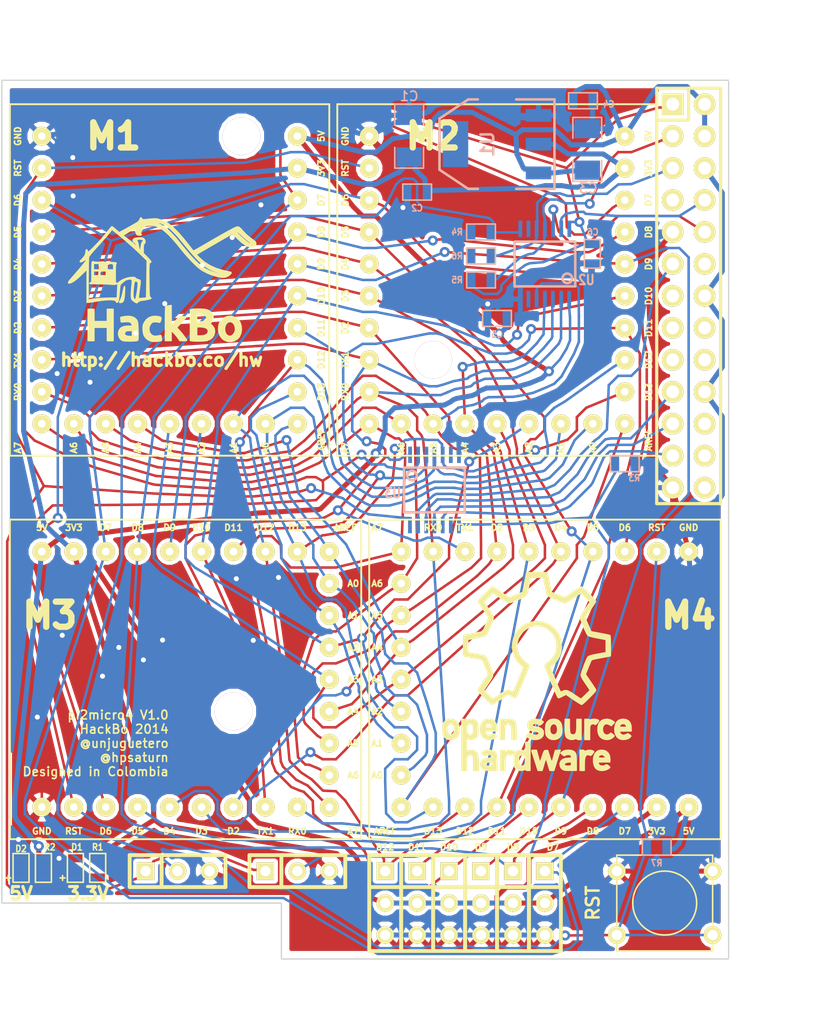
<source format=kicad_pcb>
(kicad_pcb (version 4) (host pcbnew "(2014-08-05 BZR 5054)-product")
  (layers (0 F.Cu signal) (31 B.Cu signal) (34 B.Paste user) (35 F.Paste user) (36 B.SilkS user) (37 F.SilkS user) (38 B.Mask user) (39 F.Mask user) (44 Edge.Cuts user))
  (net 0 "")
  (net 1 +5V)
  (net 2 +3.3V)
  (net 3 /D7)
  (net 4 /D8)
  (net 5 /D9)
  (net 6 /D10)
  (net 7 /D11)
  (net 8 /D12)
  (net 9 /D13)
  (net 10 /AREF)
  (net 11 /A0)
  (net 12 /A1)
  (net 13 /A2)
  (net 14 /A3)
  (net 15 /A4)
  (net 16 /A5)
  (net 17 /A6)
  (net 18 /A7)
  (net 19 /RX0)
  (net 20 /TX1)
  (net 21 /D2)
  (net 22 /D3)
  (net 23 /D4)
  (net 24 /D5)
  (net 25 /D6)
  (net 26 /RST)
  (net 27 GND)
  (net 28 "Net-(D1-Pad1)")
  (net 29 "Net-(D2-Pad1)")
  (net 30 /3V3_RB)
  (net 31 /Rp_TX)
  (net 32 /Rp_RX)
  (net 33 /Rp_RST)
  (net 34 /Rp_SDA)
  (net 35 /Rp_SCL)
  (net 36 /Rp_MOSI)
  (net 37 /Rp_MISO)
  (net 38 /Rp_SCLK)
  (net 39 "Net-(K1-Pad2)")
  (net 40 "Net-(K2-Pad2)")
  (module Pin_Header_Straight_2x13 (layer F.Cu) (at 154.94 99.06 270)
    (fp_text reference P1 hide)
    (fp_text value CONN_13X2 hide)
    (pad 1 thru_hole rect (at -15.24 1.27 270) (size 1.7272 1.7272) (drill 1.016) (layers *.Cu *.Mask F.SilkS) (net 30 /3V3_RB))
    (pad 2 thru_hole oval (at -15.24 -1.27 270) (size 1.7272 1.7272) (drill 1.016) (layers *.Cu *.Mask F.SilkS) (net 1 +5V))
    (pad 3 thru_hole oval (at -12.7 1.27 270) (size 1.7272 1.7272) (drill 1.016) (layers *.Cu *.Mask F.SilkS) (net 34 /Rp_SDA))
    (pad 4 thru_hole oval (at -12.7 -1.27 270) (size 1.7272 1.7272) (drill 1.016) (layers *.Cu *.Mask F.SilkS) (net 1 +5V))
    (pad 5 thru_hole oval (at -10.16 1.27 270) (size 1.7272 1.7272) (drill 1.016) (layers *.Cu *.Mask F.SilkS) (net 35 /Rp_SCL))
    (pad 6 thru_hole oval (at -10.16 -1.27 270) (size 1.7272 1.7272) (drill 1.016) (layers *.Cu *.Mask F.SilkS) (net 27 GND))
    (pad 7 thru_hole oval (at -7.62 1.27 270) (size 1.7272 1.7272) (drill 1.016) (layers *.Cu *.Mask F.SilkS))
    (pad 8 thru_hole oval (at -7.62 -1.27 270) (size 1.7272 1.7272) (drill 1.016) (layers *.Cu *.Mask F.SilkS) (net 31 /Rp_TX))
    (pad 9 thru_hole oval (at -5.08 1.27 270) (size 1.7272 1.7272) (drill 1.016) (layers *.Cu *.Mask F.SilkS) (net 27 GND))
    (pad 10 thru_hole oval (at -5.08 -1.27 270) (size 1.7272 1.7272) (drill 1.016) (layers *.Cu *.Mask F.SilkS) (net 32 /Rp_RX))
    (pad 11 thru_hole oval (at -2.54 1.27 270) (size 1.7272 1.7272) (drill 1.016) (layers *.Cu *.Mask F.SilkS) (net 33 /Rp_RST))
    (pad 12 thru_hole oval (at -2.54 -1.27 270) (size 1.7272 1.7272) (drill 1.016) (layers *.Cu *.Mask F.SilkS))
    (pad 13 thru_hole oval (at 0 1.27 270) (size 1.7272 1.7272) (drill 1.016) (layers *.Cu *.Mask F.SilkS))
    (pad 14 thru_hole oval (at 0 -1.27 270) (size 1.7272 1.7272) (drill 1.016) (layers *.Cu *.Mask F.SilkS) (net 27 GND))
    (pad 15 thru_hole oval (at 2.54 1.27 270) (size 1.7272 1.7272) (drill 1.016) (layers *.Cu *.Mask F.SilkS))
    (pad 16 thru_hole oval (at 2.54 -1.27 270) (size 1.7272 1.7272) (drill 1.016) (layers *.Cu *.Mask F.SilkS))
    (pad 17 thru_hole oval (at 5.08 1.27 270) (size 1.7272 1.7272) (drill 1.016) (layers *.Cu *.Mask F.SilkS))
    (pad 18 thru_hole oval (at 5.08 -1.27 270) (size 1.7272 1.7272) (drill 1.016) (layers *.Cu *.Mask F.SilkS))
    (pad 19 thru_hole oval (at 7.62 1.27 270) (size 1.7272 1.7272) (drill 1.016) (layers *.Cu *.Mask F.SilkS) (net 36 /Rp_MOSI))
    (pad 20 thru_hole oval (at 7.62 -1.27 270) (size 1.7272 1.7272) (drill 1.016) (layers *.Cu *.Mask F.SilkS) (net 27 GND))
    (pad 21 thru_hole oval (at 10.16 1.27 270) (size 1.7272 1.7272) (drill 1.016) (layers *.Cu *.Mask F.SilkS) (net 37 /Rp_MISO))
    (pad 22 thru_hole oval (at 10.16 -1.27 270) (size 1.7272 1.7272) (drill 1.016) (layers *.Cu *.Mask F.SilkS))
    (pad 23 thru_hole oval (at 12.7 1.27 270) (size 1.7272 1.7272) (drill 1.016) (layers *.Cu *.Mask F.SilkS) (net 38 /Rp_SCLK))
    (pad 24 thru_hole oval (at 12.7 -1.27 270) (size 1.7272 1.7272) (drill 1.016) (layers *.Cu *.Mask F.SilkS))
    (pad 25 thru_hole oval (at 15.24 1.27 270) (size 1.7272 1.7272) (drill 1.016) (layers *.Cu *.Mask F.SilkS) (net 27 GND))
    (pad 26 thru_hole oval (at 15.24 -1.27 270) (size 1.7272 1.7272) (drill 1.016) (layers *.Cu *.Mask F.SilkS))
  )
  (module SMD-1206 (layer B.Cu) (at 132.715 86.36 90)
    (fp_text reference C1 (at 3.175 0 180) (layer B.SilkS) (effects (font (size 0.762 0.762) (thickness 0.127)) (justify mirror)))
    (fp_text value 22uF hide)
    (pad 1 smd rect (at -1.651 0 90) (size 1.524 2.032) (layers B.Cu B.Paste B.Mask) (net 2 +3.3V))
    (pad 2 smd rect (at 1.651 0 90) (size 1.524 2.032) (layers B.Cu B.Paste B.Mask) (net 27 GND))
  )
  (module SMD-0603 (layer B.Cu) (at 133.35 90.805 180)
    (fp_text reference C2 (at 0 -1.27 180) (layer B.SilkS) (effects (font (size 0.508 0.4572) (thickness 0.1143)) (justify mirror)))
    (fp_text value 100nF hide)
    (pad 1 smd rect (at -0.762 0 180) (size 0.635 1.143) (layers B.Cu B.Paste B.Mask) (net 2 +3.3V))
    (pad 2 smd rect (at 0.762 0 180) (size 0.635 1.143) (layers B.Cu B.Paste B.Mask) (net 27 GND))
  )
  (module SMD-1206 (layer B.Cu) (at 146.8769 87.411 90)
    (fp_text reference C3 (at -3.1066 0.082 180) (layer B.SilkS) (effects (font (size 0.762 0.762) (thickness 0.127)) (justify mirror)))
    (fp_text value 22uF hide)
    (pad 1 smd rect (at -1.651 0 90) (size 1.524 2.032) (layers B.Cu B.Paste B.Mask) (net 1 +5V))
    (pad 2 smd rect (at 1.651 0 90) (size 1.524 2.032) (layers B.Cu B.Paste B.Mask) (net 27 GND))
  )
  (module SMD-0603 (layer B.Cu) (at 146.5364 83.5462)
    (fp_text reference C4 (at 2.0536 0.2738 180) (layer B.SilkS) (effects (font (size 0.508 0.4572) (thickness 0.1143)) (justify mirror)))
    (fp_text value 100nF hide)
    (pad 1 smd rect (at -0.762 0) (size 0.635 1.143) (layers B.Cu B.Paste B.Mask) (net 1 +5V))
    (pad 2 smd rect (at 0.762 0) (size 0.635 1.143) (layers B.Cu B.Paste B.Mask) (net 27 GND))
  )
  (module SMD-0603 (layer F.Cu) (at 107.95 144.526 270)
    (fp_text reference R1 (at -1.651 0 360) (layer F.SilkS) (effects (font (size 0.508 0.4572) (thickness 0.1143))))
    (fp_text value R hide)
    (pad 1 smd rect (at -0.762 0 270) (size 0.635 1.143) (layers F.Cu F.Paste F.Mask) (net 2 +3.3V))
    (pad 2 smd rect (at 0.762 0 270) (size 0.635 1.143) (layers F.Cu F.Paste F.Mask) (net 28 "Net-(D1-Pad1)"))
  )
  (module SMD-0603 (layer F.Cu) (at 103.632 144.526 270)
    (fp_text reference R2 (at -1.651 -0.508 360) (layer F.SilkS) (effects (font (size 0.508 0.4572) (thickness 0.1143))))
    (fp_text value R hide)
    (pad 1 smd rect (at -0.762 0 270) (size 0.635 1.143) (layers F.Cu F.Paste F.Mask) (net 1 +5V))
    (pad 2 smd rect (at 0.762 0 270) (size 0.635 1.143) (layers F.Cu F.Paste F.Mask) (net 29 "Net-(D2-Pad1)"))
  )
  (module SMD-0603 (layer F.Cu) (at 106.172 144.526 90)
    (fp_text reference D1 (at 1.651 0.127 180) (layer F.SilkS) (effects (font (size 0.508 0.4572) (thickness 0.1143))))
    (fp_text value LED hide)
    (pad 1 smd rect (at -0.762 0 90) (size 0.635 1.143) (layers F.Cu F.Paste F.Mask) (net 28 "Net-(D1-Pad1)"))
    (pad 2 smd rect (at 0.762 0 90) (size 0.635 1.143) (layers F.Cu F.Paste F.Mask) (net 27 GND))
  )
  (module SMD-0603 (layer F.Cu) (at 101.854 144.526 90)
    (fp_text reference D2 (at 1.524 0 180) (layer F.SilkS) (effects (font (size 0.508 0.4572) (thickness 0.1143))))
    (fp_text value LED hide)
    (pad 1 smd rect (at -0.762 0 90) (size 0.635 1.143) (layers F.Cu F.Paste F.Mask) (net 29 "Net-(D2-Pad1)"))
    (pad 2 smd rect (at 0.762 0 90) (size 0.635 1.143) (layers F.Cu F.Paste F.Mask) (net 27 GND))
  )
  (module SOT-223 (layer B.Cu) (at 139.7 86.995 270)
    (fp_text reference U1 (at 0 0.762 270) (layer B.SilkS) (effects (font (size 1.016 1.016) (thickness 0.2032)) (justify mirror)))
    (fp_text value NCP1117ST33T3G hide)
    (pad 4 smd rect (at 0 3.302 270) (size 3.6576 2.032) (layers B.Cu B.Paste B.Mask))
    (pad 2 smd rect (at 0 -3.302 270) (size 1.016 2.032) (layers B.Cu B.Paste B.Mask) (net 2 +3.3V))
    (pad 3 smd rect (at 2.286 -3.302 270) (size 1.016 2.032) (layers B.Cu B.Paste B.Mask) (net 1 +5V))
    (pad 1 smd rect (at -2.286 -3.302 270) (size 1.016 2.032) (layers B.Cu B.Paste B.Mask) (net 27 GND))
  )
  (module SMD-0603 (layer B.Cu) (at 139.7 100.8483 180)
    (fp_text reference C5 (at 0 -1.27 180) (layer B.SilkS) (effects (font (size 0.508 0.4572) (thickness 0.1143)) (justify mirror)))
    (fp_text value 100nF hide)
    (pad 1 smd rect (at -0.762 0 180) (size 0.635 1.143) (layers B.Cu B.Paste B.Mask) (net 1 +5V))
    (pad 2 smd rect (at 0.762 0 180) (size 0.635 1.143) (layers B.Cu B.Paste B.Mask) (net 27 GND))
  )
  (module SMD-0603 (layer B.Cu) (at 147.2816 95.71 270)
    (fp_text reference C6 (at -1.73 -0.0384 360) (layer B.SilkS) (effects (font (size 0.508 0.4572) (thickness 0.1143)) (justify mirror)))
    (fp_text value 100nF hide)
    (pad 1 smd rect (at -0.762 0 270) (size 0.635 1.143) (layers B.Cu B.Paste B.Mask) (net 30 /3V3_RB))
    (pad 2 smd rect (at 0.762 0 270) (size 0.635 1.143) (layers B.Cu B.Paste B.Mask) (net 27 GND))
  )
  (module TSSOP-14 (layer B.Cu) (at 143.51 96.52 180)
    (fp_text reference U2 (at -3.302 -1.27 180) (layer B.SilkS) (effects (font (size 0.762 0.635) (thickness 0.16002)) (justify mirror)))
    (fp_text value txs0104e hide)
    (pad 1 smd rect (at -1.9304 -2.794 180) (size 0.29972 1.30048) (layers B.Cu B.Paste B.Mask) (net 1 +5V))
    (pad 2 smd rect (at -1.2954 -2.794 180) (size 0.29972 1.30048) (layers B.Cu B.Paste B.Mask) (net 19 /RX0))
    (pad 3 smd rect (at -0.635 -2.794 180) (size 0.29972 1.30048) (layers B.Cu B.Paste B.Mask) (net 20 /TX1))
    (pad 4 smd rect (at 0 -2.794 180) (size 0.29972 1.30048) (layers B.Cu B.Paste B.Mask) (net 15 /A4))
    (pad 5 smd rect (at 0.6604 -2.794 180) (size 0.29972 1.30048) (layers B.Cu B.Paste B.Mask) (net 16 /A5))
    (pad 6 smd rect (at 1.3081 -2.794 180) (size 0.29972 1.30048) (layers B.Cu B.Paste B.Mask))
    (pad 7 smd rect (at 1.9558 -2.794 180) (size 0.29972 1.30048) (layers B.Cu B.Paste B.Mask) (net 27 GND))
    (pad 8 smd rect (at 1.9558 2.794 180) (size 0.29972 1.30048) (layers B.Cu B.Paste B.Mask) (net 40 "Net-(K2-Pad2)"))
    (pad 9 smd rect (at 1.3081 2.794 180) (size 0.29972 1.30048) (layers B.Cu B.Paste B.Mask))
    (pad 10 smd rect (at 0.6604 2.794 180) (size 0.29972 1.30048) (layers B.Cu B.Paste B.Mask) (net 35 /Rp_SCL))
    (pad 11 smd rect (at 0 2.794 180) (size 0.29972 1.30048) (layers B.Cu B.Paste B.Mask) (net 34 /Rp_SDA))
    (pad 12 smd rect (at -0.6477 2.794 180) (size 0.29972 1.30048) (layers B.Cu B.Paste B.Mask) (net 32 /Rp_RX))
    (pad 13 smd rect (at -1.2954 2.794 180) (size 0.29972 1.30048) (layers B.Cu B.Paste B.Mask) (net 31 /Rp_TX))
    (pad 14 smd rect (at -1.9431 2.794 180) (size 0.29972 1.30048) (layers B.Cu B.Paste B.Mask) (net 30 /3V3_RB))
  )
  (module SMD-0603 (layer B.Cu) (at 149.86 112.395)
    (fp_text reference R3 (at 0.762 1.143) (layer B.SilkS) (effects (font (size 0.508 0.4572) (thickness 0.1143)) (justify mirror)))
    (fp_text value 1k hide)
    (pad 1 smd rect (at -0.762 0) (size 0.635 1.143) (layers B.Cu B.Paste B.Mask) (net 39 "Net-(K1-Pad2)"))
    (pad 2 smd rect (at 0.762 0) (size 0.635 1.143) (layers B.Cu B.Paste B.Mask) (net 27 GND))
  )
  (module SMD-0603 (layer B.Cu) (at 138.43 93.98 180)
    (fp_text reference R4 (at 1.905 0 180) (layer B.SilkS) (effects (font (size 0.508 0.4572) (thickness 0.1143)) (justify mirror)))
    (fp_text value 1k hide)
    (pad 1 smd rect (at -0.762 0 180) (size 0.635 1.143) (layers B.Cu B.Paste B.Mask) (net 40 "Net-(K2-Pad2)"))
    (pad 2 smd rect (at 0.762 0 180) (size 0.635 1.143) (layers B.Cu B.Paste B.Mask) (net 27 GND))
  )
  (module SMD-0603 (layer B.Cu) (at 138.43 97.79)
    (fp_text reference R5 (at -1.905 0) (layer B.SilkS) (effects (font (size 0.508 0.4572) (thickness 0.1143)) (justify mirror)))
    (fp_text value 1k hide)
    (pad 1 smd rect (at -0.762 0) (size 0.635 1.143) (layers B.Cu B.Paste B.Mask) (net 30 /3V3_RB))
    (pad 2 smd rect (at 0.762 0) (size 0.635 1.143) (layers B.Cu B.Paste B.Mask) (net 34 /Rp_SDA))
  )
  (module SMD-0603 (layer B.Cu) (at 138.43 95.885)
    (fp_text reference R6 (at -1.905 0) (layer B.SilkS) (effects (font (size 0.508 0.4572) (thickness 0.1143)) (justify mirror)))
    (fp_text value 1k hide)
    (pad 1 smd rect (at -0.762 0) (size 0.635 1.143) (layers B.Cu B.Paste B.Mask))
    (pad 2 smd rect (at 0.762 0) (size 0.635 1.143) (layers B.Cu B.Paste B.Mask) (net 35 /Rp_SCL))
  )
  (module TSSOP-14 (layer B.Cu) (at 134.721 114.4825)
    (fp_text reference U3 (at -3.302 0.254) (layer B.SilkS) (effects (font (size 0.762 0.635) (thickness 0.16002)) (justify mirror)))
    (fp_text value txs0104e hide)
    (pad 1 smd rect (at -1.9304 -2.794) (size 0.29972 1.30048) (layers B.Cu B.Paste B.Mask) (net 1 +5V))
    (pad 2 smd rect (at -1.2954 -2.794) (size 0.29972 1.30048) (layers B.Cu B.Paste B.Mask) (net 26 /RST))
    (pad 3 smd rect (at -0.635 -2.794) (size 0.29972 1.30048) (layers B.Cu B.Paste B.Mask) (net 7 /D11))
    (pad 4 smd rect (at 0 -2.794) (size 0.29972 1.30048) (layers B.Cu B.Paste B.Mask) (net 8 /D12))
    (pad 5 smd rect (at 0.6604 -2.794) (size 0.29972 1.30048) (layers B.Cu B.Paste B.Mask) (net 9 /D13))
    (pad 6 smd rect (at 1.3081 -2.794) (size 0.29972 1.30048) (layers B.Cu B.Paste B.Mask))
    (pad 7 smd rect (at 1.9558 -2.794) (size 0.29972 1.30048) (layers B.Cu B.Paste B.Mask) (net 27 GND))
    (pad 8 smd rect (at 1.9558 2.794) (size 0.29972 1.30048) (layers B.Cu B.Paste B.Mask) (net 39 "Net-(K1-Pad2)"))
    (pad 9 smd rect (at 1.3081 2.794) (size 0.29972 1.30048) (layers B.Cu B.Paste B.Mask))
    (pad 10 smd rect (at 0.6604 2.794) (size 0.29972 1.30048) (layers B.Cu B.Paste B.Mask) (net 38 /Rp_SCLK))
    (pad 11 smd rect (at 0 2.794) (size 0.29972 1.30048) (layers B.Cu B.Paste B.Mask) (net 37 /Rp_MISO))
    (pad 12 smd rect (at -0.6477 2.794) (size 0.29972 1.30048) (layers B.Cu B.Paste B.Mask) (net 36 /Rp_MOSI))
    (pad 13 smd rect (at -1.2954 2.794) (size 0.29972 1.30048) (layers B.Cu B.Paste B.Mask) (net 33 /Rp_RST))
    (pad 14 smd rect (at -1.9431 2.794) (size 0.29972 1.30048) (layers B.Cu B.Paste B.Mask) (net 30 /3V3_RB))
  )
  (module SIL-3 (layer F.Cu) (at 123.825 144.78)
    (fp_text reference K1 hide)
    (fp_text value CONN_3 hide)
    (pad 1 thru_hole rect (at -2.54 0) (size 1.397 1.397) (drill 0.8128) (layers *.Cu *.Mask F.SilkS) (net 30 /3V3_RB))
    (pad 2 thru_hole circle (at 0 0) (size 1.397 1.397) (drill 0.8128) (layers *.Cu *.Mask F.SilkS) (net 39 "Net-(K1-Pad2)"))
    (pad 3 thru_hole circle (at 2.54 0) (size 1.397 1.397) (drill 0.8128) (layers *.Cu *.Mask F.SilkS) (net 27 GND))
  )
  (module SIL-3 (layer F.Cu) (at 114.3 144.78)
    (fp_text reference K2 hide)
    (fp_text value CONN_3 hide)
    (pad 1 thru_hole rect (at -2.54 0) (size 1.397 1.397) (drill 0.8128) (layers *.Cu *.Mask F.SilkS) (net 30 /3V3_RB))
    (pad 2 thru_hole circle (at 0 0) (size 1.397 1.397) (drill 0.8128) (layers *.Cu *.Mask F.SilkS) (net 40 "Net-(K2-Pad2)"))
    (pad 3 thru_hole circle (at 2.54 0) (size 1.397 1.397) (drill 0.8128) (layers *.Cu *.Mask F.SilkS) (net 27 GND))
  )
  (module SMD-0603 (layer B.Cu) (at 152.4 142.875 180)
    (fp_text reference R7 (at 0 -1.27 180) (layer B.SilkS) (effects (font (size 0.508 0.4572) (thickness 0.1143)) (justify mirror)))
    (fp_text value 1k hide)
    (pad 1 smd rect (at -0.762 0 180) (size 0.635 1.143) (layers B.Cu B.Paste B.Mask) (net 1 +5V))
    (pad 2 smd rect (at 0.762 0 180) (size 0.635 1.143) (layers B.Cu B.Paste B.Mask) (net 26 /RST))
  )
  (module SW_PUSH_SMALL (layer F.Cu) (at 153.035 147.32)
    (fp_text reference SW1 hide)
    (fp_text value RST (at -5.715 0 90) (layer F.SilkS) (effects (font (size 1.016 1.016) (thickness 0.2032))))
    (pad 1 thru_hole circle (at 3.81 -2.54) (size 1.397 1.397) (drill 0.8128) (layers *.Cu *.Mask F.SilkS) (net 27 GND))
    (pad 2 thru_hole circle (at 3.81 2.54) (size 1.397 1.397) (drill 0.8128) (layers *.Cu *.Mask F.SilkS) (net 26 /RST))
    (pad 1 thru_hole circle (at -3.81 -2.54) (size 1.397 1.397) (drill 0.8128) (layers *.Cu *.Mask F.SilkS) (net 27 GND))
    (pad 2 thru_hole circle (at -3.81 2.54) (size 1.397 1.397) (drill 0.8128) (layers *.Cu *.Mask F.SilkS) (net 26 /RST))
  )
  (module Logos:hackbo (layer F.Cu) (at 113.03 99.06)
    (fp_text reference G1 hide)
    (fp_text value LOGO hide)
  )
  (module Microduino:microduino_base (layer F.Cu) (at 126.365 129.54)
    (fp_text reference M3 (at -22.225 -5.08) (layer F.SilkS) (effects (font (size 2 2) (thickness 0.5))))
    (fp_text value microduino_base hide)
    (fp_text user 5V (at -22.86 -12.065) (layer F.SilkS) (effects (font (size 0.5 0.5) (thickness 0.125))))
    (fp_text user 3V3 (at -20.32 -12.065) (layer F.SilkS) (effects (font (size 0.5 0.5) (thickness 0.125))))
    (fp_text user D9 (at -12.7 -12.065) (layer F.SilkS) (effects (font (size 0.5 0.5) (thickness 0.125))))
    (fp_text user D10 (at -10.16 -12.065) (layer F.SilkS) (effects (font (size 0.5 0.5) (thickness 0.125))))
    (fp_text user D8 (at -15.24 -12.065) (layer F.SilkS) (effects (font (size 0.5 0.5) (thickness 0.125))))
    (fp_text user D7 (at -17.78 -12.065) (layer F.SilkS) (effects (font (size 0.5 0.5) (thickness 0.125))))
    (fp_text user D11 (at -7.62 -12.065) (layer F.SilkS) (effects (font (size 0.5 0.5) (thickness 0.125))))
    (fp_text user D13 (at -2.54 -12.065) (layer F.SilkS) (effects (font (size 0.5 0.5) (thickness 0.125))))
    (fp_text user AREF (at 1.27 -12.065) (layer F.SilkS) (effects (font (size 0.5 0.5) (thickness 0.125))))
    (fp_text user A1 (at 1.905 -5.08) (layer F.SilkS) (effects (font (size 0.5 0.5) (thickness 0.125))))
    (fp_text user D12 (at -5.08 -12.065) (layer F.SilkS) (effects (font (size 0.5 0.5) (thickness 0.125))))
    (fp_text user A0 (at 1.905 -7.62) (layer F.SilkS) (effects (font (size 0.5 0.5) (thickness 0.125))))
    (fp_text user A2 (at 1.905 -2.54) (layer F.SilkS) (effects (font (size 0.5 0.5) (thickness 0.125))))
    (fp_text user A3 (at 1.905 0) (layer F.SilkS) (effects (font (size 0.5 0.5) (thickness 0.125))))
    (fp_text user A5 (at 1.905 5.08) (layer F.SilkS) (effects (font (size 0.5 0.5) (thickness 0.125))))
    (fp_text user A6 (at 1.905 7.62) (layer F.SilkS) (effects (font (size 0.5 0.5) (thickness 0.125))))
    (fp_text user A4 (at 1.905 2.54) (layer F.SilkS) (effects (font (size 0.5 0.5) (thickness 0.125))))
    (fp_text user RX0 (at -2.54 12.065) (layer F.SilkS) (effects (font (size 0.5 0.5) (thickness 0.125))))
    (fp_text user TX1 (at -5.08 12.065) (layer F.SilkS) (effects (font (size 0.5 0.5) (thickness 0.125))))
    (fp_text user A7 (at 1.905 12.065) (layer F.SilkS) (effects (font (size 0.5 0.5) (thickness 0.125))))
    (fp_text user D2 (at -7.62 12.065) (layer F.SilkS) (effects (font (size 0.5 0.5) (thickness 0.125))))
    (fp_text user D3 (at -10.16 12.065) (layer F.SilkS) (effects (font (size 0.5 0.5) (thickness 0.125))))
    (fp_text user D4 (at -12.7 12.065) (layer F.SilkS) (effects (font (size 0.5 0.5) (thickness 0.125))))
    (fp_text user D5 (at -15.24 12.065) (layer F.SilkS) (effects (font (size 0.5 0.5) (thickness 0.125))))
    (fp_text user D6 (at -17.78 12.065) (layer F.SilkS) (effects (font (size 0.5 0.5) (thickness 0.125))))
    (fp_text user RST (at -20.32 12.065 180) (layer F.SilkS) (effects (font (size 0.5 0.5) (thickness 0.125))))
    (fp_text user GND (at -22.86 12.065 180) (layer F.SilkS) (effects (font (size 0.5 0.5) (thickness 0.125))))
    (pad 1 thru_hole circle (at -22.86 -10.16) (size 1.5 1.5) (drill 0.6) (layers *.Cu *.Mask F.SilkS) (net 1 +5V))
    (pad 2 thru_hole circle (at -20.32 -10.16) (size 1.5 1.5) (drill 0.6) (layers *.Cu *.Mask F.SilkS) (net 2 +3.3V))
    (pad 3 thru_hole circle (at -17.78 -10.16) (size 1.5 1.5) (drill 0.6) (layers *.Cu *.Mask F.SilkS) (net 3 /D7))
    (pad 4 thru_hole circle (at -15.24 -10.16) (size 1.5 1.5) (drill 0.6) (layers *.Cu *.Mask F.SilkS) (net 4 /D8))
    (pad 5 thru_hole circle (at -12.7 -10.16) (size 1.5 1.5) (drill 0.6) (layers *.Cu *.Mask F.SilkS) (net 5 /D9))
    (pad 6 thru_hole circle (at -10.16 -10.16) (size 1.5 1.5) (drill 0.6) (layers *.Cu *.Mask F.SilkS) (net 6 /D10))
    (pad 7 thru_hole circle (at -7.62 -10.16) (size 1.5 1.5) (drill 0.6) (layers *.Cu *.Mask F.SilkS) (net 7 /D11))
    (pad 8 thru_hole circle (at -5.08 -10.16) (size 1.5 1.5) (drill 0.6) (layers *.Cu *.Mask F.SilkS) (net 8 /D12))
    (pad 9 thru_hole circle (at -2.54 -10.16) (size 1.5 1.5) (drill 0.6) (layers *.Cu *.Mask F.SilkS) (net 9 /D13))
    (pad 10 thru_hole circle (at 0 -10.16) (size 1.5 1.5) (drill 0.6) (layers *.Cu *.Mask F.SilkS) (net 10 /AREF))
    (pad 11 thru_hole circle (at 0 -7.62) (size 1.5 1.5) (drill 0.6) (layers *.Cu *.Mask F.SilkS) (net 11 /A0))
    (pad 12 thru_hole circle (at 0 -5.08) (size 1.5 1.5) (drill 0.6) (layers *.Cu *.Mask F.SilkS) (net 12 /A1))
    (pad 13 thru_hole circle (at 0 -2.54) (size 1.5 1.5) (drill 0.6) (layers *.Cu *.Mask F.SilkS) (net 13 /A2))
    (pad 14 thru_hole circle (at 0 0) (size 1.5 1.5) (drill 0.6) (layers *.Cu *.Mask F.SilkS) (net 14 /A3))
    (pad 15 thru_hole circle (at 0 2.54) (size 1.5 1.5) (drill 0.6) (layers *.Cu *.Mask F.SilkS) (net 15 /A4))
    (pad 16 thru_hole circle (at 0 5.08) (size 1.5 1.5) (drill 0.6) (layers *.Cu *.Mask F.SilkS) (net 16 /A5))
    (pad 17 thru_hole circle (at 0 7.62) (size 1.5 1.5) (drill 0.6) (layers *.Cu *.Mask F.SilkS) (net 17 /A6))
    (pad 18 thru_hole circle (at 0 10.16) (size 1.5 1.5) (drill 0.6) (layers *.Cu *.Mask F.SilkS) (net 18 /A7))
    (pad 19 thru_hole circle (at -2.54 10.16) (size 1.5 1.5) (drill 0.6) (layers *.Cu *.Mask F.SilkS) (net 19 /RX0))
    (pad 20 thru_hole circle (at -5.08 10.16) (size 1.5 1.5) (drill 0.6) (layers *.Cu *.Mask F.SilkS) (net 20 /TX1))
    (pad 21 thru_hole circle (at -7.62 10.16) (size 1.5 1.5) (drill 0.6) (layers *.Cu *.Mask F.SilkS) (net 21 /D2))
    (pad 22 thru_hole circle (at -10.16 10.16) (size 1.5 1.5) (drill 0.6) (layers *.Cu *.Mask F.SilkS) (net 22 /D3))
    (pad 23 thru_hole circle (at -12.7 10.16) (size 1.5 1.5) (drill 0.6) (layers *.Cu *.Mask F.SilkS) (net 23 /D4))
    (pad 24 thru_hole circle (at -15.24 10.16) (size 1.5 1.5) (drill 0.6) (layers *.Cu *.Mask F.SilkS) (net 24 /D5))
    (pad 25 thru_hole circle (at -17.78 10.16) (size 1.5 1.5) (drill 0.6) (layers *.Cu *.Mask F.SilkS) (net 25 /D6))
    (pad 26 thru_hole circle (at -20.32 10.16) (size 1.5 1.5) (drill 0.6) (layers *.Cu *.Mask F.SilkS) (net 26 /RST))
    (pad 27 thru_hole circle (at -22.86 10.16) (size 1.5 1.5) (drill 0.6) (layers *.Cu *.Mask F.SilkS) (net 27 GND))
  )
  (module Microduino:microduino_base (layer F.Cu) (at 113.665 109.22 270)
    (fp_text reference M1 (at -22.86 4.445 360) (layer F.SilkS) (effects (font (size 2 2) (thickness 0.5))))
    (fp_text value microduino_base hide)
    (fp_text user 5V (at -22.86 -12.065 270) (layer F.SilkS) (effects (font (size 0.5 0.5) (thickness 0.125))))
    (fp_text user 3V3 (at -20.32 -12.065 270) (layer F.SilkS) (effects (font (size 0.5 0.5) (thickness 0.125))))
    (fp_text user D9 (at -12.7 -12.065 270) (layer F.SilkS) (effects (font (size 0.5 0.5) (thickness 0.125))))
    (fp_text user D10 (at -10.16 -12.065 270) (layer F.SilkS) (effects (font (size 0.5 0.5) (thickness 0.125))))
    (fp_text user D8 (at -15.24 -12.065 270) (layer F.SilkS) (effects (font (size 0.5 0.5) (thickness 0.125))))
    (fp_text user D7 (at -17.78 -12.065 270) (layer F.SilkS) (effects (font (size 0.5 0.5) (thickness 0.125))))
    (fp_text user D11 (at -7.62 -12.065 270) (layer F.SilkS) (effects (font (size 0.5 0.5) (thickness 0.125))))
    (fp_text user D13 (at -2.54 -12.065 270) (layer F.SilkS) (effects (font (size 0.5 0.5) (thickness 0.125))))
    (fp_text user AREF (at 1.27 -12.065 270) (layer F.SilkS) (effects (font (size 0.5 0.5) (thickness 0.125))))
    (fp_text user A1 (at 1.905 -5.08 270) (layer F.SilkS) (effects (font (size 0.5 0.5) (thickness 0.125))))
    (fp_text user D12 (at -5.08 -12.065 270) (layer F.SilkS) (effects (font (size 0.5 0.5) (thickness 0.125))))
    (fp_text user A0 (at 1.905 -7.62 270) (layer F.SilkS) (effects (font (size 0.5 0.5) (thickness 0.125))))
    (fp_text user A2 (at 1.905 -2.54 270) (layer F.SilkS) (effects (font (size 0.5 0.5) (thickness 0.125))))
    (fp_text user A3 (at 1.905 0 270) (layer F.SilkS) (effects (font (size 0.5 0.5) (thickness 0.125))))
    (fp_text user A5 (at 1.905 5.08 270) (layer F.SilkS) (effects (font (size 0.5 0.5) (thickness 0.125))))
    (fp_text user A6 (at 1.905 7.62 270) (layer F.SilkS) (effects (font (size 0.5 0.5) (thickness 0.125))))
    (fp_text user A4 (at 1.905 2.54 270) (layer F.SilkS) (effects (font (size 0.5 0.5) (thickness 0.125))))
    (fp_text user RX0 (at -2.54 12.065 270) (layer F.SilkS) (effects (font (size 0.5 0.5) (thickness 0.125))))
    (fp_text user TX1 (at -5.08 12.065 270) (layer F.SilkS) (effects (font (size 0.5 0.5) (thickness 0.125))))
    (fp_text user A7 (at 1.905 12.065 270) (layer F.SilkS) (effects (font (size 0.5 0.5) (thickness 0.125))))
    (fp_text user D2 (at -7.62 12.065 270) (layer F.SilkS) (effects (font (size 0.5 0.5) (thickness 0.125))))
    (fp_text user D3 (at -10.16 12.065 270) (layer F.SilkS) (effects (font (size 0.5 0.5) (thickness 0.125))))
    (fp_text user D4 (at -12.7 12.065 270) (layer F.SilkS) (effects (font (size 0.5 0.5) (thickness 0.125))))
    (fp_text user D5 (at -15.24 12.065 270) (layer F.SilkS) (effects (font (size 0.5 0.5) (thickness 0.125))))
    (fp_text user D6 (at -17.78 12.065 270) (layer F.SilkS) (effects (font (size 0.5 0.5) (thickness 0.125))))
    (fp_text user RST (at -20.32 12.065 450) (layer F.SilkS) (effects (font (size 0.5 0.5) (thickness 0.125))))
    (fp_text user GND (at -22.86 12.065 450) (layer F.SilkS) (effects (font (size 0.5 0.5) (thickness 0.125))))
    (pad 1 thru_hole circle (at -22.86 -10.16 270) (size 1.5 1.5) (drill 0.6) (layers *.Cu *.Mask F.SilkS) (net 1 +5V))
    (pad 2 thru_hole circle (at -20.32 -10.16 270) (size 1.5 1.5) (drill 0.6) (layers *.Cu *.Mask F.SilkS) (net 2 +3.3V))
    (pad 3 thru_hole circle (at -17.78 -10.16 270) (size 1.5 1.5) (drill 0.6) (layers *.Cu *.Mask F.SilkS) (net 3 /D7))
    (pad 4 thru_hole circle (at -15.24 -10.16 270) (size 1.5 1.5) (drill 0.6) (layers *.Cu *.Mask F.SilkS) (net 4 /D8))
    (pad 5 thru_hole circle (at -12.7 -10.16 270) (size 1.5 1.5) (drill 0.6) (layers *.Cu *.Mask F.SilkS) (net 5 /D9))
    (pad 6 thru_hole circle (at -10.16 -10.16 270) (size 1.5 1.5) (drill 0.6) (layers *.Cu *.Mask F.SilkS) (net 6 /D10))
    (pad 7 thru_hole circle (at -7.62 -10.16 270) (size 1.5 1.5) (drill 0.6) (layers *.Cu *.Mask F.SilkS) (net 7 /D11))
    (pad 8 thru_hole circle (at -5.08 -10.16 270) (size 1.5 1.5) (drill 0.6) (layers *.Cu *.Mask F.SilkS) (net 8 /D12))
    (pad 9 thru_hole circle (at -2.54 -10.16 270) (size 1.5 1.5) (drill 0.6) (layers *.Cu *.Mask F.SilkS) (net 9 /D13))
    (pad 10 thru_hole circle (at 0 -10.16 270) (size 1.5 1.5) (drill 0.6) (layers *.Cu *.Mask F.SilkS) (net 10 /AREF))
    (pad 11 thru_hole circle (at 0 -7.62 270) (size 1.5 1.5) (drill 0.6) (layers *.Cu *.Mask F.SilkS) (net 11 /A0))
    (pad 12 thru_hole circle (at 0 -5.08 270) (size 1.5 1.5) (drill 0.6) (layers *.Cu *.Mask F.SilkS) (net 12 /A1))
    (pad 13 thru_hole circle (at 0 -2.54 270) (size 1.5 1.5) (drill 0.6) (layers *.Cu *.Mask F.SilkS) (net 13 /A2))
    (pad 14 thru_hole circle (at 0 0 270) (size 1.5 1.5) (drill 0.6) (layers *.Cu *.Mask F.SilkS) (net 14 /A3))
    (pad 15 thru_hole circle (at 0 2.54 270) (size 1.5 1.5) (drill 0.6) (layers *.Cu *.Mask F.SilkS) (net 15 /A4))
    (pad 16 thru_hole circle (at 0 5.08 270) (size 1.5 1.5) (drill 0.6) (layers *.Cu *.Mask F.SilkS) (net 16 /A5))
    (pad 17 thru_hole circle (at 0 7.62 270) (size 1.5 1.5) (drill 0.6) (layers *.Cu *.Mask F.SilkS) (net 17 /A6))
    (pad 18 thru_hole circle (at 0 10.16 270) (size 1.5 1.5) (drill 0.6) (layers *.Cu *.Mask F.SilkS) (net 18 /A7))
    (pad 19 thru_hole circle (at -2.54 10.16 270) (size 1.5 1.5) (drill 0.6) (layers *.Cu *.Mask F.SilkS) (net 19 /RX0))
    (pad 20 thru_hole circle (at -5.08 10.16 270) (size 1.5 1.5) (drill 0.6) (layers *.Cu *.Mask F.SilkS) (net 20 /TX1))
    (pad 21 thru_hole circle (at -7.62 10.16 270) (size 1.5 1.5) (drill 0.6) (layers *.Cu *.Mask F.SilkS) (net 21 /D2))
    (pad 22 thru_hole circle (at -10.16 10.16 270) (size 1.5 1.5) (drill 0.6) (layers *.Cu *.Mask F.SilkS) (net 22 /D3))
    (pad 23 thru_hole circle (at -12.7 10.16 270) (size 1.5 1.5) (drill 0.6) (layers *.Cu *.Mask F.SilkS) (net 23 /D4))
    (pad 24 thru_hole circle (at -15.24 10.16 270) (size 1.5 1.5) (drill 0.6) (layers *.Cu *.Mask F.SilkS) (net 24 /D5))
    (pad 25 thru_hole circle (at -17.78 10.16 270) (size 1.5 1.5) (drill 0.6) (layers *.Cu *.Mask F.SilkS) (net 25 /D6))
    (pad 26 thru_hole circle (at -20.32 10.16 270) (size 1.5 1.5) (drill 0.6) (layers *.Cu *.Mask F.SilkS) (net 26 /RST))
    (pad 27 thru_hole circle (at -22.86 10.16 270) (size 1.5 1.5) (drill 0.6) (layers *.Cu *.Mask F.SilkS) (net 27 GND))
  )
  (module Microduino:microduino_base (layer F.Cu) (at 139.7 109.22 270)
    (fp_text reference M2 (at -22.86 5.08 360) (layer F.SilkS) (effects (font (size 2 2) (thickness 0.5))))
    (fp_text value microduino_base hide)
    (fp_text user 5V (at -22.86 -12.065 270) (layer F.SilkS) (effects (font (size 0.5 0.5) (thickness 0.125))))
    (fp_text user 3V3 (at -20.32 -12.065 270) (layer F.SilkS) (effects (font (size 0.5 0.5) (thickness 0.125))))
    (fp_text user D9 (at -12.7 -12.065 270) (layer F.SilkS) (effects (font (size 0.5 0.5) (thickness 0.125))))
    (fp_text user D10 (at -10.16 -12.065 270) (layer F.SilkS) (effects (font (size 0.5 0.5) (thickness 0.125))))
    (fp_text user D8 (at -15.24 -12.065 270) (layer F.SilkS) (effects (font (size 0.5 0.5) (thickness 0.125))))
    (fp_text user D7 (at -17.78 -12.065 270) (layer F.SilkS) (effects (font (size 0.5 0.5) (thickness 0.125))))
    (fp_text user D11 (at -7.62 -12.065 270) (layer F.SilkS) (effects (font (size 0.5 0.5) (thickness 0.125))))
    (fp_text user D13 (at -2.54 -12.065 270) (layer F.SilkS) (effects (font (size 0.5 0.5) (thickness 0.125))))
    (fp_text user AREF (at 1.27 -12.065 270) (layer F.SilkS) (effects (font (size 0.5 0.5) (thickness 0.125))))
    (fp_text user A1 (at 1.905 -5.08 270) (layer F.SilkS) (effects (font (size 0.5 0.5) (thickness 0.125))))
    (fp_text user D12 (at -5.08 -12.065 270) (layer F.SilkS) (effects (font (size 0.5 0.5) (thickness 0.125))))
    (fp_text user A0 (at 1.905 -7.62 270) (layer F.SilkS) (effects (font (size 0.5 0.5) (thickness 0.125))))
    (fp_text user A2 (at 1.905 -2.54 270) (layer F.SilkS) (effects (font (size 0.5 0.5) (thickness 0.125))))
    (fp_text user A3 (at 1.905 0 270) (layer F.SilkS) (effects (font (size 0.5 0.5) (thickness 0.125))))
    (fp_text user A5 (at 1.905 5.08 270) (layer F.SilkS) (effects (font (size 0.5 0.5) (thickness 0.125))))
    (fp_text user A6 (at 1.905 7.62 270) (layer F.SilkS) (effects (font (size 0.5 0.5) (thickness 0.125))))
    (fp_text user A4 (at 1.905 2.54 270) (layer F.SilkS) (effects (font (size 0.5 0.5) (thickness 0.125))))
    (fp_text user RX0 (at -2.54 12.065 270) (layer F.SilkS) (effects (font (size 0.5 0.5) (thickness 0.125))))
    (fp_text user TX1 (at -5.08 12.065 270) (layer F.SilkS) (effects (font (size 0.5 0.5) (thickness 0.125))))
    (fp_text user A7 (at 1.905 12.065 270) (layer F.SilkS) (effects (font (size 0.5 0.5) (thickness 0.125))))
    (fp_text user D2 (at -7.62 12.065 270) (layer F.SilkS) (effects (font (size 0.5 0.5) (thickness 0.125))))
    (fp_text user D3 (at -10.16 12.065 270) (layer F.SilkS) (effects (font (size 0.5 0.5) (thickness 0.125))))
    (fp_text user D4 (at -12.7 12.065 270) (layer F.SilkS) (effects (font (size 0.5 0.5) (thickness 0.125))))
    (fp_text user D5 (at -15.24 12.065 270) (layer F.SilkS) (effects (font (size 0.5 0.5) (thickness 0.125))))
    (fp_text user D6 (at -17.78 12.065 270) (layer F.SilkS) (effects (font (size 0.5 0.5) (thickness 0.125))))
    (fp_text user RST (at -20.32 12.065 450) (layer F.SilkS) (effects (font (size 0.5 0.5) (thickness 0.125))))
    (fp_text user GND (at -22.86 12.065 450) (layer F.SilkS) (effects (font (size 0.5 0.5) (thickness 0.125))))
    (pad 1 thru_hole circle (at -22.86 -10.16 270) (size 1.5 1.5) (drill 0.6) (layers *.Cu *.Mask F.SilkS) (net 1 +5V))
    (pad 2 thru_hole circle (at -20.32 -10.16 270) (size 1.5 1.5) (drill 0.6) (layers *.Cu *.Mask F.SilkS) (net 2 +3.3V))
    (pad 3 thru_hole circle (at -17.78 -10.16 270) (size 1.5 1.5) (drill 0.6) (layers *.Cu *.Mask F.SilkS) (net 3 /D7))
    (pad 4 thru_hole circle (at -15.24 -10.16 270) (size 1.5 1.5) (drill 0.6) (layers *.Cu *.Mask F.SilkS) (net 4 /D8))
    (pad 5 thru_hole circle (at -12.7 -10.16 270) (size 1.5 1.5) (drill 0.6) (layers *.Cu *.Mask F.SilkS) (net 5 /D9))
    (pad 6 thru_hole circle (at -10.16 -10.16 270) (size 1.5 1.5) (drill 0.6) (layers *.Cu *.Mask F.SilkS) (net 6 /D10))
    (pad 7 thru_hole circle (at -7.62 -10.16 270) (size 1.5 1.5) (drill 0.6) (layers *.Cu *.Mask F.SilkS) (net 7 /D11))
    (pad 8 thru_hole circle (at -5.08 -10.16 270) (size 1.5 1.5) (drill 0.6) (layers *.Cu *.Mask F.SilkS) (net 8 /D12))
    (pad 9 thru_hole circle (at -2.54 -10.16 270) (size 1.5 1.5) (drill 0.6) (layers *.Cu *.Mask F.SilkS) (net 9 /D13))
    (pad 10 thru_hole circle (at 0 -10.16 270) (size 1.5 1.5) (drill 0.6) (layers *.Cu *.Mask F.SilkS) (net 10 /AREF))
    (pad 11 thru_hole circle (at 0 -7.62 270) (size 1.5 1.5) (drill 0.6) (layers *.Cu *.Mask F.SilkS) (net 11 /A0))
    (pad 12 thru_hole circle (at 0 -5.08 270) (size 1.5 1.5) (drill 0.6) (layers *.Cu *.Mask F.SilkS) (net 12 /A1))
    (pad 13 thru_hole circle (at 0 -2.54 270) (size 1.5 1.5) (drill 0.6) (layers *.Cu *.Mask F.SilkS) (net 13 /A2))
    (pad 14 thru_hole circle (at 0 0 270) (size 1.5 1.5) (drill 0.6) (layers *.Cu *.Mask F.SilkS) (net 14 /A3))
    (pad 15 thru_hole circle (at 0 2.54 270) (size 1.5 1.5) (drill 0.6) (layers *.Cu *.Mask F.SilkS) (net 15 /A4))
    (pad 16 thru_hole circle (at 0 5.08 270) (size 1.5 1.5) (drill 0.6) (layers *.Cu *.Mask F.SilkS) (net 16 /A5))
    (pad 17 thru_hole circle (at 0 7.62 270) (size 1.5 1.5) (drill 0.6) (layers *.Cu *.Mask F.SilkS) (net 17 /A6))
    (pad 18 thru_hole circle (at 0 10.16 270) (size 1.5 1.5) (drill 0.6) (layers *.Cu *.Mask F.SilkS) (net 18 /A7))
    (pad 19 thru_hole circle (at -2.54 10.16 270) (size 1.5 1.5) (drill 0.6) (layers *.Cu *.Mask F.SilkS) (net 19 /RX0))
    (pad 20 thru_hole circle (at -5.08 10.16 270) (size 1.5 1.5) (drill 0.6) (layers *.Cu *.Mask F.SilkS) (net 20 /TX1))
    (pad 21 thru_hole circle (at -7.62 10.16 270) (size 1.5 1.5) (drill 0.6) (layers *.Cu *.Mask F.SilkS) (net 21 /D2))
    (pad 22 thru_hole circle (at -10.16 10.16 270) (size 1.5 1.5) (drill 0.6) (layers *.Cu *.Mask F.SilkS) (net 22 /D3))
    (pad 23 thru_hole circle (at -12.7 10.16 270) (size 1.5 1.5) (drill 0.6) (layers *.Cu *.Mask F.SilkS) (net 23 /D4))
    (pad 24 thru_hole circle (at -15.24 10.16 270) (size 1.5 1.5) (drill 0.6) (layers *.Cu *.Mask F.SilkS) (net 24 /D5))
    (pad 25 thru_hole circle (at -17.78 10.16 270) (size 1.5 1.5) (drill 0.6) (layers *.Cu *.Mask F.SilkS) (net 25 /D6))
    (pad 26 thru_hole circle (at -20.32 10.16 270) (size 1.5 1.5) (drill 0.6) (layers *.Cu *.Mask F.SilkS) (net 26 /RST))
    (pad 27 thru_hole circle (at -22.86 10.16 270) (size 1.5 1.5) (drill 0.6) (layers *.Cu *.Mask F.SilkS) (net 27 GND))
  )
  (module Microduino:microduino_base (layer F.Cu) (at 132.08 129.54 180)
    (fp_text reference M4 (at -22.86 5.08 180) (layer F.SilkS) (effects (font (size 2 2) (thickness 0.5))))
    (fp_text value microduino_base hide)
    (fp_text user 5V (at -22.86 -12.065 180) (layer F.SilkS) (effects (font (size 0.5 0.5) (thickness 0.125))))
    (fp_text user 3V3 (at -20.32 -12.065 180) (layer F.SilkS) (effects (font (size 0.5 0.5) (thickness 0.125))))
    (fp_text user D9 (at -12.7 -12.065 180) (layer F.SilkS) (effects (font (size 0.5 0.5) (thickness 0.125))))
    (fp_text user D10 (at -10.16 -12.065 180) (layer F.SilkS) (effects (font (size 0.5 0.5) (thickness 0.125))))
    (fp_text user D8 (at -15.24 -12.065 180) (layer F.SilkS) (effects (font (size 0.5 0.5) (thickness 0.125))))
    (fp_text user D7 (at -17.78 -12.065 180) (layer F.SilkS) (effects (font (size 0.5 0.5) (thickness 0.125))))
    (fp_text user D11 (at -7.62 -12.065 180) (layer F.SilkS) (effects (font (size 0.5 0.5) (thickness 0.125))))
    (fp_text user D13 (at -2.54 -12.065 180) (layer F.SilkS) (effects (font (size 0.5 0.5) (thickness 0.125))))
    (fp_text user AREF (at 1.27 -12.065 180) (layer F.SilkS) (effects (font (size 0.5 0.5) (thickness 0.125))))
    (fp_text user A1 (at 1.905 -5.08 180) (layer F.SilkS) (effects (font (size 0.5 0.5) (thickness 0.125))))
    (fp_text user D12 (at -5.08 -12.065 180) (layer F.SilkS) (effects (font (size 0.5 0.5) (thickness 0.125))))
    (fp_text user A0 (at 1.905 -7.62 180) (layer F.SilkS) (effects (font (size 0.5 0.5) (thickness 0.125))))
    (fp_text user A2 (at 1.905 -2.54 180) (layer F.SilkS) (effects (font (size 0.5 0.5) (thickness 0.125))))
    (fp_text user A3 (at 1.905 0 180) (layer F.SilkS) (effects (font (size 0.5 0.5) (thickness 0.125))))
    (fp_text user A5 (at 1.905 5.08 180) (layer F.SilkS) (effects (font (size 0.5 0.5) (thickness 0.125))))
    (fp_text user A6 (at 1.905 7.62 180) (layer F.SilkS) (effects (font (size 0.5 0.5) (thickness 0.125))))
    (fp_text user A4 (at 1.905 2.54 180) (layer F.SilkS) (effects (font (size 0.5 0.5) (thickness 0.125))))
    (fp_text user RX0 (at -2.54 12.065 180) (layer F.SilkS) (effects (font (size 0.5 0.5) (thickness 0.125))))
    (fp_text user TX1 (at -5.08 12.065 180) (layer F.SilkS) (effects (font (size 0.5 0.5) (thickness 0.125))))
    (fp_text user A7 (at 1.905 12.065 180) (layer F.SilkS) (effects (font (size 0.5 0.5) (thickness 0.125))))
    (fp_text user D2 (at -7.62 12.065 180) (layer F.SilkS) (effects (font (size 0.5 0.5) (thickness 0.125))))
    (fp_text user D3 (at -10.16 12.065 180) (layer F.SilkS) (effects (font (size 0.5 0.5) (thickness 0.125))))
    (fp_text user D4 (at -12.7 12.065 180) (layer F.SilkS) (effects (font (size 0.5 0.5) (thickness 0.125))))
    (fp_text user D5 (at -15.24 12.065 180) (layer F.SilkS) (effects (font (size 0.5 0.5) (thickness 0.125))))
    (fp_text user D6 (at -17.78 12.065 180) (layer F.SilkS) (effects (font (size 0.5 0.5) (thickness 0.125))))
    (fp_text user RST (at -20.32 12.065 360) (layer F.SilkS) (effects (font (size 0.5 0.5) (thickness 0.125))))
    (fp_text user GND (at -22.86 12.065 360) (layer F.SilkS) (effects (font (size 0.5 0.5) (thickness 0.125))))
    (pad 1 thru_hole circle (at -22.86 -10.16 180) (size 1.5 1.5) (drill 0.6) (layers *.Cu *.Mask F.SilkS) (net 1 +5V))
    (pad 2 thru_hole circle (at -20.32 -10.16 180) (size 1.5 1.5) (drill 0.6) (layers *.Cu *.Mask F.SilkS) (net 2 +3.3V))
    (pad 3 thru_hole circle (at -17.78 -10.16 180) (size 1.5 1.5) (drill 0.6) (layers *.Cu *.Mask F.SilkS) (net 3 /D7))
    (pad 4 thru_hole circle (at -15.24 -10.16 180) (size 1.5 1.5) (drill 0.6) (layers *.Cu *.Mask F.SilkS) (net 4 /D8))
    (pad 5 thru_hole circle (at -12.7 -10.16 180) (size 1.5 1.5) (drill 0.6) (layers *.Cu *.Mask F.SilkS) (net 5 /D9))
    (pad 6 thru_hole circle (at -10.16 -10.16 180) (size 1.5 1.5) (drill 0.6) (layers *.Cu *.Mask F.SilkS) (net 6 /D10))
    (pad 7 thru_hole circle (at -7.62 -10.16 180) (size 1.5 1.5) (drill 0.6) (layers *.Cu *.Mask F.SilkS) (net 7 /D11))
    (pad 8 thru_hole circle (at -5.08 -10.16 180) (size 1.5 1.5) (drill 0.6) (layers *.Cu *.Mask F.SilkS) (net 8 /D12))
    (pad 9 thru_hole circle (at -2.54 -10.16 180) (size 1.5 1.5) (drill 0.6) (layers *.Cu *.Mask F.SilkS) (net 9 /D13))
    (pad 10 thru_hole circle (at 0 -10.16 180) (size 1.5 1.5) (drill 0.6) (layers *.Cu *.Mask F.SilkS) (net 10 /AREF))
    (pad 11 thru_hole circle (at 0 -7.62 180) (size 1.5 1.5) (drill 0.6) (layers *.Cu *.Mask F.SilkS) (net 11 /A0))
    (pad 12 thru_hole circle (at 0 -5.08 180) (size 1.5 1.5) (drill 0.6) (layers *.Cu *.Mask F.SilkS) (net 12 /A1))
    (pad 13 thru_hole circle (at 0 -2.54 180) (size 1.5 1.5) (drill 0.6) (layers *.Cu *.Mask F.SilkS) (net 13 /A2))
    (pad 14 thru_hole circle (at 0 0 180) (size 1.5 1.5) (drill 0.6) (layers *.Cu *.Mask F.SilkS) (net 14 /A3))
    (pad 15 thru_hole circle (at 0 2.54 180) (size 1.5 1.5) (drill 0.6) (layers *.Cu *.Mask F.SilkS) (net 15 /A4))
    (pad 16 thru_hole circle (at 0 5.08 180) (size 1.5 1.5) (drill 0.6) (layers *.Cu *.Mask F.SilkS) (net 16 /A5))
    (pad 17 thru_hole circle (at 0 7.62 180) (size 1.5 1.5) (drill 0.6) (layers *.Cu *.Mask F.SilkS) (net 17 /A6))
    (pad 18 thru_hole circle (at 0 10.16 180) (size 1.5 1.5) (drill 0.6) (layers *.Cu *.Mask F.SilkS) (net 18 /A7))
    (pad 19 thru_hole circle (at -2.54 10.16 180) (size 1.5 1.5) (drill 0.6) (layers *.Cu *.Mask F.SilkS) (net 19 /RX0))
    (pad 20 thru_hole circle (at -5.08 10.16 180) (size 1.5 1.5) (drill 0.6) (layers *.Cu *.Mask F.SilkS) (net 20 /TX1))
    (pad 21 thru_hole circle (at -7.62 10.16 180) (size 1.5 1.5) (drill 0.6) (layers *.Cu *.Mask F.SilkS) (net 21 /D2))
    (pad 22 thru_hole circle (at -10.16 10.16 180) (size 1.5 1.5) (drill 0.6) (layers *.Cu *.Mask F.SilkS) (net 22 /D3))
    (pad 23 thru_hole circle (at -12.7 10.16 180) (size 1.5 1.5) (drill 0.6) (layers *.Cu *.Mask F.SilkS) (net 23 /D4))
    (pad 24 thru_hole circle (at -15.24 10.16 180) (size 1.5 1.5) (drill 0.6) (layers *.Cu *.Mask F.SilkS) (net 24 /D5))
    (pad 25 thru_hole circle (at -17.78 10.16 180) (size 1.5 1.5) (drill 0.6) (layers *.Cu *.Mask F.SilkS) (net 25 /D6))
    (pad 26 thru_hole circle (at -20.32 10.16 180) (size 1.5 1.5) (drill 0.6) (layers *.Cu *.Mask F.SilkS) (net 26 /RST))
    (pad 27 thru_hole circle (at -22.86 10.16 180) (size 1.5 1.5) (drill 0.6) (layers *.Cu *.Mask F.SilkS) (net 27 GND))
  )
  (module Logos:oshw (layer F.Cu) (at 142.875 128.905)
    (fp_text reference G2 hide)
    (fp_text value LOGO hide)
  )
  (module SIL-3 (layer F.Cu) (at 143.51 147.32 270)
    (fp_text reference K3 hide)
    (fp_text value CONN_S7 hide)
    (pad 1 thru_hole rect (at -2.54 0 270) (size 1.397 1.397) (drill 0.8128) (layers *.Cu *.Mask F.SilkS) (net 3 /D7))
    (pad 2 thru_hole circle (at 0 0 270) (size 1.397 1.397) (drill 0.8128) (layers *.Cu *.Mask F.SilkS) (net 1 +5V))
    (pad 3 thru_hole circle (at 2.54 0 270) (size 1.397 1.397) (drill 0.8128) (layers *.Cu *.Mask F.SilkS) (net 27 GND))
  )
  (module SIL-3 (layer F.Cu) (at 135.89 147.32 270)
    (fp_text reference K4 hide)
    (fp_text value CONN_S10 hide)
    (pad 1 thru_hole rect (at -2.54 0 270) (size 1.397 1.397) (drill 0.8128) (layers *.Cu *.Mask F.SilkS) (net 6 /D10))
    (pad 2 thru_hole circle (at 0 0 270) (size 1.397 1.397) (drill 0.8128) (layers *.Cu *.Mask F.SilkS) (net 1 +5V))
    (pad 3 thru_hole circle (at 2.54 0 270) (size 1.397 1.397) (drill 0.8128) (layers *.Cu *.Mask F.SilkS) (net 27 GND))
  )
  (module SIL-3 (layer F.Cu) (at 140.97 147.32 270)
    (fp_text reference K5 hide)
    (fp_text value CONN_S8 hide)
    (pad 1 thru_hole rect (at -2.54 0 270) (size 1.397 1.397) (drill 0.8128) (layers *.Cu *.Mask F.SilkS) (net 4 /D8))
    (pad 2 thru_hole circle (at 0 0 270) (size 1.397 1.397) (drill 0.8128) (layers *.Cu *.Mask F.SilkS) (net 1 +5V))
    (pad 3 thru_hole circle (at 2.54 0 270) (size 1.397 1.397) (drill 0.8128) (layers *.Cu *.Mask F.SilkS) (net 27 GND))
  )
  (module SIL-3 (layer F.Cu) (at 133.35 147.32 270)
    (fp_text reference K6 hide)
    (fp_text value CONN_S11 hide)
    (pad 1 thru_hole rect (at -2.54 0 270) (size 1.397 1.397) (drill 0.8128) (layers *.Cu *.Mask F.SilkS) (net 7 /D11))
    (pad 2 thru_hole circle (at 0 0 270) (size 1.397 1.397) (drill 0.8128) (layers *.Cu *.Mask F.SilkS) (net 1 +5V))
    (pad 3 thru_hole circle (at 2.54 0 270) (size 1.397 1.397) (drill 0.8128) (layers *.Cu *.Mask F.SilkS) (net 27 GND))
  )
  (module SIL-3 (layer F.Cu) (at 138.43 147.32 270)
    (fp_text reference K7 hide)
    (fp_text value CONN_S9 hide)
    (pad 1 thru_hole rect (at -2.54 0 270) (size 1.397 1.397) (drill 0.8128) (layers *.Cu *.Mask F.SilkS) (net 5 /D9))
    (pad 2 thru_hole circle (at 0 0 270) (size 1.397 1.397) (drill 0.8128) (layers *.Cu *.Mask F.SilkS) (net 1 +5V))
    (pad 3 thru_hole circle (at 2.54 0 270) (size 1.397 1.397) (drill 0.8128) (layers *.Cu *.Mask F.SilkS) (net 27 GND))
  )
  (module SIL-3 (layer F.Cu) (at 130.81 147.32 270)
    (fp_text reference K8 hide)
    (fp_text value CONN_S12 hide)
    (pad 1 thru_hole rect (at -2.54 0 270) (size 1.397 1.397) (drill 0.8128) (layers *.Cu *.Mask F.SilkS) (net 8 /D12))
    (pad 2 thru_hole circle (at 0 0 270) (size 1.397 1.397) (drill 0.8128) (layers *.Cu *.Mask F.SilkS) (net 1 +5V))
    (pad 3 thru_hole circle (at 2.54 0 270) (size 1.397 1.397) (drill 0.8128) (layers *.Cu *.Mask F.SilkS) (net 27 GND))
  )
  (module Mounting_Holes:MountingHole_3mm (layer F.Cu) (at 134.62 104.14)
    (fp_text reference MH2 hide)
    (fp_text value MountingHole_3mm_RevA_Date21Jun2010 hide)
    (pad 1 thru_hole circle (at 0 0) (size 2.99974 2.99974) (drill 2.99974) (layers))
  )
  (module Mounting_Holes:MountingHole_3mm (layer F.Cu) (at 119.38 86.36)
    (fp_text reference MH1 hide)
    (fp_text value MountingHole_3mm_RevA_Date21Jun2010 hide)
    (pad 1 thru_hole circle (at 0 0) (size 2.99974 2.99974) (drill 2.99974) (layers))
  )
  (module Mounting_Holes:MountingHole_3mm (layer F.Cu) (at 118.745 132.08)
    (fp_text reference MH3 hide)
    (fp_text value MountingHole_3mm_RevA_Date21Jun2010 hide)
    (pad 1 thru_hole circle (at 0 0) (size 2.99974 2.99974) (drill 2.99974) (layers))
  )
  (gr_text D12 (at 130.81 142.875) (layer F.SilkS) (effects (font (size 0.5 0.5) (thickness 0.125))))
  (gr_text D11 (at 133.35 142.875) (layer F.SilkS) (effects (font (size 0.5 0.5) (thickness 0.125))))
  (gr_text D10 (at 135.89 142.875) (layer F.SilkS) (effects (font (size 0.5 0.5) (thickness 0.125))))
  (gr_text D9 (at 138.43 142.875) (layer F.SilkS) (effects (font (size 0.5 0.5) (thickness 0.125))))
  (gr_text D8 (at 140.97 142.875) (layer F.SilkS) (effects (font (size 0.5 0.5) (thickness 0.125))))
  (gr_text D7 (at 144.145 142.875) (layer F.SilkS) (effects (font (size 0.5 0.5) (thickness 0.125))))
  (gr_line (start 158.115 151.765) (end 158.115 81.915) (angle 90) (layer Edge.Cuts) (width 0.1))
  (gr_line (start 122.555 151.765) (end 158.115 151.765) (angle 90) (layer Edge.Cuts) (width 0.1))
  (gr_line (start 122.555 147.32) (end 122.555 151.765) (angle 90) (layer Edge.Cuts) (width 0.1))
  (gr_line (start 100.33 147.32) (end 122.555 147.32) (angle 90) (layer Edge.Cuts) (width 0.1))
  (gr_line (start 100.33 81.915) (end 100.33 147.32) (angle 90) (layer Edge.Cuts) (width 0.1))
  (gr_line (start 158.115 81.915) (end 100.33 81.915) (angle 90) (layer Edge.Cuts) (width 0.1))
  (gr_text 3.3V (at 107.188 146.558) (layer F.SilkS) (effects (font (size 1 1) (thickness 0.25))))
  (gr_text 5V (at 101.854 146.558) (layer F.SilkS) (effects (font (size 1 1) (thickness 0.25))))
  (gr_text "pi2micro4 V1.0\nHackBo 2014\n@unjuguetero\n@hpsaturn\nDesigned in Colombia\n" (at 113.665 134.62) (layer F.SilkS) (effects (font (size 0.7 0.7) (thickness 0.125)) (justify right)))
  (gr_text http://hackbo.co/hw (at 113.03 104.14) (layer F.SilkS) (effects (font (size 1 1) (thickness 0.25))))
  (gr_text + (at 105.156 145.288) (layer F.SilkS) (effects (font (size 0.508 0.508) (thickness 0.127))))
  (gr_text + (at 100.838 145.288) (layer F.SilkS) (effects (font (size 0.508 0.508) (thickness 0.127))))
  (segment (start 154.94 139.7) (end 153.0295 141.1211) (width 0.4) (layer F.Cu) (net 1))
  (segment (start 153.0295 141.1211) (end 148.6246 143.4026) (width 0.4) (layer F.Cu) (net 1))
  (segment (start 148.6246 143.4026) (end 143.51 147.32) (width 0.4) (layer F.Cu) (net 1))
  (segment (start 143.51 147.32) (end 140.97 147.32) (width 0.4) (layer F.Cu) (net 1))
  (segment (start 103.632 143.764) (end 103.2687 143.6465) (width 0.4) (layer F.Cu) (net 1))
  (segment (start 103.2687 143.6465) (end 103.2687 143.4465) (width 0.4) (layer F.Cu) (net 1))
  (segment (start 103.2687 143.4465) (end 103.2687 142.7965) (width 0.4) (layer F.Cu) (net 1))
  (segment (start 143.8261 105.049) (end 140.8382 103.2476) (width 0.4) (layer F.Cu) (net 1))
  (segment (start 140.8382 103.2476) (end 140.1938 102.6032) (width 0.4) (layer F.Cu) (net 1))
  (segment (start 140.1938 102.6032) (end 139.8607 102.0553) (width 0.4) (layer F.Cu) (net 1))
  (segment (start 107.315 118.4386) (end 107.9555 117.9589) (width 0.4) (layer F.Cu) (net 1))
  (segment (start 107.9555 117.9589) (end 108.0253 117.93) (width 0.4) (layer F.Cu) (net 1))
  (segment (start 108.0253 117.93) (end 120.4073 116.3314) (width 0.4) (layer F.Cu) (net 1))
  (segment (start 120.4073 116.3314) (end 125.4291 116.0387) (width 0.4) (layer F.Cu) (net 1))
  (segment (start 125.4291 116.0387) (end 125.5265 116.0387) (width 0.4) (layer F.Cu) (net 1))
  (segment (start 125.5265 116.0387) (end 125.6866 115.9724) (width 0.4) (layer F.Cu) (net 1))
  (segment (start 125.6866 115.9724) (end 126.6187 115.0488) (width 0.4) (layer F.Cu) (net 1))
  (segment (start 126.6187 115.0488) (end 129.2925 112.5409) (width 0.4) (layer F.Cu) (net 1))
  (segment (start 129.2925 112.5409) (end 129.8001 112.0333) (width 0.4) (layer F.Cu) (net 1))
  (segment (start 129.8001 112.0333) (end 130.0604 111.5827) (width 0.4) (layer F.Cu) (net 1))
  (segment (start 123.825 86.36) (end 128.2715 91.9676) (width 0.4) (layer F.Cu) (net 1))
  (segment (start 128.2715 91.9676) (end 129.0124 92.7085) (width 0.4) (layer F.Cu) (net 1))
  (segment (start 129.0124 92.7085) (end 129.0161 92.71) (width 0.4) (layer F.Cu) (net 1))
  (segment (start 129.0161 92.71) (end 130.0639 92.71) (width 0.4) (layer F.Cu) (net 1))
  (segment (start 130.0639 92.71) (end 130.0676 92.7115) (width 0.4) (layer F.Cu) (net 1))
  (segment (start 130.0676 92.7115) (end 133.7652 96.3693) (width 0.4) (layer F.Cu) (net 1))
  (segment (start 133.7652 96.3693) (end 134.7125 97.2845) (width 0.4) (layer F.Cu) (net 1))
  (segment (start 134.7125 97.2845) (end 139.8607 102.0553) (width 0.4) (layer F.Cu) (net 1))
  (segment (start 107.315 118.4386) (end 106.6745 117.9589) (width 0.4) (layer F.Cu) (net 1))
  (segment (start 106.6745 117.9589) (end 106.6047 117.93) (width 0.4) (layer F.Cu) (net 1))
  (segment (start 106.6047 117.93) (end 105.4853 117.93) (width 0.4) (layer F.Cu) (net 1))
  (segment (start 105.4853 117.93) (end 105.4155 117.9589) (width 0.4) (layer F.Cu) (net 1))
  (segment (start 105.4155 117.9589) (end 103.505 119.38) (width 0.4) (layer F.Cu) (net 1))
  (segment (start 130.81 147.32) (end 129.5617 146.8785) (width 0.4) (layer F.Cu) (net 1))
  (segment (start 129.5617 146.8785) (end 129.5103 146.8572) (width 0.4) (layer F.Cu) (net 1))
  (segment (start 129.5103 146.8572) (end 128.7328 146.0797) (width 0.4) (layer F.Cu) (net 1))
  (segment (start 128.7328 146.0797) (end 128.7115 146.0283) (width 0.4) (layer F.Cu) (net 1))
  (segment (start 128.7115 146.0283) (end 128.6635 144.0515) (width 0.4) (layer F.Cu) (net 1))
  (segment (start 128.6635 144.0515) (end 128.5054 143.6698) (width 0.4) (layer F.Cu) (net 1))
  (segment (start 128.5054 143.6698) (end 127.4752 142.6396) (width 0.4) (layer F.Cu) (net 1))
  (segment (start 127.4752 142.6396) (end 127.0935 142.4815) (width 0.4) (layer F.Cu) (net 1))
  (segment (start 127.0935 142.4815) (end 120.7611 140.97) (width 0.4) (layer F.Cu) (net 1))
  (segment (start 120.7611 140.97) (end 120.7574 140.9685) (width 0.4) (layer F.Cu) (net 1))
  (segment (start 120.7574 140.9685) (end 120.0165 140.2276) (width 0.4) (layer F.Cu) (net 1))
  (segment (start 120.0165 140.2276) (end 120.015 140.2239) (width 0.4) (layer F.Cu) (net 1))
  (segment (start 120.015 140.2239) (end 120.015 139.1761) (width 0.4) (layer F.Cu) (net 1))
  (segment (start 120.015 139.1761) (end 120.0135 139.1724) (width 0.4) (layer F.Cu) (net 1))
  (segment (start 120.0135 139.1724) (end 107.3165 119.9076) (width 0.4) (layer F.Cu) (net 1))
  (segment (start 107.3165 119.9076) (end 107.315 119.9039) (width 0.4) (layer F.Cu) (net 1))
  (segment (start 107.315 119.9039) (end 107.315 118.4386) (width 0.4) (layer F.Cu) (net 1))
  (segment (start 149.86 86.36) (end 152.1654 82.7909) (width 0.4) (layer B.Cu) (net 1))
  (segment (start 152.1654 82.7909) (end 152.5409 82.4154) (width 0.4) (layer B.Cu) (net 1))
  (segment (start 152.5409 82.4154) (end 152.5822 82.4152) (width 0.4) (layer B.Cu) (net 1))
  (segment (start 152.5822 82.4152) (end 153.0306 82.4152) (width 0.4) (layer B.Cu) (net 1))
  (segment (start 153.0306 82.4152) (end 154.7992 82.4152) (width 0.4) (layer B.Cu) (net 1))
  (segment (start 154.7992 82.4152) (end 156.21 83.82) (width 0.4) (layer B.Cu) (net 1))
  (segment (start 143.002 89.281) (end 142.186 88.973) (width 0.4) (layer B.Cu) (net 1))
  (segment (start 142.186 88.973) (end 141.986 88.973) (width 0.4) (layer B.Cu) (net 1))
  (segment (start 141.986 88.973) (end 141.9032 88.973) (width 0.4) (layer B.Cu) (net 1))
  (segment (start 141.9032 88.973) (end 141.786 88.8558) (width 0.4) (layer B.Cu) (net 1))
  (segment (start 141.786 88.8558) (end 141.286 87.7929) (width 0.4) (layer B.Cu) (net 1))
  (segment (start 141.286 87.7929) (end 141.2009 86.2486) (width 0.4) (layer B.Cu) (net 1))
  (segment (start 154.94 139.7) (end 154.1795 142.5934) (width 0.4) (layer B.Cu) (net 1))
  (segment (start 154.1795 142.5934) (end 153.7694 143.0035) (width 0.4) (layer B.Cu) (net 1))
  (segment (start 153.7694 143.0035) (end 153.4795 143.0035) (width 0.4) (layer B.Cu) (net 1))
  (segment (start 153.4795 143.0035) (end 153.2795 143.0035) (width 0.4) (layer B.Cu) (net 1))
  (segment (start 153.2795 143.0035) (end 153.162 142.875) (width 0.4) (layer B.Cu) (net 1))
  (segment (start 140.97 147.32) (end 138.43 147.32) (width 0.4) (layer B.Cu) (net 1))
  (segment (start 138.43 147.32) (end 135.89 147.32) (width 0.4) (layer B.Cu) (net 1))
  (segment (start 135.89 147.32) (end 133.35 147.32) (width 0.4) (layer B.Cu) (net 1))
  (segment (start 133.35 147.32) (end 130.81 147.32) (width 0.4) (layer B.Cu) (net 1))
  (segment (start 103.2687 142.7965) (end 101.4905 140.7261) (width 0.4) (layer B.Cu) (net 1))
  (segment (start 101.4905 140.7261) (end 101.355 140.3989) (width 0.4) (layer B.Cu) (net 1))
  (segment (start 101.355 140.3989) (end 101.355 139.0011) (width 0.4) (layer B.Cu) (net 1))
  (segment (start 101.355 139.0011) (end 103.505 119.38) (width 0.4) (layer B.Cu) (net 1))
  (segment (start 149.86 86.36) (end 148.1828 87.022) (width 0.4) (layer B.Cu) (net 1))
  (segment (start 148.1828 87.022) (end 148.1108 87.048) (width 0.4) (layer B.Cu) (net 1))
  (segment (start 148.1108 87.048) (end 147.675 87.048) (width 0.4) (layer B.Cu) (net 1))
  (segment (start 147.675 87.048) (end 145.643 87.048) (width 0.4) (layer B.Cu) (net 1))
  (segment (start 145.643 87.048) (end 145.571 87.022) (width 0.4) (layer B.Cu) (net 1))
  (segment (start 145.571 87.022) (end 144.618 86.1262) (width 0.4) (layer B.Cu) (net 1))
  (segment (start 144.618 86.1262) (end 144.281 85.852) (width 0.4) (layer B.Cu) (net 1))
  (segment (start 144.281 85.852) (end 142.249 85.852) (width 0.4) (layer B.Cu) (net 1))
  (segment (start 142.249 85.852) (end 141.723 85.852) (width 0.4) (layer B.Cu) (net 1))
  (segment (start 141.723 85.852) (end 141.2009 86.2486) (width 0.4) (layer B.Cu) (net 1))
  (segment (start 123.825 86.36) (end 129.0161 87.63) (width 0.4) (layer B.Cu) (net 1))
  (segment (start 129.0161 87.63) (end 130.0639 87.63) (width 0.4) (layer B.Cu) (net 1))
  (segment (start 130.0639 87.63) (end 130.0676 87.6285) (width 0.4) (layer B.Cu) (net 1))
  (segment (start 130.0676 87.6285) (end 131.4091 86.549) (width 0.4) (layer B.Cu) (net 1))
  (segment (start 131.4091 86.549) (end 134.0209 86.171) (width 0.4) (layer B.Cu) (net 1))
  (segment (start 134.0209 86.171) (end 134.431 85.7609) (width 0.4) (layer B.Cu) (net 1))
  (segment (start 134.431 85.7609) (end 134.682 85.0811) (width 0.4) (layer B.Cu) (net 1))
  (segment (start 134.682 85.0811) (end 134.7541 84.9317) (width 0.4) (layer B.Cu) (net 1))
  (segment (start 134.7541 84.9317) (end 134.7722 84.9136) (width 0.4) (layer B.Cu) (net 1))
  (segment (start 134.7722 84.9136) (end 135.1294 84.5564) (width 0.4) (layer B.Cu) (net 1))
  (segment (start 135.1294 84.5564) (end 135.1475 84.5383) (width 0.4) (layer B.Cu) (net 1))
  (segment (start 135.1475 84.5383) (end 135.4837 84.4662) (width 0.4) (layer B.Cu) (net 1))
  (segment (start 135.4837 84.4662) (end 136.0635 84.4662) (width 0.4) (layer B.Cu) (net 1))
  (segment (start 136.0635 84.4662) (end 137.7039 84.4662) (width 0.4) (layer B.Cu) (net 1))
  (segment (start 137.7039 84.4662) (end 141.2009 86.2486) (width 0.4) (layer B.Cu) (net 1))
  (segment (start 143.002 89.281) (end 143.818 89.281) (width 0.4) (layer B.Cu) (net 1))
  (segment (start 143.818 89.281) (end 144.018 89.281) (width 0.4) (layer B.Cu) (net 1))
  (segment (start 144.018 89.281) (end 144.2284 89.281) (width 0.4) (layer B.Cu) (net 1))
  (segment (start 144.2284 89.281) (end 145.2083 89.1649) (width 0.4) (layer B.Cu) (net 1))
  (segment (start 145.2083 89.1649) (end 145.571 89.124) (width 0.4) (layer B.Cu) (net 1))
  (segment (start 145.571 89.124) (end 145.8609 89.124) (width 0.4) (layer B.Cu) (net 1))
  (segment (start 145.8609 89.124) (end 146.0609 89.124) (width 0.4) (layer B.Cu) (net 1))
  (segment (start 146.0609 89.124) (end 146.8769 89.062) (width 0.4) (layer B.Cu) (net 1))
  (segment (start 145.7744 83.5462) (end 145.8919 83.1747) (width 0.4) (layer B.Cu) (net 1))
  (segment (start 145.8919 83.1747) (end 145.8919 82.9747) (width 0.4) (layer B.Cu) (net 1))
  (segment (start 145.8919 82.9747) (end 145.8919 82.8919) (width 0.4) (layer B.Cu) (net 1))
  (segment (start 145.8919 82.8919) (end 146.0091 82.7747) (width 0.4) (layer B.Cu) (net 1))
  (segment (start 146.0091 82.7747) (end 146.7491 82.4152) (width 0.4) (layer B.Cu) (net 1))
  (segment (start 146.7491 82.4152) (end 147.2127 82.4152) (width 0.4) (layer B.Cu) (net 1))
  (segment (start 147.2127 82.4152) (end 147.8477 82.4152) (width 0.4) (layer B.Cu) (net 1))
  (segment (start 147.8477 82.4152) (end 148.1754 82.7429) (width 0.4) (layer B.Cu) (net 1))
  (segment (start 148.1754 82.7429) (end 148.3159 82.8848) (width 0.4) (layer B.Cu) (net 1))
  (segment (start 148.3159 82.8848) (end 149.86 86.36) (width 0.4) (layer B.Cu) (net 1))
  (segment (start 156.21 86.36) (end 156.21 83.82) (width 0.4) (layer B.Cu) (net 1))
  (segment (start 132.7906 111.6885) (end 132.7407 111.7601) (width 0.2) (layer B.Cu) (net 1))
  (segment (start 132.7407 111.7601) (end 132.6407 111.7601) (width 0.2) (layer B.Cu) (net 1))
  (segment (start 132.6407 111.7601) (end 132.401 111.7601) (width 0.2) (layer B.Cu) (net 1))
  (segment (start 132.401 111.7601) (end 131.9319 112.0813) (width 0.2) (layer B.Cu) (net 1))
  (segment (start 131.9319 112.0813) (end 131.2079 112.0813) (width 0.2) (layer B.Cu) (net 1))
  (segment (start 131.2079 112.0813) (end 131.0271 111.9006) (width 0.2) (layer B.Cu) (net 1))
  (segment (start 131.0271 111.9006) (end 130.958 111.872) (width 0.2) (layer B.Cu) (net 1))
  (segment (start 130.958 111.872) (end 130.0604 111.5827) (width 0.2) (layer B.Cu) (net 1))
  (segment (start 140.462 100.8483) (end 140.462 101.2198) (width 0.4) (layer B.Cu) (net 1))
  (segment (start 140.462 101.2198) (end 140.462 101.4198) (width 0.4) (layer B.Cu) (net 1))
  (segment (start 140.462 101.4198) (end 140.462 101.5513) (width 0.4) (layer B.Cu) (net 1))
  (segment (start 140.462 101.5513) (end 140.276 101.7373) (width 0.4) (layer B.Cu) (net 1))
  (segment (start 140.276 101.7373) (end 139.8607 102.0553) (width 0.4) (layer B.Cu) (net 1))
  (segment (start 145.4404 99.314) (end 145.4404 99.8642) (width 0.2) (layer B.Cu) (net 1))
  (segment (start 145.4404 99.8642) (end 145.4404 99.9642) (width 0.2) (layer B.Cu) (net 1))
  (segment (start 145.4404 99.9642) (end 145.4404 100.0263) (width 0.2) (layer B.Cu) (net 1))
  (segment (start 145.4404 100.0263) (end 145.5106 100.8028) (width 0.2) (layer B.Cu) (net 1))
  (segment (start 145.5106 100.8028) (end 145.5106 102.5786) (width 0.2) (layer B.Cu) (net 1))
  (segment (start 145.5106 102.5786) (end 145.2305 103.2549) (width 0.2) (layer B.Cu) (net 1))
  (segment (start 145.2305 103.2549) (end 144.7079 104.1064) (width 0.2) (layer B.Cu) (net 1))
  (segment (start 144.7079 104.1064) (end 144.7057 104.1097) (width 0.2) (layer B.Cu) (net 1))
  (segment (start 144.7057 104.1097) (end 143.8261 105.049) (width 0.2) (layer B.Cu) (net 1))
  (segment (start 130.0604 111.5827) (end 130.4335 111.0757) (width 0.4) (layer B.Cu) (net 1))
  (segment (start 130.4335 111.0757) (end 130.4699 110.7517) (width 0.4) (layer B.Cu) (net 1))
  (segment (start 130.4699 110.7517) (end 130.81 109.7439) (width 0.4) (layer B.Cu) (net 1))
  (segment (start 130.81 109.7439) (end 130.81 108.6961) (width 0.4) (layer B.Cu) (net 1))
  (segment (start 130.81 108.6961) (end 130.8115 108.6924) (width 0.4) (layer B.Cu) (net 1))
  (segment (start 130.8115 108.6924) (end 131.5524 107.9515) (width 0.4) (layer B.Cu) (net 1))
  (segment (start 131.5524 107.9515) (end 131.5561 107.95) (width 0.4) (layer B.Cu) (net 1))
  (segment (start 131.5561 107.95) (end 134.0603 107.77) (width 0.4) (layer B.Cu) (net 1))
  (segment (start 134.0603 107.77) (end 135.4735 107.7409) (width 0.4) (layer B.Cu) (net 1))
  (segment (start 135.4735 107.7409) (end 135.6019 107.6878) (width 0.4) (layer B.Cu) (net 1))
  (segment (start 135.6019 107.6878) (end 136.023 107.4678) (width 0.4) (layer B.Cu) (net 1))
  (segment (start 136.023 107.4678) (end 136.0441 107.4556) (width 0.4) (layer B.Cu) (net 1))
  (segment (start 136.0441 107.4556) (end 136.2112 107.321) (width 0.4) (layer B.Cu) (net 1))
  (segment (start 136.2112 107.321) (end 136.4882 107.2063) (width 0.4) (layer B.Cu) (net 1))
  (segment (start 136.4882 107.2063) (end 137.697 106.9877) (width 0.4) (layer B.Cu) (net 1))
  (segment (start 137.697 106.9877) (end 138.0749 106.8312) (width 0.4) (layer B.Cu) (net 1))
  (segment (start 138.0749 106.8312) (end 138.2841 106.622) (width 0.4) (layer B.Cu) (net 1))
  (segment (start 138.2841 106.622) (end 138.8641 106.3817) (width 0.4) (layer B.Cu) (net 1))
  (segment (start 138.8641 106.3817) (end 140.9328 106.3318) (width 0.4) (layer B.Cu) (net 1))
  (segment (start 140.9328 106.3318) (end 141.2732 106.2712) (width 0.4) (layer B.Cu) (net 1))
  (segment (start 141.2732 106.2712) (end 141.4802 106.23) (width 0.4) (layer B.Cu) (net 1))
  (segment (start 141.4802 106.23) (end 142.3351 105.9874) (width 0.4) (layer B.Cu) (net 1))
  (segment (start 142.3351 105.9874) (end 143.2726 105.5991) (width 0.4) (layer B.Cu) (net 1))
  (segment (start 143.2726 105.5991) (end 143.2828 105.5923) (width 0.4) (layer B.Cu) (net 1))
  (segment (start 143.2828 105.5923) (end 143.8261 105.049) (width 0.4) (layer B.Cu) (net 1))
  (via (at 130.0604 111.5827) (size 0.8) (layers F.Cu B.Cu) (net 1))
  (via (at 103.2687 142.7965) (size 0.8) (layers F.Cu B.Cu) (net 1))
  (via (at 139.8607 102.0553) (size 0.8) (layers F.Cu B.Cu) (net 1))
  (via (at 143.8261 105.049) (size 0.8) (layers F.Cu B.Cu) (net 1))
  (segment (start 152.4 139.7) (end 150.4895 141.1211) (width 0.4) (layer F.Cu) (net 2))
  (segment (start 150.4895 141.1211) (end 150.4197 141.15) (width 0.4) (layer F.Cu) (net 2))
  (segment (start 150.4197 141.15) (end 142.6334 143.41) (width 0.4) (layer F.Cu) (net 2))
  (segment (start 142.6334 143.41) (end 142.24 143.8034) (width 0.4) (layer F.Cu) (net 2))
  (segment (start 142.24 143.8034) (end 142.24 145.7152) (width 0.4) (layer F.Cu) (net 2))
  (segment (start 142.24 145.7152) (end 141.9052 146.05) (width 0.4) (layer F.Cu) (net 2))
  (segment (start 141.9052 146.05) (end 140.4461 146.05) (width 0.4) (layer F.Cu) (net 2))
  (segment (start 140.4461 146.05) (end 140.4424 146.0515) (width 0.4) (layer F.Cu) (net 2))
  (segment (start 140.4424 146.0515) (end 139.7015 146.7924) (width 0.4) (layer F.Cu) (net 2))
  (segment (start 139.7015 146.7924) (end 139.7 146.7961) (width 0.4) (layer F.Cu) (net 2))
  (segment (start 139.7 146.7961) (end 139.7 147.8439) (width 0.4) (layer F.Cu) (net 2))
  (segment (start 139.7 147.8439) (end 139.6985 147.8476) (width 0.4) (layer F.Cu) (net 2))
  (segment (start 139.6985 147.8476) (end 138.9576 148.5885) (width 0.4) (layer F.Cu) (net 2))
  (segment (start 138.9576 148.5885) (end 138.9539 148.59) (width 0.4) (layer F.Cu) (net 2))
  (segment (start 138.9539 148.59) (end 137.9061 148.59) (width 0.4) (layer F.Cu) (net 2))
  (segment (start 137.9061 148.59) (end 130.2861 148.59) (width 0.4) (layer F.Cu) (net 2))
  (segment (start 130.2861 148.59) (end 130.2824 148.5885) (width 0.4) (layer F.Cu) (net 2))
  (segment (start 130.2824 148.5885) (end 129.0005 147.6202) (width 0.4) (layer F.Cu) (net 2))
  (segment (start 129.0005 147.6202) (end 127.9698 146.5895) (width 0.4) (layer F.Cu) (net 2))
  (segment (start 127.9698 146.5895) (end 127.8115 146.2073) (width 0.4) (layer F.Cu) (net 2))
  (segment (start 127.8115 146.2073) (end 127.7635 144.2305) (width 0.4) (layer F.Cu) (net 2))
  (segment (start 127.7635 144.2305) (end 127.7424 144.1796) (width 0.4) (layer F.Cu) (net 2))
  (segment (start 127.7424 144.1796) (end 126.9654 143.4026) (width 0.4) (layer F.Cu) (net 2))
  (segment (start 126.9654 143.4026) (end 126.9145 143.3815) (width 0.4) (layer F.Cu) (net 2))
  (segment (start 126.9145 143.3815) (end 113.1053 141.15) (width 0.4) (layer F.Cu) (net 2))
  (segment (start 113.1053 141.15) (end 113.0355 141.1211) (width 0.4) (layer F.Cu) (net 2))
  (segment (start 113.0355 141.1211) (end 112.4398 140.6987) (width 0.4) (layer F.Cu) (net 2))
  (segment (start 107.95 143.764) (end 108.3215 143.6465) (width 0.4) (layer F.Cu) (net 2))
  (segment (start 108.3215 143.6465) (end 108.3215 143.4465) (width 0.4) (layer F.Cu) (net 2))
  (segment (start 108.3215 143.4465) (end 108.3215 143.3637) (width 0.4) (layer F.Cu) (net 2))
  (segment (start 108.3215 143.3637) (end 108.4387 143.2465) (width 0.4) (layer F.Cu) (net 2))
  (segment (start 108.4387 143.2465) (end 112.4398 140.6987) (width 0.4) (layer F.Cu) (net 2))
  (segment (start 106.045 119.38) (end 106.235 120.1187) (width 0.4) (layer F.Cu) (net 2))
  (segment (start 106.235 120.1187) (end 112.395 139.1761) (width 0.4) (layer F.Cu) (net 2))
  (segment (start 112.395 139.1761) (end 112.395 140.2239) (width 0.4) (layer F.Cu) (net 2))
  (segment (start 112.395 140.2239) (end 112.4398 140.6987) (width 0.4) (layer F.Cu) (net 2))
  (segment (start 106.045 119.38) (end 104.3261 117.8135) (width 0.4) (layer B.Cu) (net 2))
  (segment (start 104.3261 117.8135) (end 103.6817 117.1691) (width 0.4) (layer B.Cu) (net 2))
  (segment (start 103.6817 117.1691) (end 102.055 109.7797) (width 0.4) (layer B.Cu) (net 2))
  (segment (start 102.055 109.7797) (end 102.055 108.6603) (width 0.4) (layer B.Cu) (net 2))
  (segment (start 102.055 108.6603) (end 102.055 93.4203) (width 0.4) (layer B.Cu) (net 2))
  (segment (start 102.055 93.4203) (end 102.235 90.9161) (width 0.4) (layer B.Cu) (net 2))
  (segment (start 102.235 90.9161) (end 102.2365 90.9124) (width 0.4) (layer B.Cu) (net 2))
  (segment (start 102.2365 90.9124) (end 102.9774 90.1715) (width 0.4) (layer B.Cu) (net 2))
  (segment (start 102.9774 90.1715) (end 102.9811 90.17) (width 0.4) (layer B.Cu) (net 2))
  (segment (start 102.9811 90.17) (end 104.0289 90.17) (width 0.4) (layer B.Cu) (net 2))
  (segment (start 104.0289 90.17) (end 120.0188 89.2609) (width 0.4) (layer B.Cu) (net 2))
  (segment (start 120.0188 89.2609) (end 123.825 88.9) (width 0.4) (layer B.Cu) (net 2))
  (segment (start 134.112 90.805) (end 134.2295 90.6765) (width 0.4) (layer B.Cu) (net 2))
  (segment (start 134.2295 90.6765) (end 134.4295 90.6765) (width 0.4) (layer B.Cu) (net 2))
  (segment (start 134.4295 90.6765) (end 134.613 90.6765) (width 0.4) (layer B.Cu) (net 2))
  (segment (start 134.613 90.6765) (end 142.6289 90.489) (width 0.4) (layer B.Cu) (net 2))
  (segment (start 142.6289 90.489) (end 143.5293 90.2895) (width 0.4) (layer B.Cu) (net 2))
  (segment (start 143.5293 90.2895) (end 144.8283 90.2895) (width 0.4) (layer B.Cu) (net 2))
  (segment (start 144.8283 90.2895) (end 144.8333 90.2895) (width 0.4) (layer B.Cu) (net 2))
  (segment (start 144.8333 90.2895) (end 145.6161 90.415) (width 0.4) (layer B.Cu) (net 2))
  (segment (start 145.6161 90.415) (end 146.1057 90.415) (width 0.4) (layer B.Cu) (net 2))
  (segment (start 146.1057 90.415) (end 146.2907 90.3789) (width 0.4) (layer B.Cu) (net 2))
  (segment (start 146.2907 90.3789) (end 146.523 90.3264) (width 0.4) (layer B.Cu) (net 2))
  (segment (start 146.523 90.3264) (end 147.6244 90.3264) (width 0.4) (layer B.Cu) (net 2))
  (segment (start 147.6244 90.3264) (end 147.6819 90.3333) (width 0.4) (layer B.Cu) (net 2))
  (segment (start 147.6819 90.3333) (end 148.1039 90.3333) (width 0.4) (layer B.Cu) (net 2))
  (segment (start 148.1039 90.3333) (end 148.9534 89.6043) (width 0.4) (layer B.Cu) (net 2))
  (segment (start 148.9534 89.6043) (end 149.86 88.9) (width 0.4) (layer B.Cu) (net 2))
  (segment (start 123.825 88.9) (end 129.0161 90.17) (width 0.4) (layer B.Cu) (net 2))
  (segment (start 129.0161 90.17) (end 130.0639 90.17) (width 0.4) (layer B.Cu) (net 2))
  (segment (start 130.0639 90.17) (end 130.0676 90.1685) (width 0.4) (layer B.Cu) (net 2))
  (segment (start 130.0676 90.1685) (end 131.7843 89.2598) (width 0.4) (layer B.Cu) (net 2))
  (segment (start 131.7843 89.2598) (end 131.9006 89.2598) (width 0.4) (layer B.Cu) (net 2))
  (segment (start 131.9006 89.2598) (end 132.1858 88.9746) (width 0.4) (layer B.Cu) (net 2))
  (segment (start 132.1858 88.9746) (end 132.1858 88.773) (width 0.4) (layer B.Cu) (net 2))
  (segment (start 132.1858 88.773) (end 132.1858 88.573) (width 0.4) (layer B.Cu) (net 2))
  (segment (start 132.1858 88.573) (end 132.715 88.011) (width 0.4) (layer B.Cu) (net 2))
  (segment (start 134.112 90.805) (end 133.9945 90.4335) (width 0.4) (layer B.Cu) (net 2))
  (segment (start 133.9945 90.4335) (end 133.9945 90.2335) (width 0.4) (layer B.Cu) (net 2))
  (segment (start 133.9945 90.2335) (end 133.9945 90.1507) (width 0.4) (layer B.Cu) (net 2))
  (segment (start 133.9945 90.1507) (end 133.9831 89.7871) (width 0.4) (layer B.Cu) (net 2))
  (segment (start 133.9831 89.7871) (end 133.1922 88.9962) (width 0.4) (layer B.Cu) (net 2))
  (segment (start 133.1922 88.9962) (end 133.1922 88.773) (width 0.4) (layer B.Cu) (net 2))
  (segment (start 133.1922 88.773) (end 133.1922 88.573) (width 0.4) (layer B.Cu) (net 2))
  (segment (start 133.1922 88.573) (end 132.715 88.011) (width 0.4) (layer B.Cu) (net 2))
  (segment (start 149.86 88.9) (end 148.1828 87.8) (width 0.4) (layer B.Cu) (net 2))
  (segment (start 148.1828 87.8) (end 148.1108 87.774) (width 0.4) (layer B.Cu) (net 2))
  (segment (start 148.1108 87.774) (end 145.3423 87.774) (width 0.4) (layer B.Cu) (net 2))
  (segment (start 145.3423 87.774) (end 144.2284 86.995) (width 0.4) (layer B.Cu) (net 2))
  (segment (start 144.2284 86.995) (end 144.018 86.995) (width 0.4) (layer B.Cu) (net 2))
  (segment (start 144.018 86.995) (end 143.818 86.995) (width 0.4) (layer B.Cu) (net 2))
  (segment (start 143.818 86.995) (end 143.002 86.995) (width 0.4) (layer B.Cu) (net 2))
  (segment (start 149.86 91.44) (end 148.8906 92.0503) (width 0.2) (layer F.Cu) (net 3))
  (segment (start 148.8906 92.0503) (end 146.6687 94.1791) (width 0.2) (layer F.Cu) (net 3))
  (segment (start 146.6687 94.1791) (end 145.8403 94.1791) (width 0.2) (layer F.Cu) (net 3))
  (segment (start 145.8403 94.1791) (end 145.2545 93.5933) (width 0.2) (layer F.Cu) (net 3))
  (segment (start 145.2545 93.5933) (end 145.1788 91.7767) (width 0.2) (layer F.Cu) (net 3))
  (segment (start 145.1788 91.7767) (end 144.593 91.1909) (width 0.2) (layer F.Cu) (net 3))
  (segment (start 144.593 91.1909) (end 130.1129 85.0237) (width 0.2) (layer F.Cu) (net 3))
  (segment (start 130.1129 85.0237) (end 130.0798 85.01) (width 0.2) (layer F.Cu) (net 3))
  (segment (start 130.0798 85.01) (end 124.3648 85.01) (width 0.2) (layer F.Cu) (net 3))
  (segment (start 124.3648 85.01) (end 123.2852 85.01) (width 0.2) (layer F.Cu) (net 3))
  (segment (start 123.2852 85.01) (end 123.2521 85.0237) (width 0.2) (layer F.Cu) (net 3))
  (segment (start 123.2521 85.0237) (end 122.4887 85.7871) (width 0.2) (layer F.Cu) (net 3))
  (segment (start 122.4887 85.7871) (end 122.475 85.8202) (width 0.2) (layer F.Cu) (net 3))
  (segment (start 122.475 85.8202) (end 122.475 88.3602) (width 0.2) (layer F.Cu) (net 3))
  (segment (start 122.475 88.3602) (end 122.475 89.4398) (width 0.2) (layer F.Cu) (net 3))
  (segment (start 122.475 89.4398) (end 122.4887 89.4729) (width 0.2) (layer F.Cu) (net 3))
  (segment (start 122.4887 89.4729) (end 123.825 91.44) (width 0.2) (layer F.Cu) (net 3))
  (segment (start 123.825 91.44) (end 122.8556 92.0503) (width 0.2) (layer B.Cu) (net 3))
  (segment (start 122.8556 92.0503) (end 121.8953 93.0106) (width 0.2) (layer B.Cu) (net 3))
  (segment (start 121.8953 93.0106) (end 107.3165 108.6924) (width 0.2) (layer B.Cu) (net 3))
  (segment (start 107.3165 108.6924) (end 107.315 108.6961) (width 0.2) (layer B.Cu) (net 3))
  (segment (start 107.315 108.6961) (end 107.315 109.7439) (width 0.2) (layer B.Cu) (net 3))
  (segment (start 107.315 109.7439) (end 108.585 119.38) (width 0.2) (layer B.Cu) (net 3))
  (segment (start 108.585 119.38) (end 102.155 139.1602) (width 0.2) (layer B.Cu) (net 3))
  (segment (start 102.155 139.1602) (end 102.155 140.2398) (width 0.2) (layer B.Cu) (net 3))
  (segment (start 102.155 140.2398) (end 102.1687 140.2729) (width 0.2) (layer B.Cu) (net 3))
  (segment (start 102.1687 140.2729) (end 102.9321 141.0363) (width 0.2) (layer B.Cu) (net 3))
  (segment (start 102.9321 141.0363) (end 104.5658 142.3927) (width 0.2) (layer B.Cu) (net 3))
  (segment (start 104.5658 142.3927) (end 110.437 146.892) (width 0.2) (layer B.Cu) (net 3))
  (segment (start 110.437 146.892) (end 110.5036 146.9196) (width 0.2) (layer B.Cu) (net 3))
  (segment (start 110.5036 146.9196) (end 111.9006 146.9196) (width 0.2) (layer B.Cu) (net 3))
  (segment (start 111.9006 146.9196) (end 116.1859 146.9195) (width 0.2) (layer B.Cu) (net 3))
  (segment (start 116.1859 146.9195) (end 122.7209 146.9195) (width 0.2) (layer B.Cu) (net 3))
  (segment (start 122.7209 146.9195) (end 130.1493 151.3277) (width 0.2) (layer B.Cu) (net 3))
  (segment (start 130.1493 151.3277) (end 130.2394 151.365) (width 0.2) (layer B.Cu) (net 3))
  (segment (start 130.2394 151.365) (end 142.9394 151.365) (width 0.2) (layer B.Cu) (net 3))
  (segment (start 142.9394 151.365) (end 144.0806 151.365) (width 0.2) (layer B.Cu) (net 3))
  (segment (start 144.0806 151.365) (end 145.5331 150.8953) (width 0.2) (layer B.Cu) (net 3))
  (segment (start 145.5331 150.8953) (end 146.1189 150.3095) (width 0.2) (layer B.Cu) (net 3))
  (segment (start 146.1189 150.3095) (end 146.1189 149.4811) (width 0.2) (layer B.Cu) (net 3))
  (segment (start 146.1189 149.4811) (end 144.8085 145.23) (width 0.2) (layer B.Cu) (net 3))
  (segment (start 144.8085 145.23) (end 144.457 144.8785) (width 0.2) (layer B.Cu) (net 3))
  (segment (start 144.457 144.8785) (end 144.2085 144.8785) (width 0.2) (layer B.Cu) (net 3))
  (segment (start 144.2085 144.8785) (end 144.1085 144.8785) (width 0.2) (layer B.Cu) (net 3))
  (segment (start 144.1085 144.8785) (end 143.51 144.78) (width 0.2) (layer B.Cu) (net 3))
  (segment (start 149.86 139.7) (end 144.1671 143.9815) (width 0.2) (layer B.Cu) (net 3))
  (segment (start 144.1671 143.9815) (end 144.1085 144.0401) (width 0.2) (layer B.Cu) (net 3))
  (segment (start 144.1085 144.0401) (end 144.1085 144.0815) (width 0.2) (layer B.Cu) (net 3))
  (segment (start 144.1085 144.0815) (end 144.1085 144.1815) (width 0.2) (layer B.Cu) (net 3))
  (segment (start 144.1085 144.1815) (end 143.51 144.78) (width 0.2) (layer B.Cu) (net 3))
  (segment (start 149.86 93.98) (end 147.4222 95.4055) (width 0.2) (layer F.Cu) (net 4))
  (segment (start 147.4222 95.4055) (end 147.0032 95.5791) (width 0.2) (layer F.Cu) (net 4))
  (segment (start 147.0032 95.5791) (end 145.5058 95.5791) (width 0.2) (layer F.Cu) (net 4))
  (segment (start 145.5058 95.5791) (end 135.9545 94.5667) (width 0.2) (layer F.Cu) (net 4))
  (segment (start 135.9545 94.5667) (end 135.1261 94.5667) (width 0.2) (layer F.Cu) (net 4))
  (segment (start 135.1261 94.5667) (end 134.593 94.6515) (width 0.2) (layer F.Cu) (net 4))
  (segment (start 147.32 139.7) (end 145.3529 141.0363) (width 0.2) (layer F.Cu) (net 4))
  (segment (start 145.3529 141.0363) (end 142.1536 142.618) (width 0.2) (layer F.Cu) (net 4))
  (segment (start 142.1536 142.618) (end 141.348 143.4236) (width 0.2) (layer F.Cu) (net 4))
  (segment (start 141.348 143.4236) (end 141.0685 143.833) (width 0.2) (layer F.Cu) (net 4))
  (segment (start 141.0685 143.833) (end 141.0685 144.0815) (width 0.2) (layer F.Cu) (net 4))
  (segment (start 141.0685 144.0815) (end 141.0685 144.1815) (width 0.2) (layer F.Cu) (net 4))
  (segment (start 141.0685 144.1815) (end 140.97 144.78) (width 0.2) (layer F.Cu) (net 4))
  (segment (start 134.593 94.6515) (end 130.0639 95.25) (width 0.2) (layer B.Cu) (net 4))
  (segment (start 130.0639 95.25) (end 129.0161 95.25) (width 0.2) (layer B.Cu) (net 4))
  (segment (start 129.0161 95.25) (end 123.825 93.98) (width 0.2) (layer B.Cu) (net 4))
  (segment (start 123.825 93.98) (end 112.3965 108.6924) (width 0.2) (layer B.Cu) (net 4))
  (segment (start 112.3965 108.6924) (end 112.395 108.6961) (width 0.2) (layer B.Cu) (net 4))
  (segment (start 112.395 108.6961) (end 112.395 109.7439) (width 0.2) (layer B.Cu) (net 4))
  (segment (start 112.395 109.7439) (end 111.125 119.38) (width 0.2) (layer B.Cu) (net 4))
  (segment (start 111.125 119.38) (end 109.855 139.1761) (width 0.2) (layer B.Cu) (net 4))
  (segment (start 109.855 139.1761) (end 109.855 140.2239) (width 0.2) (layer B.Cu) (net 4))
  (segment (start 109.855 140.2239) (end 109.8565 140.2276) (width 0.2) (layer B.Cu) (net 4))
  (segment (start 109.8565 140.2276) (end 110.5974 140.9685) (width 0.2) (layer B.Cu) (net 4))
  (segment (start 110.5974 140.9685) (end 110.6011 140.97) (width 0.2) (layer B.Cu) (net 4))
  (segment (start 110.6011 140.97) (end 112.986 141.75) (width 0.2) (layer B.Cu) (net 4))
  (segment (start 112.986 141.75) (end 117.8288 142.9423) (width 0.2) (layer B.Cu) (net 4))
  (segment (start 117.8288 142.9423) (end 119.6612 142.9423) (width 0.2) (layer B.Cu) (net 4))
  (segment (start 119.6612 142.9423) (end 125.7206 142.9043) (width 0.2) (layer B.Cu) (net 4))
  (segment (start 125.7206 142.9043) (end 127.0094 142.9043) (width 0.2) (layer B.Cu) (net 4))
  (segment (start 127.0094 142.9043) (end 130.6357 143.0574) (width 0.2) (layer B.Cu) (net 4))
  (segment (start 130.6357 143.0574) (end 131.135 143.0868) (width 0.2) (layer B.Cu) (net 4))
  (segment (start 131.135 143.0868) (end 133.025 143.0868) (width 0.2) (layer B.Cu) (net 4))
  (segment (start 133.025 143.0868) (end 133.4938 142.9838) (width 0.2) (layer B.Cu) (net 4))
  (segment (start 133.4938 142.9838) (end 133.5915 142.9782) (width 0.2) (layer B.Cu) (net 4))
  (segment (start 133.5915 142.9782) (end 134.5055 142.9782) (width 0.2) (layer B.Cu) (net 4))
  (segment (start 134.5055 142.9782) (end 134.5469 142.9782) (width 0.2) (layer B.Cu) (net 4))
  (segment (start 134.5469 142.9782) (end 139.277 143.4815) (width 0.2) (layer B.Cu) (net 4))
  (segment (start 139.277 143.4815) (end 139.3652 143.51) (width 0.2) (layer B.Cu) (net 4))
  (segment (start 139.3652 143.51) (end 140.2301 144.1815) (width 0.2) (layer B.Cu) (net 4))
  (segment (start 140.2301 144.1815) (end 140.2715 144.1815) (width 0.2) (layer B.Cu) (net 4))
  (segment (start 140.2715 144.1815) (end 140.3715 144.1815) (width 0.2) (layer B.Cu) (net 4))
  (segment (start 140.3715 144.1815) (end 140.97 144.78) (width 0.2) (layer B.Cu) (net 4))
  (via (at 134.593 94.6515) (size 0.8) (layers F.Cu B.Cu) (net 4))
  (segment (start 149.86 96.52) (end 145.3666 96.2791) (width 0.2) (layer F.Cu) (net 5))
  (segment (start 145.3666 96.2791) (end 135.5403 95.5667) (width 0.2) (layer F.Cu) (net 5))
  (segment (start 144.78 139.7) (end 141.7571 142.0246) (width 0.2) (layer F.Cu) (net 5))
  (segment (start 141.7571 142.0246) (end 139.1699 144.1815) (width 0.2) (layer F.Cu) (net 5))
  (segment (start 139.1699 144.1815) (end 139.1285 144.1815) (width 0.2) (layer F.Cu) (net 5))
  (segment (start 139.1285 144.1815) (end 139.0285 144.1815) (width 0.2) (layer F.Cu) (net 5))
  (segment (start 139.0285 144.1815) (end 138.43 144.78) (width 0.2) (layer F.Cu) (net 5))
  (segment (start 135.5403 95.5667) (end 130.0676 97.7885) (width 0.2) (layer B.Cu) (net 5))
  (segment (start 130.0676 97.7885) (end 130.0639 97.79) (width 0.2) (layer B.Cu) (net 5))
  (segment (start 130.0639 97.79) (end 129.0161 97.79) (width 0.2) (layer B.Cu) (net 5))
  (segment (start 129.0161 97.79) (end 123.825 96.52) (width 0.2) (layer B.Cu) (net 5))
  (segment (start 123.825 96.52) (end 114.9365 108.6924) (width 0.2) (layer B.Cu) (net 5))
  (segment (start 114.9365 108.6924) (end 114.935 108.6961) (width 0.2) (layer B.Cu) (net 5))
  (segment (start 114.935 108.6961) (end 114.935 109.7439) (width 0.2) (layer B.Cu) (net 5))
  (segment (start 114.935 109.7439) (end 113.665 119.38) (width 0.2) (layer B.Cu) (net 5))
  (segment (start 149.86 96.52) (end 153.1461 95.25) (width 0.2) (layer B.Cu) (net 5))
  (segment (start 153.1461 95.25) (end 154.1939 95.25) (width 0.2) (layer B.Cu) (net 5))
  (segment (start 154.1939 95.25) (end 154.1976 95.2515) (width 0.2) (layer B.Cu) (net 5))
  (segment (start 154.1976 95.2515) (end 154.9385 95.9924) (width 0.2) (layer B.Cu) (net 5))
  (segment (start 154.9385 95.9924) (end 154.94 95.9961) (width 0.2) (layer B.Cu) (net 5))
  (segment (start 154.94 95.9961) (end 154.94 113.7761) (width 0.2) (layer B.Cu) (net 5))
  (segment (start 154.94 113.7761) (end 154.94 114.8239) (width 0.2) (layer B.Cu) (net 5))
  (segment (start 154.94 114.8239) (end 154.9385 114.8276) (width 0.2) (layer B.Cu) (net 5))
  (segment (start 154.9385 114.8276) (end 151.1315 118.8524) (width 0.2) (layer B.Cu) (net 5))
  (segment (start 151.1315 118.8524) (end 151.13 118.8561) (width 0.2) (layer B.Cu) (net 5))
  (segment (start 151.13 118.8561) (end 151.13 119.9039) (width 0.2) (layer B.Cu) (net 5))
  (segment (start 151.13 119.9039) (end 144.78 139.7) (width 0.2) (layer B.Cu) (net 5))
  (via (at 135.5403 95.5667) (size 0.8) (layers F.Cu B.Cu) (net 5))
  (segment (start 149.86 99.06) (end 141.9964 100.6907) (width 0.2) (layer F.Cu) (net 6))
  (segment (start 141.9964 100.6907) (end 141.4106 101.2765) (width 0.2) (layer F.Cu) (net 6))
  (segment (start 141.4106 101.2765) (end 141.2938 102.1476) (width 0.2) (layer F.Cu) (net 6))
  (segment (start 116.205 119.38) (end 121.4101 130.9761) (width 0.2) (layer F.Cu) (net 6))
  (segment (start 121.4101 130.9761) (end 121.4167 131.0008) (width 0.2) (layer F.Cu) (net 6))
  (segment (start 121.4167 131.0008) (end 121.5415 131.4844) (width 0.2) (layer F.Cu) (net 6))
  (segment (start 121.5415 131.4844) (end 121.5415 133.2059) (width 0.2) (layer F.Cu) (net 6))
  (segment (start 121.5415 133.2059) (end 121.8271 136.2028) (width 0.2) (layer F.Cu) (net 6))
  (segment (start 121.8271 136.2028) (end 122.0978 136.8564) (width 0.2) (layer F.Cu) (net 6))
  (segment (start 122.0978 136.8564) (end 123.3361 138.0947) (width 0.2) (layer F.Cu) (net 6))
  (segment (start 123.3361 138.0947) (end 123.9897 138.3654) (width 0.2) (layer F.Cu) (net 6))
  (segment (start 123.9897 138.3654) (end 124.3316 138.477) (width 0.2) (layer F.Cu) (net 6))
  (segment (start 124.3316 138.477) (end 125.048 139.1934) (width 0.2) (layer F.Cu) (net 6))
  (segment (start 125.048 139.1934) (end 125.095 140.2239) (width 0.2) (layer F.Cu) (net 6))
  (segment (start 125.095 140.2239) (end 125.0965 140.2276) (width 0.2) (layer F.Cu) (net 6))
  (segment (start 125.0965 140.2276) (end 125.8374 140.9685) (width 0.2) (layer F.Cu) (net 6))
  (segment (start 125.8374 140.9685) (end 127.9283 141.9614) (width 0.2) (layer F.Cu) (net 6))
  (segment (start 127.9283 141.9614) (end 129.1836 143.2167) (width 0.2) (layer F.Cu) (net 6))
  (segment (start 129.1836 143.2167) (end 129.4635 143.8924) (width 0.2) (layer F.Cu) (net 6))
  (segment (start 129.4635 143.8924) (end 129.5115 145.627) (width 0.2) (layer F.Cu) (net 6))
  (segment (start 129.5115 145.627) (end 129.54 145.7152) (width 0.2) (layer F.Cu) (net 6))
  (segment (start 129.54 145.7152) (end 129.8748 146.05) (width 0.2) (layer F.Cu) (net 6))
  (segment (start 129.8748 146.05) (end 133.8118 146.05) (width 0.2) (layer F.Cu) (net 6))
  (segment (start 133.8118 146.05) (end 134.2852 146.05) (width 0.2) (layer F.Cu) (net 6))
  (segment (start 134.2852 146.05) (end 135.1501 145.3785) (width 0.2) (layer F.Cu) (net 6))
  (segment (start 135.1501 145.3785) (end 135.1915 145.3785) (width 0.2) (layer F.Cu) (net 6))
  (segment (start 135.1915 145.3785) (end 135.2915 145.3785) (width 0.2) (layer F.Cu) (net 6))
  (segment (start 135.2915 145.3785) (end 135.89 144.78) (width 0.2) (layer F.Cu) (net 6))
  (segment (start 142.24 139.7) (end 136.6299 144.1815) (width 0.2) (layer F.Cu) (net 6))
  (segment (start 136.6299 144.1815) (end 136.5885 144.1815) (width 0.2) (layer F.Cu) (net 6))
  (segment (start 136.5885 144.1815) (end 136.4885 144.1815) (width 0.2) (layer F.Cu) (net 6))
  (segment (start 136.4885 144.1815) (end 135.89 144.78) (width 0.2) (layer F.Cu) (net 6))
  (segment (start 141.2938 102.1476) (end 140.7045 102.7369) (width 0.2) (layer B.Cu) (net 6))
  (segment (start 140.7045 102.7369) (end 140.2526 103.0014) (width 0.2) (layer B.Cu) (net 6))
  (segment (start 140.2526 103.0014) (end 139.4688 103.0014) (width 0.2) (layer B.Cu) (net 6))
  (segment (start 139.4688 103.0014) (end 135.7238 101.4749) (width 0.2) (layer B.Cu) (net 6))
  (segment (start 135.7238 101.4749) (end 135.242 101.3457) (width 0.2) (layer B.Cu) (net 6))
  (segment (start 135.242 101.3457) (end 135.2173 101.3391) (width 0.2) (layer B.Cu) (net 6))
  (segment (start 135.2173 101.3391) (end 130.0639 100.33) (width 0.2) (layer B.Cu) (net 6))
  (segment (start 130.0639 100.33) (end 129.0161 100.33) (width 0.2) (layer B.Cu) (net 6))
  (segment (start 129.0161 100.33) (end 123.825 99.06) (width 0.2) (layer B.Cu) (net 6))
  (segment (start 123.825 99.06) (end 122.4887 101.0271) (width 0.2) (layer B.Cu) (net 6))
  (segment (start 122.4887 101.0271) (end 117.4765 108.6924) (width 0.2) (layer B.Cu) (net 6))
  (segment (start 117.4765 108.6924) (end 117.475 108.6961) (width 0.2) (layer B.Cu) (net 6))
  (segment (start 117.475 108.6961) (end 117.475 109.7439) (width 0.2) (layer B.Cu) (net 6))
  (segment (start 117.475 109.7439) (end 116.205 119.38) (width 0.2) (layer B.Cu) (net 6))
  (via (at 141.2938 102.1476) (size 0.8) (layers F.Cu B.Cu) (net 6))
  (segment (start 139.7 139.7) (end 148.5885 119.9076) (width 0.2) (layer F.Cu) (net 7))
  (segment (start 148.5885 119.9076) (end 148.59 119.9039) (width 0.2) (layer F.Cu) (net 7))
  (segment (start 148.59 119.9039) (end 148.59 118.8561) (width 0.2) (layer F.Cu) (net 7))
  (segment (start 148.59 118.8561) (end 150.6064 110.8793) (width 0.2) (layer F.Cu) (net 7))
  (segment (start 150.6064 110.8793) (end 151.0591 109.7167) (width 0.2) (layer F.Cu) (net 7))
  (segment (start 151.0591 109.7167) (end 151.0591 108.7233) (width 0.2) (layer F.Cu) (net 7))
  (segment (start 151.0591 108.7233) (end 151.0591 103.6433) (width 0.2) (layer F.Cu) (net 7))
  (segment (start 151.0591 103.6433) (end 149.86 101.6) (width 0.2) (layer F.Cu) (net 7))
  (segment (start 118.745 119.38) (end 119.5678 118.5526) (width 0.2) (layer F.Cu) (net 7))
  (segment (start 119.5678 118.5526) (end 120.4576 117.6628) (width 0.2) (layer F.Cu) (net 7))
  (segment (start 120.4576 117.6628) (end 120.6558 117.5807) (width 0.2) (layer F.Cu) (net 7))
  (segment (start 120.6558 117.5807) (end 125.7067 117.4344) (width 0.2) (layer F.Cu) (net 7))
  (segment (start 125.7067 117.4344) (end 125.8041 117.4344) (width 0.2) (layer F.Cu) (net 7))
  (segment (start 125.8041 117.4344) (end 127.4682 117.0996) (width 0.2) (layer F.Cu) (net 7))
  (segment (start 127.4682 117.0996) (end 128.054 116.5138) (width 0.2) (layer F.Cu) (net 7))
  (segment (start 128.054 116.5138) (end 130.3987 113.32) (width 0.2) (layer F.Cu) (net 7))
  (segment (start 133.35 144.78) (end 133.9485 144.1815) (width 0.2) (layer F.Cu) (net 7))
  (segment (start 133.9485 144.1815) (end 133.9485 144.0815) (width 0.2) (layer F.Cu) (net 7))
  (segment (start 133.9485 144.0815) (end 133.9485 144.0401) (width 0.2) (layer F.Cu) (net 7))
  (segment (start 133.9485 144.0401) (end 134.0071 143.9815) (width 0.2) (layer F.Cu) (net 7))
  (segment (start 134.0071 143.9815) (end 139.7 139.7) (width 0.2) (layer F.Cu) (net 7))
  (segment (start 149.86 101.6) (end 142.4106 101.6907) (width 0.2) (layer F.Cu) (net 7))
  (segment (start 123.825 101.6) (end 127.4616 103.8389) (width 0.2) (layer B.Cu) (net 7))
  (segment (start 134.086 111.6885) (end 134.086 112.2387) (width 0.2) (layer B.Cu) (net 7))
  (segment (start 134.086 112.2387) (end 134.086 112.3387) (width 0.2) (layer B.Cu) (net 7))
  (segment (start 134.086 112.3387) (end 134.086 112.6743) (width 0.2) (layer B.Cu) (net 7))
  (segment (start 134.086 112.6743) (end 133.6113 113.149) (width 0.2) (layer B.Cu) (net 7))
  (segment (start 133.6113 113.149) (end 133.3638 113.3606) (width 0.2) (layer B.Cu) (net 7))
  (segment (start 133.3638 113.3606) (end 132.3031 113.5293) (width 0.2) (layer B.Cu) (net 7))
  (segment (start 132.3031 113.5293) (end 130.8367 113.5293) (width 0.2) (layer B.Cu) (net 7))
  (segment (start 130.8367 113.5293) (end 130.4464 113.3676) (width 0.2) (layer B.Cu) (net 7))
  (segment (start 130.4464 113.3676) (end 130.3987 113.32) (width 0.2) (layer B.Cu) (net 7))
  (segment (start 142.4106 101.6907) (end 142.2422 102.5404) (width 0.2) (layer B.Cu) (net 7))
  (segment (start 142.2422 102.5404) (end 141.6866 103.096) (width 0.2) (layer B.Cu) (net 7))
  (segment (start 141.6866 103.096) (end 141.161 103.42) (width 0.2) (layer B.Cu) (net 7))
  (segment (start 141.161 103.42) (end 140.8401 103.5529) (width 0.2) (layer B.Cu) (net 7))
  (segment (start 140.8401 103.5529) (end 140.4487 103.6475) (width 0.2) (layer B.Cu) (net 7))
  (segment (start 140.4487 103.6475) (end 139.2727 103.6475) (width 0.2) (layer B.Cu) (net 7))
  (segment (start 139.2727 103.6475) (end 135.4339 102.1749) (width 0.2) (layer B.Cu) (net 7))
  (segment (start 135.4339 102.1749) (end 134.9521 102.0457) (width 0.2) (layer B.Cu) (net 7))
  (segment (start 134.9521 102.0457) (end 134.9274 102.0391) (width 0.2) (layer B.Cu) (net 7))
  (segment (start 134.9274 102.0391) (end 134.4029 102.0391) (width 0.2) (layer B.Cu) (net 7))
  (segment (start 134.4029 102.0391) (end 134.3125 102.0391) (width 0.2) (layer B.Cu) (net 7))
  (segment (start 134.3125 102.0391) (end 130.0639 102.87) (width 0.2) (layer B.Cu) (net 7))
  (segment (start 130.0639 102.87) (end 129.0161 102.87) (width 0.2) (layer B.Cu) (net 7))
  (segment (start 129.0161 102.87) (end 129.0124 102.8715) (width 0.2) (layer B.Cu) (net 7))
  (segment (start 129.0124 102.8715) (end 127.4616 103.8389) (width 0.2) (layer B.Cu) (net 7))
  (segment (start 127.4616 103.8389) (end 127.49 109.899) (width 0.2) (layer B.Cu) (net 7))
  (segment (start 127.49 109.899) (end 127.9789 112.0698) (width 0.2) (layer B.Cu) (net 7))
  (segment (start 127.9789 112.0698) (end 128.5382 112.6291) (width 0.2) (layer B.Cu) (net 7))
  (segment (start 128.5382 112.6291) (end 129.3184 113.1721) (width 0.2) (layer B.Cu) (net 7))
  (segment (start 129.3184 113.1721) (end 129.4612 113.2312) (width 0.2) (layer B.Cu) (net 7))
  (segment (start 129.4612 113.2312) (end 130.3987 113.32) (width 0.2) (layer B.Cu) (net 7))
  (via (at 142.4106 101.6907) (size 0.8) (layers F.Cu B.Cu) (net 7))
  (via (at 130.3987 113.32) (size 0.8) (layers F.Cu B.Cu) (net 7))
  (segment (start 130.81 144.78) (end 131.4085 144.1815) (width 0.2) (layer F.Cu) (net 8))
  (segment (start 131.4085 144.1815) (end 131.4085 144.0815) (width 0.2) (layer F.Cu) (net 8))
  (segment (start 131.4085 144.0815) (end 131.4085 144.0401) (width 0.2) (layer F.Cu) (net 8))
  (segment (start 131.4085 144.0401) (end 131.4671 143.9815) (width 0.2) (layer F.Cu) (net 8))
  (segment (start 131.4671 143.9815) (end 137.16 139.7) (width 0.2) (layer F.Cu) (net 8))
  (segment (start 130.81 144.78) (end 130.7115 144.1815) (width 0.2) (layer F.Cu) (net 8))
  (segment (start 130.7115 144.1815) (end 130.7115 144.0815) (width 0.2) (layer F.Cu) (net 8))
  (segment (start 130.7115 144.0815) (end 130.7115 143.833) (width 0.2) (layer F.Cu) (net 8))
  (segment (start 130.7115 143.833) (end 127.6335 139.1724) (width 0.2) (layer F.Cu) (net 8))
  (segment (start 127.6335 139.1724) (end 126.8926 138.4315) (width 0.2) (layer F.Cu) (net 8))
  (segment (start 126.8926 138.4315) (end 126.8889 138.43) (width 0.2) (layer F.Cu) (net 8))
  (segment (start 126.8889 138.43) (end 125.8584 138.383) (width 0.2) (layer F.Cu) (net 8))
  (segment (start 125.8584 138.383) (end 124.9752 137.4998) (width 0.2) (layer F.Cu) (net 8))
  (segment (start 124.9752 137.4998) (end 124.1117 136.934) (width 0.2) (layer F.Cu) (net 8))
  (segment (start 124.1117 136.934) (end 123.2585 136.0808) (width 0.2) (layer F.Cu) (net 8))
  (segment (start 123.2585 136.0808) (end 123.1962 135.9305) (width 0.2) (layer F.Cu) (net 8))
  (segment (start 123.1962 135.9305) (end 122.9327 133.034) (width 0.2) (layer F.Cu) (net 8))
  (segment (start 122.9327 133.034) (end 122.9327 131.1096) (width 0.2) (layer F.Cu) (net 8))
  (segment (start 122.9327 131.1096) (end 121.285 119.38) (width 0.2) (layer F.Cu) (net 8))
  (segment (start 119.2563 110.6766) (end 120.0135 109.7476) (width 0.2) (layer F.Cu) (net 8))
  (segment (start 120.0135 109.7476) (end 120.015 109.7439) (width 0.2) (layer F.Cu) (net 8))
  (segment (start 120.015 109.7439) (end 120.015 108.6961) (width 0.2) (layer F.Cu) (net 8))
  (segment (start 120.015 108.6961) (end 120.0165 108.6924) (width 0.2) (layer F.Cu) (net 8))
  (segment (start 120.0165 108.6924) (end 123.825 104.14) (width 0.2) (layer F.Cu) (net 8))
  (segment (start 149.86 104.14) (end 148.8906 104.7503) (width 0.2) (layer B.Cu) (net 8))
  (segment (start 148.8906 104.7503) (end 145.1071 107.445) (width 0.2) (layer B.Cu) (net 8))
  (segment (start 145.1071 107.445) (end 144.2524 107.9515) (width 0.2) (layer B.Cu) (net 8))
  (segment (start 144.2524 107.9515) (end 143.5115 108.6924) (width 0.2) (layer B.Cu) (net 8))
  (segment (start 143.5115 108.6924) (end 143.51 108.6961) (width 0.2) (layer B.Cu) (net 8))
  (segment (start 143.51 108.6961) (end 143.51 109.7439) (width 0.2) (layer B.Cu) (net 8))
  (segment (start 143.51 109.7439) (end 143.7306 110.9116) (width 0.2) (layer B.Cu) (net 8))
  (segment (start 143.7306 110.9116) (end 143.7306 111.728) (width 0.2) (layer B.Cu) (net 8))
  (segment (start 143.7306 111.728) (end 143.1533 112.3053) (width 0.2) (layer B.Cu) (net 8))
  (segment (start 143.1533 112.3053) (end 138.0039 113.461) (width 0.2) (layer B.Cu) (net 8))
  (segment (start 138.0039 113.461) (end 136.9825 113.461) (width 0.2) (layer B.Cu) (net 8))
  (segment (start 136.9825 113.461) (end 136.2772 113.2359) (width 0.2) (layer B.Cu) (net 8))
  (segment (start 136.2772 113.2359) (end 135.5076 113.2359) (width 0.2) (layer B.Cu) (net 8))
  (segment (start 135.5076 113.2359) (end 135.2163 113.0991) (width 0.2) (layer B.Cu) (net 8))
  (segment (start 135.2163 113.0991) (end 134.7709 112.6537) (width 0.2) (layer B.Cu) (net 8))
  (segment (start 134.7709 112.6537) (end 134.7709 112.3387) (width 0.2) (layer B.Cu) (net 8))
  (segment (start 134.7709 112.3387) (end 134.7709 112.2387) (width 0.2) (layer B.Cu) (net 8))
  (segment (start 134.7709 112.2387) (end 134.721 111.6885) (width 0.2) (layer B.Cu) (net 8))
  (segment (start 123.825 104.14) (end 124.7944 104.7503) (width 0.2) (layer B.Cu) (net 8))
  (segment (start 124.7944 104.7503) (end 125.7547 105.7106) (width 0.2) (layer B.Cu) (net 8))
  (segment (start 125.7547 105.7106) (end 125.875 106.001) (width 0.2) (layer B.Cu) (net 8))
  (segment (start 125.875 106.001) (end 126.575 108.4017) (width 0.2) (layer B.Cu) (net 8))
  (segment (start 126.575 108.4017) (end 126.79 110.0383) (width 0.2) (layer B.Cu) (net 8))
  (segment (start 126.79 110.0383) (end 127.3242 112.2658) (width 0.2) (layer B.Cu) (net 8))
  (segment (start 127.3242 112.2658) (end 127.3774 112.3942) (width 0.2) (layer B.Cu) (net 8))
  (segment (start 127.3774 112.3942) (end 128.2138 113.2306) (width 0.2) (layer B.Cu) (net 8))
  (segment (start 128.2138 113.2306) (end 128.5156 113.4333) (width 0.2) (layer B.Cu) (net 8))
  (segment (start 128.5156 113.4333) (end 128.9365 113.7436) (width 0.2) (layer B.Cu) (net 8))
  (segment (start 128.9365 113.7436) (end 129.9845 114.32) (width 0.2) (layer B.Cu) (net 8))
  (segment (start 129.9845 114.32) (end 130.8129 114.32) (width 0.2) (layer B.Cu) (net 8))
  (segment (start 130.8129 114.32) (end 132.4499 114.2673) (width 0.2) (layer B.Cu) (net 8))
  (segment (start 132.4499 114.2673) (end 133.8245 113.7341) (width 0.2) (layer B.Cu) (net 8))
  (segment (start 133.8245 113.7341) (end 133.8743 113.7135) (width 0.2) (layer B.Cu) (net 8))
  (segment (start 133.8743 113.7135) (end 134.6505 112.9373) (width 0.2) (layer B.Cu) (net 8))
  (segment (start 134.6505 112.9373) (end 134.6711 112.8875) (width 0.2) (layer B.Cu) (net 8))
  (segment (start 134.6711 112.8875) (end 134.6711 112.3387) (width 0.2) (layer B.Cu) (net 8))
  (segment (start 134.6711 112.3387) (end 134.6711 112.2387) (width 0.2) (layer B.Cu) (net 8))
  (segment (start 134.6711 112.2387) (end 134.721 111.6885) (width 0.2) (layer B.Cu) (net 8))
  (segment (start 121.285 119.38) (end 119.2563 111.5239) (width 0.2) (layer B.Cu) (net 8))
  (segment (start 119.2563 111.5239) (end 119.2563 110.6766) (width 0.2) (layer B.Cu) (net 8))
  (via (at 119.2563 110.6766) (size 0.8) (layers F.Cu B.Cu) (net 8))
  (segment (start 149.86 106.68) (end 146.7924 107.9515) (width 0.2) (layer F.Cu) (net 9))
  (segment (start 146.7924 107.9515) (end 146.0515 108.6924) (width 0.2) (layer F.Cu) (net 9))
  (segment (start 146.0515 108.6924) (end 146.05 108.6961) (width 0.2) (layer F.Cu) (net 9))
  (segment (start 146.05 108.6961) (end 146.05 109.7439) (width 0.2) (layer F.Cu) (net 9))
  (segment (start 146.05 109.7439) (end 146.0485 109.7476) (width 0.2) (layer F.Cu) (net 9))
  (segment (start 146.0485 109.7476) (end 145.3076 110.4885) (width 0.2) (layer F.Cu) (net 9))
  (segment (start 145.3076 110.4885) (end 145.3039 110.49) (width 0.2) (layer F.Cu) (net 9))
  (segment (start 145.3039 110.49) (end 142.919 111.27) (width 0.2) (layer F.Cu) (net 9))
  (segment (start 142.919 111.27) (end 142.7451 111.3198) (width 0.2) (layer F.Cu) (net 9))
  (segment (start 123.825 119.38) (end 125.8217 118.088) (width 0.2) (layer F.Cu) (net 9))
  (segment (start 125.8217 118.088) (end 125.8356 118.0822) (width 0.2) (layer F.Cu) (net 9))
  (segment (start 125.8356 118.0822) (end 125.9329 118.0822) (width 0.2) (layer F.Cu) (net 9))
  (segment (start 125.9329 118.0822) (end 127.6634 117.7996) (width 0.2) (layer F.Cu) (net 9))
  (segment (start 127.6634 117.7996) (end 127.8251 117.7326) (width 0.2) (layer F.Cu) (net 9))
  (segment (start 127.8251 117.7326) (end 128.687 116.8707) (width 0.2) (layer F.Cu) (net 9))
  (segment (start 128.687 116.8707) (end 131.3987 113.7342) (width 0.2) (layer F.Cu) (net 9))
  (segment (start 131.3987 113.7342) (end 131.5699 112.1542) (width 0.2) (layer F.Cu) (net 9))
  (segment (start 131.5699 112.1542) (end 131.5699 111.2073) (width 0.2) (layer F.Cu) (net 9))
  (segment (start 134.62 139.7) (end 132.576 140.8974) (width 0.2) (layer B.Cu) (net 9))
  (segment (start 132.576 140.8974) (end 131.584 140.8974) (width 0.2) (layer B.Cu) (net 9))
  (segment (start 131.584 140.8974) (end 130.8826 140.196) (width 0.2) (layer B.Cu) (net 9))
  (segment (start 130.8826 140.196) (end 130.81 137.6839) (width 0.2) (layer B.Cu) (net 9))
  (segment (start 130.81 137.6839) (end 130.81 136.6361) (width 0.2) (layer B.Cu) (net 9))
  (segment (start 130.81 136.6361) (end 130.8115 136.6324) (width 0.2) (layer B.Cu) (net 9))
  (segment (start 130.8115 136.6324) (end 131.5524 135.8915) (width 0.2) (layer B.Cu) (net 9))
  (segment (start 131.5524 135.8915) (end 131.5561 135.89) (width 0.2) (layer B.Cu) (net 9))
  (segment (start 131.5561 135.89) (end 132.6039 135.89) (width 0.2) (layer B.Cu) (net 9))
  (segment (start 132.6039 135.89) (end 132.6076 135.8885) (width 0.2) (layer B.Cu) (net 9))
  (segment (start 132.6076 135.8885) (end 133.3485 135.1476) (width 0.2) (layer B.Cu) (net 9))
  (segment (start 133.3485 135.1476) (end 133.35 135.1439) (width 0.2) (layer B.Cu) (net 9))
  (segment (start 133.35 135.1439) (end 133.35 134.0961) (width 0.2) (layer B.Cu) (net 9))
  (segment (start 133.35 134.0961) (end 133.3485 134.0924) (width 0.2) (layer B.Cu) (net 9))
  (segment (start 133.3485 134.0924) (end 132.6076 133.3515) (width 0.2) (layer B.Cu) (net 9))
  (segment (start 132.6076 133.3515) (end 132.6039 133.35) (width 0.2) (layer B.Cu) (net 9))
  (segment (start 132.6039 133.35) (end 131.5561 133.35) (width 0.2) (layer B.Cu) (net 9))
  (segment (start 131.5561 133.35) (end 131.5524 133.3485) (width 0.2) (layer B.Cu) (net 9))
  (segment (start 131.5524 133.3485) (end 130.8115 132.6076) (width 0.2) (layer B.Cu) (net 9))
  (segment (start 130.8115 132.6076) (end 129.6089 130.8711) (width 0.2) (layer B.Cu) (net 9))
  (segment (start 129.6089 130.8711) (end 129.3914 130.3461) (width 0.2) (layer B.Cu) (net 9))
  (segment (start 129.3914 130.3461) (end 129.3914 129.9052) (width 0.2) (layer B.Cu) (net 9))
  (segment (start 129.3914 129.9052) (end 128.63 127.9575) (width 0.2) (layer B.Cu) (net 9))
  (segment (start 128.63 127.9575) (end 128.1153 126.618) (width 0.2) (layer B.Cu) (net 9))
  (segment (start 128.1153 126.618) (end 128.1153 126.3806) (width 0.2) (layer B.Cu) (net 9))
  (segment (start 128.1153 126.3806) (end 127.635 123.9361) (width 0.2) (layer B.Cu) (net 9))
  (segment (start 127.635 123.9361) (end 127.6335 123.9324) (width 0.2) (layer B.Cu) (net 9))
  (segment (start 127.6335 123.9324) (end 126.8926 123.1915) (width 0.2) (layer B.Cu) (net 9))
  (segment (start 126.8926 123.1915) (end 126.8889 123.19) (width 0.2) (layer B.Cu) (net 9))
  (segment (start 126.8889 123.19) (end 125.8411 123.19) (width 0.2) (layer B.Cu) (net 9))
  (segment (start 125.8411 123.19) (end 125.8374 123.1885) (width 0.2) (layer B.Cu) (net 9))
  (segment (start 125.8374 123.1885) (end 125.0965 122.4476) (width 0.2) (layer B.Cu) (net 9))
  (segment (start 125.0965 122.4476) (end 123.825 119.38) (width 0.2) (layer B.Cu) (net 9))
  (segment (start 142.7451 111.3198) (end 137.8107 112.9946) (width 0.2) (layer B.Cu) (net 9))
  (segment (start 137.8107 112.9946) (end 137.1757 112.9946) (width 0.2) (layer B.Cu) (net 9))
  (segment (start 137.1757 112.9946) (end 136.2865 112.7415) (width 0.2) (layer B.Cu) (net 9))
  (segment (start 136.2865 112.7415) (end 136.2654 112.7373) (width 0.2) (layer B.Cu) (net 9))
  (segment (start 136.2654 112.7373) (end 135.7141 112.7373) (width 0.2) (layer B.Cu) (net 9))
  (segment (start 135.7141 112.7373) (end 135.4806 112.5038) (width 0.2) (layer B.Cu) (net 9))
  (segment (start 135.4806 112.5038) (end 135.4313 112.3801) (width 0.2) (layer B.Cu) (net 9))
  (segment (start 135.4313 112.3801) (end 135.4313 112.3387) (width 0.2) (layer B.Cu) (net 9))
  (segment (start 135.4313 112.3387) (end 135.4313 112.2387) (width 0.2) (layer B.Cu) (net 9))
  (segment (start 135.4313 112.2387) (end 135.3814 111.6885) (width 0.2) (layer B.Cu) (net 9))
  (segment (start 123.825 119.38) (end 122.098 115.9073) (width 0.2) (layer B.Cu) (net 9))
  (segment (start 122.098 115.9073) (end 121.8179 115.231) (width 0.2) (layer B.Cu) (net 9))
  (segment (start 121.8179 115.231) (end 120.7987 111.2171) (width 0.2) (layer B.Cu) (net 9))
  (segment (start 120.7987 111.2171) (end 120.5659 110.1448) (width 0.2) (layer B.Cu) (net 9))
  (segment (start 120.5659 110.1448) (end 120.5583 110.1266) (width 0.2) (layer B.Cu) (net 9))
  (segment (start 120.5583 110.1266) (end 120.1302 109.6983) (width 0.2) (layer B.Cu) (net 9))
  (segment (start 120.1302 109.6983) (end 120.1302 108.7417) (width 0.2) (layer B.Cu) (net 9))
  (segment (start 120.1302 108.7417) (end 120.8067 108.0652) (width 0.2) (layer B.Cu) (net 9))
  (segment (start 120.8067 108.0652) (end 123.825 106.68) (width 0.2) (layer B.Cu) (net 9))
  (segment (start 131.5699 111.2073) (end 132.4194 110.5041) (width 0.2) (layer B.Cu) (net 9))
  (segment (start 132.4194 110.5041) (end 132.6067 110.5042) (width 0.2) (layer B.Cu) (net 9))
  (segment (start 132.6067 110.5042) (end 132.7035 110.4662) (width 0.2) (layer B.Cu) (net 9))
  (segment (start 132.7035 110.4662) (end 133.0272 110.4383) (width 0.2) (layer B.Cu) (net 9))
  (segment (start 133.0272 110.4383) (end 133.5242 110.4383) (width 0.2) (layer B.Cu) (net 9))
  (segment (start 133.5242 110.4383) (end 133.824 110.4383) (width 0.2) (layer B.Cu) (net 9))
  (segment (start 133.824 110.4383) (end 134.0933 110.5042) (width 0.2) (layer B.Cu) (net 9))
  (segment (start 134.0933 110.5042) (end 134.1574 110.5041) (width 0.2) (layer B.Cu) (net 9))
  (segment (start 134.1574 110.5041) (end 134.9922 110.5041) (width 0.2) (layer B.Cu) (net 9))
  (segment (start 134.9922 110.5041) (end 135.3051 110.817) (width 0.2) (layer B.Cu) (net 9))
  (segment (start 135.3051 110.817) (end 135.3315 110.8475) (width 0.2) (layer B.Cu) (net 9))
  (segment (start 135.3315 110.8475) (end 135.3315 111.0383) (width 0.2) (layer B.Cu) (net 9))
  (segment (start 135.3315 111.0383) (end 135.3315 111.1383) (width 0.2) (layer B.Cu) (net 9))
  (segment (start 135.3315 111.1383) (end 135.3814 111.6885) (width 0.2) (layer B.Cu) (net 9))
  (via (at 131.5699 111.2073) (size 0.8) (layers F.Cu B.Cu) (net 9))
  (via (at 142.7451 111.3198) (size 0.8) (layers F.Cu B.Cu) (net 9))
  (segment (start 132.08 139.7) (end 146.0485 119.9076) (width 0.2) (layer F.Cu) (net 10))
  (segment (start 146.0485 119.9076) (end 146.05 119.9039) (width 0.2) (layer F.Cu) (net 10))
  (segment (start 146.05 119.9039) (end 146.05 118.8561) (width 0.2) (layer F.Cu) (net 10))
  (segment (start 146.05 118.8561) (end 146.0515 118.8524) (width 0.2) (layer F.Cu) (net 10))
  (segment (start 146.0515 118.8524) (end 146.6234 118.1853) (width 0.2) (layer F.Cu) (net 10))
  (segment (start 146.6234 118.1853) (end 149.86 109.22) (width 0.2) (layer F.Cu) (net 10))
  (segment (start 132.08 139.7) (end 134.6032 135.9859) (width 0.2) (layer B.Cu) (net 10))
  (segment (start 134.6032 135.9859) (end 134.83 135.4383) (width 0.2) (layer B.Cu) (net 10))
  (segment (start 134.83 135.4383) (end 134.83 133.8017) (width 0.2) (layer B.Cu) (net 10))
  (segment (start 134.83 133.8017) (end 134.13 131.401) (width 0.2) (layer B.Cu) (net 10))
  (segment (start 134.13 131.401) (end 133.35 129.0161) (width 0.2) (layer B.Cu) (net 10))
  (segment (start 133.35 129.0161) (end 133.3485 129.0124) (width 0.2) (layer B.Cu) (net 10))
  (segment (start 133.3485 129.0124) (end 132.6076 128.2715) (width 0.2) (layer B.Cu) (net 10))
  (segment (start 132.6076 128.2715) (end 132.6039 128.27) (width 0.2) (layer B.Cu) (net 10))
  (segment (start 132.6039 128.27) (end 131.5561 128.27) (width 0.2) (layer B.Cu) (net 10))
  (segment (start 131.5561 128.27) (end 131.5524 128.2685) (width 0.2) (layer B.Cu) (net 10))
  (segment (start 131.5524 128.2685) (end 130.8115 127.5276) (width 0.2) (layer B.Cu) (net 10))
  (segment (start 130.8115 127.5276) (end 130.81 127.5239) (width 0.2) (layer B.Cu) (net 10))
  (segment (start 130.81 127.5239) (end 130.5301 125.6833) (width 0.2) (layer B.Cu) (net 10))
  (segment (start 130.5301 125.6833) (end 130.4837 125.5713) (width 0.2) (layer B.Cu) (net 10))
  (segment (start 130.4837 125.5713) (end 130.2651 125.3527) (width 0.2) (layer B.Cu) (net 10))
  (segment (start 130.2651 125.3527) (end 128.8882 123.0941) (width 0.2) (layer B.Cu) (net 10))
  (segment (start 128.8882 123.0941) (end 126.365 119.38) (width 0.2) (layer B.Cu) (net 10))
  (segment (start 123.825 109.22) (end 122.5994 109.6395) (width 0.2) (layer B.Cu) (net 10))
  (segment (start 122.5994 109.6395) (end 122.0863 110.1526) (width 0.2) (layer B.Cu) (net 10))
  (segment (start 122.0863 110.1526) (end 122.0863 110.8784) (width 0.2) (layer B.Cu) (net 10))
  (segment (start 122.0863 110.8784) (end 123.2179 114.9525) (width 0.2) (layer B.Cu) (net 10))
  (segment (start 123.2179 114.9525) (end 123.2849 115.1142) (width 0.2) (layer B.Cu) (net 10))
  (segment (start 123.2849 115.1142) (end 125.7547 118.4106) (width 0.2) (layer B.Cu) (net 10))
  (segment (start 125.7547 118.4106) (end 126.365 119.38) (width 0.2) (layer B.Cu) (net 10))
  (segment (start 121.285 109.22) (end 121.4199 109.975) (width 0.2) (layer B.Cu) (net 11))
  (segment (start 121.4199 109.975) (end 121.4199 111.0936) (width 0.2) (layer B.Cu) (net 11))
  (segment (start 121.4199 111.0936) (end 122.5179 115.0918) (width 0.2) (layer B.Cu) (net 11))
  (segment (start 122.5179 115.0918) (end 122.6915 115.5108) (width 0.2) (layer B.Cu) (net 11))
  (segment (start 122.6915 115.5108) (end 125.0935 118.8524) (width 0.2) (layer B.Cu) (net 11))
  (segment (start 125.0935 118.8524) (end 125.095 118.8561) (width 0.2) (layer B.Cu) (net 11))
  (segment (start 125.095 118.8561) (end 125.095 119.9039) (width 0.2) (layer B.Cu) (net 11))
  (segment (start 125.095 119.9039) (end 125.0965 119.9076) (width 0.2) (layer B.Cu) (net 11))
  (segment (start 125.0965 119.9076) (end 126.365 121.92) (width 0.2) (layer B.Cu) (net 11))
  (segment (start 147.32 109.22) (end 147.1581 109.2457) (width 0.2) (layer B.Cu) (net 11))
  (segment (start 147.1581 109.2457) (end 145.8736 110.5302) (width 0.2) (layer B.Cu) (net 11))
  (segment (start 145.8736 110.5302) (end 144.9346 112.4628) (width 0.2) (layer B.Cu) (net 11))
  (segment (start 144.9346 112.4628) (end 143.8881 113.5093) (width 0.2) (layer B.Cu) (net 11))
  (segment (start 143.8881 113.5093) (end 143.4851 113.6762) (width 0.2) (layer B.Cu) (net 11))
  (segment (start 143.4851 113.6762) (end 138.2135 114.394) (width 0.2) (layer B.Cu) (net 11))
  (segment (start 138.2135 114.394) (end 138.1953 114.394) (width 0.2) (layer B.Cu) (net 11))
  (segment (start 138.1953 114.394) (end 136.7911 114.394) (width 0.2) (layer B.Cu) (net 11))
  (segment (start 136.7911 114.394) (end 136.2627 114.3129) (width 0.2) (layer B.Cu) (net 11))
  (segment (start 136.2627 114.3129) (end 134.7999 114.3129) (width 0.2) (layer B.Cu) (net 11))
  (segment (start 134.7999 114.3129) (end 134.4127 114.4733) (width 0.2) (layer B.Cu) (net 11))
  (segment (start 134.4127 114.4733) (end 134.3943 114.4916) (width 0.2) (layer B.Cu) (net 11))
  (segment (start 134.3943 114.4916) (end 133.6844 114.9126) (width 0.2) (layer B.Cu) (net 11))
  (segment (start 133.6844 114.9126) (end 132.6948 115.3225) (width 0.2) (layer B.Cu) (net 11))
  (segment (start 132.6948 115.3225) (end 131.1474 115.72) (width 0.2) (layer B.Cu) (net 11))
  (segment (start 131.1474 115.72) (end 129.65 115.72) (width 0.2) (layer B.Cu) (net 11))
  (segment (start 129.65 115.72) (end 129.231 115.5464) (width 0.2) (layer B.Cu) (net 11))
  (segment (start 129.231 115.5464) (end 128.1727 114.8868) (width 0.2) (layer B.Cu) (net 11))
  (segment (start 128.1727 114.8868) (end 127.7738 114.5434) (width 0.2) (layer B.Cu) (net 11))
  (segment (start 127.7738 114.5434) (end 127.472 114.3407) (width 0.2) (layer B.Cu) (net 11))
  (segment (start 127.472 114.3407) (end 126.2673 113.136) (width 0.2) (layer B.Cu) (net 11))
  (segment (start 126.2673 113.136) (end 126.0147 112.5263) (width 0.2) (layer B.Cu) (net 11))
  (segment (start 126.0147 112.5263) (end 125.4042 110.3511) (width 0.2) (layer B.Cu) (net 11))
  (segment (start 125.4042 110.3511) (end 125.39 110.2796) (width 0.2) (layer B.Cu) (net 11))
  (segment (start 125.39 110.2796) (end 125.095 108.6961) (width 0.2) (layer B.Cu) (net 11))
  (segment (start 125.095 108.6961) (end 125.0935 108.6924) (width 0.2) (layer B.Cu) (net 11))
  (segment (start 125.0935 108.6924) (end 124.3526 107.9515) (width 0.2) (layer B.Cu) (net 11))
  (segment (start 124.3526 107.9515) (end 124.3489 107.95) (width 0.2) (layer B.Cu) (net 11))
  (segment (start 124.3489 107.95) (end 123.3011 107.95) (width 0.2) (layer B.Cu) (net 11))
  (segment (start 123.3011 107.95) (end 123.2974 107.9515) (width 0.2) (layer B.Cu) (net 11))
  (segment (start 123.2974 107.9515) (end 121.285 109.22) (width 0.2) (layer B.Cu) (net 11))
  (segment (start 132.08 137.16) (end 133.0494 136.5497) (width 0.2) (layer B.Cu) (net 11))
  (segment (start 133.0494 136.5497) (end 134.0097 135.5894) (width 0.2) (layer B.Cu) (net 11))
  (segment (start 134.0097 135.5894) (end 134.13 135.299) (width 0.2) (layer B.Cu) (net 11))
  (segment (start 134.13 135.299) (end 134.13 133.941) (width 0.2) (layer B.Cu) (net 11))
  (segment (start 134.13 133.941) (end 133.35 131.5561) (width 0.2) (layer B.Cu) (net 11))
  (segment (start 133.35 131.5561) (end 133.3485 131.5524) (width 0.2) (layer B.Cu) (net 11))
  (segment (start 133.3485 131.5524) (end 132.6076 130.8115) (width 0.2) (layer B.Cu) (net 11))
  (segment (start 132.6076 130.8115) (end 132.6039 130.81) (width 0.2) (layer B.Cu) (net 11))
  (segment (start 132.6039 130.81) (end 131.5561 130.81) (width 0.2) (layer B.Cu) (net 11))
  (segment (start 131.5561 130.81) (end 131.5524 130.8085) (width 0.2) (layer B.Cu) (net 11))
  (segment (start 131.5524 130.8085) (end 130.8115 130.0676) (width 0.2) (layer B.Cu) (net 11))
  (segment (start 130.8115 130.0676) (end 130.81 130.0639) (width 0.2) (layer B.Cu) (net 11))
  (segment (start 130.81 130.0639) (end 130.7505 129.6349) (width 0.2) (layer B.Cu) (net 11))
  (segment (start 130.7505 129.6349) (end 130.03 127.679) (width 0.2) (layer B.Cu) (net 11))
  (segment (start 130.03 127.679) (end 129.8978 125.8796) (width 0.2) (layer B.Cu) (net 11))
  (segment (start 129.8978 125.8796) (end 129.7291 125.7108) (width 0.2) (layer B.Cu) (net 11))
  (segment (start 129.7291 125.7108) (end 128.2947 123.4906) (width 0.2) (layer B.Cu) (net 11))
  (segment (start 128.2947 123.4906) (end 127.3344 122.5303) (width 0.2) (layer B.Cu) (net 11))
  (segment (start 127.3344 122.5303) (end 126.365 121.92) (width 0.2) (layer B.Cu) (net 11))
  (segment (start 144.78 109.22) (end 144.416 111.9234) (width 0.2) (layer B.Cu) (net 12))
  (segment (start 144.416 111.9234) (end 144.3534 112.0745) (width 0.2) (layer B.Cu) (net 12))
  (segment (start 144.3534 112.0745) (end 143.4998 112.9281) (width 0.2) (layer B.Cu) (net 12))
  (segment (start 143.4998 112.9281) (end 143.3487 112.9907) (width 0.2) (layer B.Cu) (net 12))
  (segment (start 143.3487 112.9907) (end 138.1207 113.9275) (width 0.2) (layer B.Cu) (net 12))
  (segment (start 138.1207 113.9275) (end 138.1025 113.9275) (width 0.2) (layer B.Cu) (net 12))
  (segment (start 138.1025 113.9275) (end 136.8839 113.9275) (width 0.2) (layer B.Cu) (net 12))
  (segment (start 136.8839 113.9275) (end 136.3587 113.8303) (width 0.2) (layer B.Cu) (net 12))
  (segment (start 136.3587 113.8303) (end 134.7039 113.8303) (width 0.2) (layer B.Cu) (net 12))
  (segment (start 134.7039 113.8303) (end 134.1393 114.0641) (width 0.2) (layer B.Cu) (net 12))
  (segment (start 134.1393 114.0641) (end 134.1209 114.0825) (width 0.2) (layer B.Cu) (net 12))
  (segment (start 134.1209 114.0825) (end 133.4141 114.4462) (width 0.2) (layer B.Cu) (net 12))
  (segment (start 133.4141 114.4462) (end 132.5561 114.8016) (width 0.2) (layer B.Cu) (net 12))
  (segment (start 132.5561 114.8016) (end 131.0081 115.02) (width 0.2) (layer B.Cu) (net 12))
  (segment (start 131.0081 115.02) (end 129.7893 115.02) (width 0.2) (layer B.Cu) (net 12))
  (segment (start 129.7893 115.02) (end 129.6276 114.953) (width 0.2) (layer B.Cu) (net 12))
  (segment (start 129.6276 114.953) (end 128.5546 114.3153) (width 0.2) (layer B.Cu) (net 12))
  (segment (start 128.5546 114.3153) (end 128.1447 113.9883) (width 0.2) (layer B.Cu) (net 12))
  (segment (start 128.1447 113.9883) (end 127.8429 113.7857) (width 0.2) (layer B.Cu) (net 12))
  (segment (start 127.8429 113.7857) (end 126.8223 112.7651) (width 0.2) (layer B.Cu) (net 12))
  (segment (start 126.8223 112.7651) (end 126.6694 112.3961) (width 0.2) (layer B.Cu) (net 12))
  (segment (start 126.6694 112.3961) (end 126.09 110.1775) (width 0.2) (layer B.Cu) (net 12))
  (segment (start 126.09 110.1775) (end 125.875 108.541) (width 0.2) (layer B.Cu) (net 12))
  (segment (start 125.875 108.541) (end 125.095 106.1561) (width 0.2) (layer B.Cu) (net 12))
  (segment (start 125.095 106.1561) (end 125.0935 106.1524) (width 0.2) (layer B.Cu) (net 12))
  (segment (start 125.0935 106.1524) (end 124.3526 105.4115) (width 0.2) (layer B.Cu) (net 12))
  (segment (start 124.3526 105.4115) (end 124.3489 105.41) (width 0.2) (layer B.Cu) (net 12))
  (segment (start 124.3489 105.41) (end 123.3011 105.41) (width 0.2) (layer B.Cu) (net 12))
  (segment (start 123.3011 105.41) (end 123.2974 105.4115) (width 0.2) (layer B.Cu) (net 12))
  (segment (start 123.2974 105.4115) (end 120.3156 107.2903) (width 0.2) (layer B.Cu) (net 12))
  (segment (start 120.3156 107.2903) (end 119.3553 108.2506) (width 0.2) (layer B.Cu) (net 12))
  (segment (start 119.3553 108.2506) (end 118.745 109.22) (width 0.2) (layer B.Cu) (net 12))
  (segment (start 118.745 109.22) (end 119.5897 109.8718) (width 0.2) (layer B.Cu) (net 12))
  (segment (start 119.5897 109.8718) (end 120.0611 110.3432) (width 0.2) (layer B.Cu) (net 12))
  (segment (start 120.0611 110.3432) (end 120.1775 111.3407) (width 0.2) (layer B.Cu) (net 12))
  (segment (start 120.1775 111.3407) (end 121.1187 115.3721) (width 0.2) (layer B.Cu) (net 12))
  (segment (start 121.1187 115.3721) (end 122.5535 118.8524) (width 0.2) (layer B.Cu) (net 12))
  (segment (start 122.5535 118.8524) (end 122.555 118.8561) (width 0.2) (layer B.Cu) (net 12))
  (segment (start 122.555 118.8561) (end 122.555 119.9039) (width 0.2) (layer B.Cu) (net 12))
  (segment (start 122.555 119.9039) (end 122.5565 119.9076) (width 0.2) (layer B.Cu) (net 12))
  (segment (start 122.5565 119.9076) (end 124.4353 122.8894) (width 0.2) (layer B.Cu) (net 12))
  (segment (start 124.4353 122.8894) (end 125.3956 123.8497) (width 0.2) (layer B.Cu) (net 12))
  (segment (start 125.3956 123.8497) (end 126.365 124.46) (width 0.2) (layer B.Cu) (net 12))
  (segment (start 132.08 134.62) (end 131.1106 134.0097) (width 0.2) (layer B.Cu) (net 12))
  (segment (start 131.1106 134.0097) (end 130.1503 133.0494) (width 0.2) (layer B.Cu) (net 12))
  (segment (start 130.1503 133.0494) (end 129.0328 131.2561) (width 0.2) (layer B.Cu) (net 12))
  (segment (start 129.0328 131.2561) (end 128.7119 130.4812) (width 0.2) (layer B.Cu) (net 12))
  (segment (start 128.7119 130.4812) (end 128.7119 130.1008) (width 0.2) (layer B.Cu) (net 12))
  (segment (start 128.7119 130.1008) (end 127.9442 128.1311) (width 0.2) (layer B.Cu) (net 12))
  (segment (start 127.9442 128.1311) (end 127.5652 126.8156) (width 0.2) (layer B.Cu) (net 12))
  (segment (start 127.5652 126.8156) (end 127.5652 126.5029) (width 0.2) (layer B.Cu) (net 12))
  (segment (start 127.5652 126.5029) (end 126.365 124.46) (width 0.2) (layer B.Cu) (net 12))
  (segment (start 137.4932 112.2281) (end 135.89 118.8561) (width 0.2) (layer F.Cu) (net 13))
  (segment (start 135.89 118.8561) (end 135.89 119.9039) (width 0.2) (layer F.Cu) (net 13))
  (segment (start 135.89 119.9039) (end 135.8885 119.9076) (width 0.2) (layer F.Cu) (net 13))
  (segment (start 135.8885 119.9076) (end 135.1476 120.6485) (width 0.2) (layer F.Cu) (net 13))
  (segment (start 135.1476 120.6485) (end 132.6076 123.1885) (width 0.2) (layer F.Cu) (net 13))
  (segment (start 132.6076 123.1885) (end 132.6039 123.19) (width 0.2) (layer F.Cu) (net 13))
  (segment (start 132.6039 123.19) (end 131.5561 123.19) (width 0.2) (layer F.Cu) (net 13))
  (segment (start 131.5561 123.19) (end 131.5524 123.1915) (width 0.2) (layer F.Cu) (net 13))
  (segment (start 131.5524 123.1915) (end 130.8115 123.9324) (width 0.2) (layer F.Cu) (net 13))
  (segment (start 130.8115 123.9324) (end 128.9655 126.2658) (width 0.2) (layer F.Cu) (net 13))
  (segment (start 128.9655 126.2658) (end 126.365 127) (width 0.2) (layer F.Cu) (net 13))
  (segment (start 142.24 109.22) (end 140.2729 110.5563) (width 0.2) (layer B.Cu) (net 13))
  (segment (start 140.2729 110.5563) (end 137.4932 112.2281) (width 0.2) (layer B.Cu) (net 13))
  (segment (start 116.205 109.22) (end 114.935 118.8561) (width 0.2) (layer B.Cu) (net 13))
  (segment (start 114.935 118.8561) (end 114.935 119.9039) (width 0.2) (layer B.Cu) (net 13))
  (segment (start 114.935 119.9039) (end 114.9365 119.9076) (width 0.2) (layer B.Cu) (net 13))
  (segment (start 114.9365 119.9076) (end 115.6774 120.6485) (width 0.2) (layer B.Cu) (net 13))
  (segment (start 115.6774 120.6485) (end 126.365 127) (width 0.2) (layer B.Cu) (net 13))
  (segment (start 132.08 132.08) (end 131.1338 131.435) (width 0.2) (layer B.Cu) (net 13))
  (segment (start 131.1338 131.435) (end 130.185 130.4862) (width 0.2) (layer B.Cu) (net 13))
  (segment (start 130.185 130.4862) (end 130.071 130.2109) (width 0.2) (layer B.Cu) (net 13))
  (segment (start 130.071 130.2109) (end 130.071 129.77) (width 0.2) (layer B.Cu) (net 13))
  (segment (start 130.071 129.77) (end 129.33 127.8183) (width 0.2) (layer B.Cu) (net 13))
  (segment (start 129.33 127.8183) (end 128.9655 126.2658) (width 0.2) (layer B.Cu) (net 13))
  (via (at 128.9655 126.2658) (size 0.8) (layers F.Cu B.Cu) (net 13))
  (via (at 137.4932 112.2281) (size 0.8) (layers F.Cu B.Cu) (net 13))
  (segment (start 139.7 109.22) (end 140.4041 110.6031) (width 0.2) (layer F.Cu) (net 14))
  (segment (start 140.4041 110.6031) (end 140.7006 111.3188) (width 0.2) (layer F.Cu) (net 14))
  (segment (start 140.7006 111.3188) (end 140.7006 111.9978) (width 0.2) (layer F.Cu) (net 14))
  (segment (start 140.7006 111.9978) (end 143.5085 118.8524) (width 0.2) (layer F.Cu) (net 14))
  (segment (start 143.5085 118.8524) (end 143.51 118.8561) (width 0.2) (layer F.Cu) (net 14))
  (segment (start 143.51 118.8561) (end 143.51 119.9039) (width 0.2) (layer F.Cu) (net 14))
  (segment (start 143.51 119.9039) (end 143.5085 119.9076) (width 0.2) (layer F.Cu) (net 14))
  (segment (start 143.5085 119.9076) (end 142.7676 120.6485) (width 0.2) (layer F.Cu) (net 14))
  (segment (start 142.7676 120.6485) (end 132.08 129.54) (width 0.2) (layer F.Cu) (net 14))
  (segment (start 132.08 129.54) (end 131.1106 130.1503) (width 0.2) (layer F.Cu) (net 14))
  (segment (start 131.1106 130.1503) (end 128.5035 132.1395) (width 0.2) (layer F.Cu) (net 14))
  (segment (start 128.5035 132.1395) (end 126.8926 133.3485) (width 0.2) (layer F.Cu) (net 14))
  (segment (start 126.8926 133.3485) (end 126.8889 133.35) (width 0.2) (layer F.Cu) (net 14))
  (segment (start 126.8889 133.35) (end 125.8411 133.35) (width 0.2) (layer F.Cu) (net 14))
  (segment (start 125.8411 133.35) (end 125.8374 133.3485) (width 0.2) (layer F.Cu) (net 14))
  (segment (start 125.8374 133.3485) (end 125.0965 132.6076) (width 0.2) (layer F.Cu) (net 14))
  (segment (start 125.0965 132.6076) (end 125.095 132.6039) (width 0.2) (layer F.Cu) (net 14))
  (segment (start 125.095 132.6039) (end 125.095 131.5561) (width 0.2) (layer F.Cu) (net 14))
  (segment (start 125.095 131.5561) (end 125.0965 131.5524) (width 0.2) (layer F.Cu) (net 14))
  (segment (start 125.0965 131.5524) (end 126.365 129.54) (width 0.2) (layer F.Cu) (net 14))
  (segment (start 113.665 109.22) (end 112.395 118.8561) (width 0.2) (layer B.Cu) (net 14))
  (segment (start 112.395 118.8561) (end 112.395 119.9039) (width 0.2) (layer B.Cu) (net 14))
  (segment (start 112.395 119.9039) (end 112.3965 119.9076) (width 0.2) (layer B.Cu) (net 14))
  (segment (start 112.3965 119.9076) (end 113.1374 120.6485) (width 0.2) (layer B.Cu) (net 14))
  (segment (start 113.1374 120.6485) (end 126.365 129.54) (width 0.2) (layer B.Cu) (net 14))
  (segment (start 111.125 109.22) (end 113.0921 110.5563) (width 0.2) (layer F.Cu) (net 15))
  (segment (start 113.0921 110.5563) (end 113.1252 110.57) (width 0.2) (layer F.Cu) (net 15))
  (segment (start 113.1252 110.57) (end 118.894 111.5513) (width 0.2) (layer F.Cu) (net 15))
  (segment (start 118.894 111.5513) (end 119.6186 111.5513) (width 0.2) (layer F.Cu) (net 15))
  (segment (start 119.6186 111.5513) (end 122.9623 110.5155) (width 0.2) (layer F.Cu) (net 15))
  (segment (start 126.365 132.08) (end 128.1466 131.5065) (width 0.2) (layer F.Cu) (net 15))
  (segment (start 128.1466 131.5065) (end 128.7324 130.9207) (width 0.2) (layer F.Cu) (net 15))
  (segment (start 128.7324 130.9207) (end 132.08 127) (width 0.2) (layer F.Cu) (net 15))
  (segment (start 132.08 127) (end 133.0494 126.3897) (width 0.2) (layer F.Cu) (net 15))
  (segment (start 133.0494 126.3897) (end 140.2276 120.6485) (width 0.2) (layer F.Cu) (net 15))
  (segment (start 140.2276 120.6485) (end 140.9685 119.9076) (width 0.2) (layer F.Cu) (net 15))
  (segment (start 140.9685 119.9076) (end 140.97 119.9039) (width 0.2) (layer F.Cu) (net 15))
  (segment (start 140.97 119.9039) (end 140.97 118.8561) (width 0.2) (layer F.Cu) (net 15))
  (segment (start 140.97 118.8561) (end 139.5377 112.2291) (width 0.2) (layer F.Cu) (net 15))
  (segment (start 139.5377 112.2291) (end 139.4356 111.5705) (width 0.2) (layer F.Cu) (net 15))
  (segment (start 139.4356 111.5705) (end 139.3317 111.3196) (width 0.2) (layer F.Cu) (net 15))
  (segment (start 139.3317 111.3196) (end 138.4017 110.3896) (width 0.2) (layer F.Cu) (net 15))
  (segment (start 138.4017 110.3896) (end 137.16 109.22) (width 0.2) (layer F.Cu) (net 15))
  (segment (start 137.16 109.22) (end 136.9705 104.6994) (width 0.2) (layer F.Cu) (net 15))
  (segment (start 122.9623 110.5155) (end 123.9179 114.7573) (width 0.2) (layer B.Cu) (net 15))
  (segment (start 123.9179 114.7573) (end 127.7013 118.8071) (width 0.2) (layer B.Cu) (net 15))
  (segment (start 127.7013 118.8071) (end 130.8011 124.9945) (width 0.2) (layer B.Cu) (net 15))
  (segment (start 130.8011 124.9945) (end 131.0197 125.2132) (width 0.2) (layer B.Cu) (net 15))
  (segment (start 131.0197 125.2132) (end 132.08 127) (width 0.2) (layer B.Cu) (net 15))
  (segment (start 136.9705 104.6994) (end 138.3424 104.3376) (width 0.2) (layer B.Cu) (net 15))
  (segment (start 138.3424 104.3376) (end 138.5639 104.2935) (width 0.2) (layer B.Cu) (net 15))
  (segment (start 138.5639 104.2935) (end 140.5772 104.2935) (width 0.2) (layer B.Cu) (net 15))
  (segment (start 140.5772 104.2935) (end 140.9703 104.2075) (width 0.2) (layer B.Cu) (net 15))
  (segment (start 140.9703 104.2075) (end 141.5318 103.9749) (width 0.2) (layer B.Cu) (net 15))
  (segment (start 141.5318 103.9749) (end 142.0065 103.6932) (width 0.2) (layer B.Cu) (net 15))
  (segment (start 142.0065 103.6932) (end 142.8394 102.8603) (width 0.2) (layer B.Cu) (net 15))
  (segment (start 142.8394 102.8603) (end 143.4045 102.1024) (width 0.2) (layer B.Cu) (net 15))
  (segment (start 143.4045 102.1024) (end 143.4577 100.154) (width 0.2) (layer B.Cu) (net 15))
  (segment (start 143.4577 100.154) (end 143.4601 100.0056) (width 0.2) (layer B.Cu) (net 15))
  (segment (start 143.4601 100.0056) (end 143.4601 99.9642) (width 0.2) (layer B.Cu) (net 15))
  (segment (start 143.4601 99.9642) (end 143.4601 99.8642) (width 0.2) (layer B.Cu) (net 15))
  (segment (start 143.4601 99.8642) (end 143.51 99.314) (width 0.2) (layer B.Cu) (net 15))
  (via (at 136.9705 104.6994) (size 0.8) (layers F.Cu B.Cu) (net 15))
  (via (at 122.9623 110.5155) (size 0.8) (layers F.Cu B.Cu) (net 15))
  (segment (start 108.585 109.22) (end 110.5521 110.5563) (width 0.2) (layer F.Cu) (net 16))
  (segment (start 110.5521 110.5563) (end 110.5852 110.57) (width 0.2) (layer F.Cu) (net 16))
  (segment (start 110.5852 110.57) (end 112.986 111.27) (width 0.2) (layer F.Cu) (net 16))
  (segment (start 112.986 111.27) (end 118.6967 112.1259) (width 0.2) (layer F.Cu) (net 16))
  (segment (start 118.6967 112.1259) (end 119.8159 112.1259) (width 0.2) (layer F.Cu) (net 16))
  (segment (start 119.8159 112.1259) (end 121.6287 111.6836) (width 0.2) (layer F.Cu) (net 16))
  (segment (start 121.6287 111.6836) (end 122.401 111.53) (width 0.2) (layer F.Cu) (net 16))
  (segment (start 122.401 111.53) (end 123.3275 111.3971) (width 0.2) (layer F.Cu) (net 16))
  (segment (start 123.3275 111.3971) (end 124.3953 110.5525) (width 0.2) (layer F.Cu) (net 16))
  (segment (start 124.3953 110.5525) (end 125.1575 109.7903) (width 0.2) (layer F.Cu) (net 16))
  (segment (start 125.1575 109.7903) (end 128.2715 106.1524) (width 0.2) (layer F.Cu) (net 16))
  (segment (start 128.2715 106.1524) (end 129.0124 105.4115) (width 0.2) (layer F.Cu) (net 16))
  (segment (start 129.0124 105.4115) (end 129.0161 105.41) (width 0.2) (layer F.Cu) (net 16))
  (segment (start 129.0161 105.41) (end 130.0639 105.41) (width 0.2) (layer F.Cu) (net 16))
  (segment (start 130.0639 105.41) (end 130.0676 105.4115) (width 0.2) (layer F.Cu) (net 16))
  (segment (start 130.0676 105.4115) (end 133.0494 107.2903) (width 0.2) (layer F.Cu) (net 16))
  (segment (start 133.0494 107.2903) (end 134.0097 108.2506) (width 0.2) (layer F.Cu) (net 16))
  (segment (start 134.0097 108.2506) (end 134.62 109.22) (width 0.2) (layer F.Cu) (net 16))
  (segment (start 126.365 134.62) (end 125.4006 134.0023) (width 0.2) (layer F.Cu) (net 16))
  (segment (start 125.4006 134.0023) (end 124.4427 133.0444) (width 0.2) (layer F.Cu) (net 16))
  (segment (start 124.4427 133.0444) (end 124.3238 132.7573) (width 0.2) (layer F.Cu) (net 16))
  (segment (start 124.3238 132.7573) (end 124.3238 131.4027) (width 0.2) (layer F.Cu) (net 16))
  (segment (start 124.3238 131.4027) (end 125.095 129.0161) (width 0.2) (layer F.Cu) (net 16))
  (segment (start 125.095 129.0161) (end 125.0965 129.0124) (width 0.2) (layer F.Cu) (net 16))
  (segment (start 125.0965 129.0124) (end 125.8374 128.2715) (width 0.2) (layer F.Cu) (net 16))
  (segment (start 125.8374 128.2715) (end 125.8411 128.27) (width 0.2) (layer F.Cu) (net 16))
  (segment (start 125.8411 128.27) (end 126.8889 128.27) (width 0.2) (layer F.Cu) (net 16))
  (segment (start 126.8889 128.27) (end 129.3797 127.2658) (width 0.2) (layer F.Cu) (net 16))
  (segment (start 129.3797 127.2658) (end 129.9655 126.68) (width 0.2) (layer F.Cu) (net 16))
  (segment (start 129.9655 126.68) (end 130.03 126.321) (width 0.2) (layer F.Cu) (net 16))
  (segment (start 130.03 126.321) (end 130.1503 126.0306) (width 0.2) (layer F.Cu) (net 16))
  (segment (start 130.1503 126.0306) (end 131.1106 125.0703) (width 0.2) (layer F.Cu) (net 16))
  (segment (start 131.1106 125.0703) (end 132.08 124.46) (width 0.2) (layer F.Cu) (net 16))
  (segment (start 132.08 124.46) (end 133.0494 123.8497) (width 0.2) (layer F.Cu) (net 16))
  (segment (start 133.0494 123.8497) (end 137.6876 120.6485) (width 0.2) (layer F.Cu) (net 16))
  (segment (start 137.6876 120.6485) (end 138.4285 119.9076) (width 0.2) (layer F.Cu) (net 16))
  (segment (start 138.4285 119.9076) (end 138.43 119.9039) (width 0.2) (layer F.Cu) (net 16))
  (segment (start 138.43 119.9039) (end 138.43 118.8561) (width 0.2) (layer F.Cu) (net 16))
  (segment (start 138.43 118.8561) (end 138.3407 111.8771) (width 0.2) (layer F.Cu) (net 16))
  (segment (start 138.3407 111.8771) (end 137.8442 111.3806) (width 0.2) (layer F.Cu) (net 16))
  (segment (start 137.8442 111.3806) (end 136.4865 111.2421) (width 0.2) (layer F.Cu) (net 16))
  (segment (start 136.4865 111.2421) (end 136.2064 111.1261) (width 0.2) (layer F.Cu) (net 16))
  (segment (start 136.2064 111.1261) (end 135.2539 110.1736) (width 0.2) (layer F.Cu) (net 16))
  (segment (start 135.2539 110.1736) (end 134.62 109.22) (width 0.2) (layer F.Cu) (net 16))
  (segment (start 134.62 109.22) (end 136.055 108.366) (width 0.2) (layer B.Cu) (net 16))
  (segment (start 136.055 108.366) (end 136.4458 108.1006) (width 0.2) (layer B.Cu) (net 16))
  (segment (start 136.4458 108.1006) (end 136.4652 108.0858) (width 0.2) (layer B.Cu) (net 16))
  (segment (start 136.4652 108.0858) (end 136.6257 107.9415) (width 0.2) (layer B.Cu) (net 16))
  (segment (start 136.6257 107.9415) (end 136.6338 107.9382) (width 0.2) (layer B.Cu) (net 16))
  (segment (start 136.6338 107.9382) (end 137.842 107.7171) (width 0.2) (layer B.Cu) (net 16))
  (segment (start 137.842 107.7171) (end 138.4881 107.4495) (width 0.2) (layer B.Cu) (net 16))
  (segment (start 138.4881 107.4495) (end 138.6973 107.2404) (width 0.2) (layer B.Cu) (net 16))
  (segment (start 138.6973 107.2404) (end 139.0093 107.1112) (width 0.2) (layer B.Cu) (net 16))
  (segment (start 139.0093 107.1112) (end 141.0062 107.0778) (width 0.2) (layer B.Cu) (net 16))
  (segment (start 141.0062 107.0778) (end 141.3475 107.0258) (width 0.2) (layer B.Cu) (net 16))
  (segment (start 141.3475 107.0258) (end 141.7003 106.9556) (width 0.2) (layer B.Cu) (net 16))
  (segment (start 141.7003 106.9556) (end 142.5706 106.7638) (width 0.2) (layer B.Cu) (net 16))
  (segment (start 142.5706 106.7638) (end 143.6551 106.3146) (width 0.2) (layer B.Cu) (net 16))
  (segment (start 143.6551 106.3146) (end 144.2403 106.049) (width 0.2) (layer B.Cu) (net 16))
  (segment (start 144.2403 106.049) (end 144.8261 105.4632) (width 0.2) (layer B.Cu) (net 16))
  (segment (start 144.8261 105.4632) (end 145.8247 103.6495) (width 0.2) (layer B.Cu) (net 16))
  (segment (start 145.8247 103.6495) (end 146.2098 102.7197) (width 0.2) (layer B.Cu) (net 16))
  (segment (start 146.2098 102.7197) (end 146.2106 102.7158) (width 0.2) (layer B.Cu) (net 16))
  (segment (start 146.2106 102.7158) (end 146.2106 100.6656) (width 0.2) (layer B.Cu) (net 16))
  (segment (start 146.2106 100.6656) (end 146.1903 98.4153) (width 0.2) (layer B.Cu) (net 16))
  (segment (start 146.1903 98.4153) (end 145.8388 98.0638) (width 0.2) (layer B.Cu) (net 16))
  (segment (start 145.8388 98.0638) (end 143.8084 98.0638) (width 0.2) (layer B.Cu) (net 16))
  (segment (start 143.8084 98.0638) (end 143.3114 98.0638) (width 0.2) (layer B.Cu) (net 16))
  (segment (start 143.3114 98.0638) (end 143.2279 98.1032) (width 0.2) (layer B.Cu) (net 16))
  (segment (start 143.2279 98.1032) (end 142.8995 98.4316) (width 0.2) (layer B.Cu) (net 16))
  (segment (start 142.8995 98.4316) (end 142.8496 98.6017) (width 0.2) (layer B.Cu) (net 16))
  (segment (start 142.8496 98.6017) (end 142.8496 98.6638) (width 0.2) (layer B.Cu) (net 16))
  (segment (start 142.8496 98.6638) (end 142.8496 98.7638) (width 0.2) (layer B.Cu) (net 16))
  (segment (start 142.8496 98.7638) (end 142.8496 99.314) (width 0.2) (layer B.Cu) (net 16))
  (segment (start 106.045 109.22) (end 106.6553 110.1894) (width 0.2) (layer F.Cu) (net 17))
  (segment (start 106.6553 110.1894) (end 107.6156 111.1497) (width 0.2) (layer F.Cu) (net 17))
  (segment (start 107.6156 111.1497) (end 107.906 111.27) (width 0.2) (layer F.Cu) (net 17))
  (segment (start 107.906 111.27) (end 110.3067 111.97) (width 0.2) (layer F.Cu) (net 17))
  (segment (start 110.3067 111.97) (end 112.7075 112.67) (width 0.2) (layer F.Cu) (net 17))
  (segment (start 112.7075 112.67) (end 118.4681 113.2752) (width 0.2) (layer F.Cu) (net 17))
  (segment (start 118.4681 113.2752) (end 120.0445 113.2752) (width 0.2) (layer F.Cu) (net 17))
  (segment (start 120.0445 113.2752) (end 123.6403 112.5602) (width 0.2) (layer F.Cu) (net 17))
  (segment (start 123.6403 112.5602) (end 123.9287 112.4407) (width 0.2) (layer F.Cu) (net 17))
  (segment (start 123.9287 112.4407) (end 123.9515 112.4179) (width 0.2) (layer F.Cu) (net 17))
  (segment (start 123.9515 112.4179) (end 125.1833 111.7318) (width 0.2) (layer F.Cu) (net 17))
  (segment (start 125.1833 111.7318) (end 129.0124 107.9515) (width 0.2) (layer F.Cu) (net 17))
  (segment (start 129.0124 107.9515) (end 129.0161 107.95) (width 0.2) (layer F.Cu) (net 17))
  (segment (start 129.0161 107.95) (end 130.0639 107.95) (width 0.2) (layer F.Cu) (net 17))
  (segment (start 130.0639 107.95) (end 130.0676 107.9515) (width 0.2) (layer F.Cu) (net 17))
  (segment (start 130.0676 107.9515) (end 132.08 109.22) (width 0.2) (layer F.Cu) (net 17))
  (segment (start 132.08 109.22) (end 132.77 110.1362) (width 0.2) (layer F.Cu) (net 17))
  (segment (start 132.77 110.1362) (end 133.1232 110.4894) (width 0.2) (layer F.Cu) (net 17))
  (segment (start 133.1232 110.4894) (end 133.1759 110.6166) (width 0.2) (layer F.Cu) (net 17))
  (segment (start 133.1759 110.6166) (end 133.35 118.8561) (width 0.2) (layer F.Cu) (net 17))
  (segment (start 133.35 118.8561) (end 133.35 119.9039) (width 0.2) (layer F.Cu) (net 17))
  (segment (start 133.35 119.9039) (end 133.3485 119.9076) (width 0.2) (layer F.Cu) (net 17))
  (segment (start 133.3485 119.9076) (end 132.08 121.92) (width 0.2) (layer F.Cu) (net 17))
  (segment (start 132.08 121.92) (end 131.1106 122.5303) (width 0.2) (layer F.Cu) (net 17))
  (segment (start 131.1106 122.5303) (end 126.8926 125.7285) (width 0.2) (layer F.Cu) (net 17))
  (segment (start 126.8926 125.7285) (end 126.8889 125.73) (width 0.2) (layer F.Cu) (net 17))
  (segment (start 126.8889 125.73) (end 125.8411 125.73) (width 0.2) (layer F.Cu) (net 17))
  (segment (start 125.8411 125.73) (end 125.8374 125.7315) (width 0.2) (layer F.Cu) (net 17))
  (segment (start 125.8374 125.7315) (end 125.0965 126.4724) (width 0.2) (layer F.Cu) (net 17))
  (segment (start 125.0965 126.4724) (end 125.095 126.4761) (width 0.2) (layer F.Cu) (net 17))
  (segment (start 125.095 126.4761) (end 124.315 128.861) (width 0.2) (layer F.Cu) (net 17))
  (segment (start 124.315 128.861) (end 123.6282 131.2643) (width 0.2) (layer F.Cu) (net 17))
  (segment (start 123.6282 131.2643) (end 123.6282 132.8957) (width 0.2) (layer F.Cu) (net 17))
  (segment (start 123.6282 132.8957) (end 123.8807 135.735) (width 0.2) (layer F.Cu) (net 17))
  (segment (start 123.8807 135.735) (end 124.4575 136.3118) (width 0.2) (layer F.Cu) (net 17))
  (segment (start 124.4575 136.3118) (end 124.7677 136.3247) (width 0.2) (layer F.Cu) (net 17))
  (segment (start 124.7677 136.3247) (end 125.5451 136.6467) (width 0.2) (layer F.Cu) (net 17))
  (segment (start 125.5451 136.6467) (end 126.365 137.16) (width 0.2) (layer F.Cu) (net 17))
  (segment (start 103.505 109.22) (end 107.2191 111.7432) (width 0.2) (layer F.Cu) (net 18))
  (segment (start 107.2191 111.7432) (end 107.7667 111.97) (width 0.2) (layer F.Cu) (net 18))
  (segment (start 107.7667 111.97) (end 110.1675 112.67) (width 0.2) (layer F.Cu) (net 18))
  (segment (start 110.1675 112.67) (end 112.5339 113.3558) (width 0.2) (layer F.Cu) (net 18))
  (segment (start 112.5339 113.3558) (end 112.6054 113.37) (width 0.2) (layer F.Cu) (net 18))
  (segment (start 112.6054 113.37) (end 118.3538 113.8499) (width 0.2) (layer F.Cu) (net 18))
  (segment (start 118.3538 113.8499) (end 120.1588 113.8499) (width 0.2) (layer F.Cu) (net 18))
  (segment (start 120.1588 113.8499) (end 123.756 113.1417) (width 0.2) (layer F.Cu) (net 18))
  (segment (start 123.756 113.1417) (end 124.2581 112.9337) (width 0.2) (layer F.Cu) (net 18))
  (segment (start 124.2581 112.9337) (end 124.2809 112.9109) (width 0.2) (layer F.Cu) (net 18))
  (segment (start 124.2809 112.9109) (end 125.5773 112.3214) (width 0.2) (layer F.Cu) (net 18))
  (segment (start 125.5773 112.3214) (end 128.9193 109.6201) (width 0.2) (layer F.Cu) (net 18))
  (segment (start 128.9193 109.6201) (end 129.54 109.22) (width 0.2) (layer F.Cu) (net 18))
  (segment (start 129.54 109.22) (end 130.8315 109.9497) (width 0.2) (layer F.Cu) (net 18))
  (segment (start 130.8315 109.9497) (end 131.5959 110.3887) (width 0.2) (layer F.Cu) (net 18))
  (segment (start 131.5959 110.3887) (end 131.909 110.3886) (width 0.2) (layer F.Cu) (net 18))
  (segment (start 131.909 110.3886) (end 132.3886 110.8682) (width 0.2) (layer F.Cu) (net 18))
  (segment (start 132.3886 110.8682) (end 132.3886 111.5464) (width 0.2) (layer F.Cu) (net 18))
  (segment (start 132.3886 111.5464) (end 132.3886 112.3171) (width 0.2) (layer F.Cu) (net 18))
  (segment (start 132.3886 112.3171) (end 132.08 119.38) (width 0.2) (layer F.Cu) (net 18))
  (segment (start 132.08 119.38) (end 126.8889 120.65) (width 0.2) (layer F.Cu) (net 18))
  (segment (start 126.8889 120.65) (end 125.8411 120.65) (width 0.2) (layer F.Cu) (net 18))
  (segment (start 125.8411 120.65) (end 123.3011 120.65) (width 0.2) (layer F.Cu) (net 18))
  (segment (start 123.3011 120.65) (end 123.2974 120.6485) (width 0.2) (layer F.Cu) (net 18))
  (segment (start 123.2974 120.6485) (end 122.5565 119.9076) (width 0.2) (layer F.Cu) (net 18))
  (segment (start 122.5565 119.9076) (end 122.555 119.9039) (width 0.2) (layer F.Cu) (net 18))
  (segment (start 122.555 119.9039) (end 122.5097 118.8727) (width 0.2) (layer F.Cu) (net 18))
  (segment (start 122.5097 118.8727) (end 121.7923 118.1553) (width 0.2) (layer F.Cu) (net 18))
  (segment (start 121.7923 118.1553) (end 120.7777 118.1553) (width 0.2) (layer F.Cu) (net 18))
  (segment (start 120.7777 118.1553) (end 120.0603 118.8727) (width 0.2) (layer F.Cu) (net 18))
  (segment (start 120.0603 118.8727) (end 120.0603 119.8873) (width 0.2) (layer F.Cu) (net 18))
  (segment (start 120.0603 119.8873) (end 122.2371 131.248) (width 0.2) (layer F.Cu) (net 18))
  (segment (start 122.2371 131.248) (end 122.2371 133.1374) (width 0.2) (layer F.Cu) (net 18))
  (segment (start 122.2371 133.1374) (end 122.5116 136.0667) (width 0.2) (layer F.Cu) (net 18))
  (segment (start 122.5116 136.0667) (end 122.6781 136.4686) (width 0.2) (layer F.Cu) (net 18))
  (segment (start 122.6781 136.4686) (end 123.7239 137.5144) (width 0.2) (layer F.Cu) (net 18))
  (segment (start 123.7239 137.5144) (end 124.6506 137.9855) (width 0.2) (layer F.Cu) (net 18))
  (segment (start 124.6506 137.9855) (end 126.365 139.7) (width 0.2) (layer F.Cu) (net 18))
  (segment (start 103.505 106.68) (end 106.5726 107.9515) (width 0.2) (layer F.Cu) (net 19))
  (segment (start 106.5726 107.9515) (end 107.3135 108.6924) (width 0.2) (layer F.Cu) (net 19))
  (segment (start 107.3135 108.6924) (end 107.315 108.6961) (width 0.2) (layer F.Cu) (net 19))
  (segment (start 107.315 108.6961) (end 107.315 109.7439) (width 0.2) (layer F.Cu) (net 19))
  (segment (start 107.315 109.7439) (end 107.3165 109.7476) (width 0.2) (layer F.Cu) (net 19))
  (segment (start 107.3165 109.7476) (end 108.0574 110.4885) (width 0.2) (layer F.Cu) (net 19))
  (segment (start 108.0574 110.4885) (end 108.0611 110.49) (width 0.2) (layer F.Cu) (net 19))
  (segment (start 108.0611 110.49) (end 110.446 111.27) (width 0.2) (layer F.Cu) (net 19))
  (segment (start 110.446 111.27) (end 112.8467 111.97) (width 0.2) (layer F.Cu) (net 19))
  (segment (start 112.8467 111.97) (end 118.5824 112.7006) (width 0.2) (layer F.Cu) (net 19))
  (segment (start 118.5824 112.7006) (end 119.9302 112.7006) (width 0.2) (layer F.Cu) (net 19))
  (segment (start 119.9302 112.7006) (end 123.5246 111.9786) (width 0.2) (layer F.Cu) (net 19))
  (segment (start 123.5246 111.9786) (end 123.5993 111.9477) (width 0.2) (layer F.Cu) (net 19))
  (segment (start 123.5993 111.9477) (end 123.6221 111.9249) (width 0.2) (layer F.Cu) (net 19))
  (segment (start 123.6221 111.9249) (end 124.7893 111.1421) (width 0.2) (layer F.Cu) (net 19))
  (segment (start 124.7893 111.1421) (end 125.7471 110.1843) (width 0.2) (layer F.Cu) (net 19))
  (segment (start 125.7471 110.1843) (end 127.6103 108.2506) (width 0.2) (layer F.Cu) (net 19))
  (segment (start 127.6103 108.2506) (end 128.5706 107.2903) (width 0.2) (layer F.Cu) (net 19))
  (segment (start 128.5706 107.2903) (end 129.54 106.68) (width 0.2) (layer F.Cu) (net 19))
  (segment (start 134.62 119.38) (end 133.8288 110.4867) (width 0.2) (layer F.Cu) (net 19))
  (segment (start 133.8288 110.4867) (end 133.6767 110.1196) (width 0.2) (layer F.Cu) (net 19))
  (segment (start 133.6767 110.1196) (end 133.3515 109.7476) (width 0.2) (layer F.Cu) (net 19))
  (segment (start 133.3515 109.7476) (end 133.35 109.7439) (width 0.2) (layer F.Cu) (net 19))
  (segment (start 133.35 109.7439) (end 133.35 108.6961) (width 0.2) (layer F.Cu) (net 19))
  (segment (start 133.35 108.6961) (end 133.3485 108.6924) (width 0.2) (layer F.Cu) (net 19))
  (segment (start 133.3485 108.6924) (end 132.6076 107.9515) (width 0.2) (layer F.Cu) (net 19))
  (segment (start 132.6076 107.9515) (end 129.54 106.68) (width 0.2) (layer F.Cu) (net 19))
  (segment (start 123.825 139.7) (end 125.8269 140.9842) (width 0.2) (layer B.Cu) (net 19))
  (segment (start 125.8269 140.9842) (end 125.8374 140.9886) (width 0.2) (layer B.Cu) (net 19))
  (segment (start 125.8374 140.9886) (end 127.3893 140.9886) (width 0.2) (layer B.Cu) (net 19))
  (segment (start 127.3893 140.9886) (end 131.0219 141.3711) (width 0.2) (layer B.Cu) (net 19))
  (segment (start 131.0219 141.3711) (end 131.4617 141.4447) (width 0.2) (layer B.Cu) (net 19))
  (segment (start 131.4617 141.4447) (end 132.6983 141.4447) (width 0.2) (layer B.Cu) (net 19))
  (segment (start 132.6983 141.4447) (end 133.1322 141.3417) (width 0.2) (layer B.Cu) (net 19))
  (segment (start 133.1322 141.3417) (end 135.1439 140.97) (width 0.2) (layer B.Cu) (net 19))
  (segment (start 135.1439 140.97) (end 135.1476 140.9685) (width 0.2) (layer B.Cu) (net 19))
  (segment (start 135.1476 140.9685) (end 135.8885 140.2276) (width 0.2) (layer B.Cu) (net 19))
  (segment (start 135.8885 140.2276) (end 135.89 140.2239) (width 0.2) (layer B.Cu) (net 19))
  (segment (start 135.89 140.2239) (end 135.89 139.1761) (width 0.2) (layer B.Cu) (net 19))
  (segment (start 135.89 139.1761) (end 134.62 119.38) (width 0.2) (layer B.Cu) (net 19))
  (segment (start 129.54 106.68) (end 134.0227 106.9409) (width 0.2) (layer B.Cu) (net 19))
  (segment (start 134.0227 106.9409) (end 134.5471 106.9409) (width 0.2) (layer B.Cu) (net 19))
  (segment (start 134.5471 106.9409) (end 135.2173 106.9409) (width 0.2) (layer B.Cu) (net 19))
  (segment (start 135.2173 106.9409) (end 135.6769 106.7581) (width 0.2) (layer B.Cu) (net 19))
  (segment (start 135.6769 106.7581) (end 135.7004 106.7483) (width 0.2) (layer B.Cu) (net 19))
  (segment (start 135.7004 106.7483) (end 135.7966 106.7007) (width 0.2) (layer B.Cu) (net 19))
  (segment (start 135.7966 106.7007) (end 136.3426 106.4745) (width 0.2) (layer B.Cu) (net 19))
  (segment (start 136.3426 106.4745) (end 137.5518 106.2582) (width 0.2) (layer B.Cu) (net 19))
  (segment (start 137.5518 106.2582) (end 137.6617 106.2127) (width 0.2) (layer B.Cu) (net 19))
  (segment (start 137.6617 106.2127) (end 137.8709 106.0036) (width 0.2) (layer B.Cu) (net 19))
  (segment (start 137.8709 106.0036) (end 138.7191 105.6523) (width 0.2) (layer B.Cu) (net 19))
  (segment (start 138.7191 105.6523) (end 140.8342 105.5857) (width 0.2) (layer B.Cu) (net 19))
  (segment (start 140.8342 105.5857) (end 141.1989 105.5166) (width 0.2) (layer B.Cu) (net 19))
  (segment (start 141.1989 105.5166) (end 141.2601 105.5044) (width 0.2) (layer B.Cu) (net 19))
  (segment (start 141.2601 105.5044) (end 142.2439 105.0969) (width 0.2) (layer B.Cu) (net 19))
  (segment (start 142.2439 105.0969) (end 142.7412 104.7927) (width 0.2) (layer B.Cu) (net 19))
  (segment (start 142.7412 104.7927) (end 143.9389 103.595) (width 0.2) (layer B.Cu) (net 19))
  (segment (start 143.9389 103.595) (end 144.6214 102.8479) (width 0.2) (layer B.Cu) (net 19))
  (segment (start 144.6214 102.8479) (end 144.7922 102.4357) (width 0.2) (layer B.Cu) (net 19))
  (segment (start 144.7922 102.4357) (end 144.7922 99.9642) (width 0.2) (layer B.Cu) (net 19))
  (segment (start 144.7922 99.9642) (end 144.7922 99.8642) (width 0.2) (layer B.Cu) (net 19))
  (segment (start 144.7922 99.8642) (end 144.8054 99.314) (width 0.2) (layer B.Cu) (net 19))
  (segment (start 129.3335 110.6201) (end 130.373 110.8279) (width 0.2) (layer F.Cu) (net 20))
  (segment (start 130.373 110.8279) (end 130.8152 111.2701) (width 0.2) (layer F.Cu) (net 20))
  (segment (start 130.8152 111.2701) (end 130.8152 111.8953) (width 0.2) (layer F.Cu) (net 20))
  (segment (start 130.8152 111.8953) (end 130.373 112.3375) (width 0.2) (layer F.Cu) (net 20))
  (segment (start 130.373 112.3375) (end 130.0812 112.5535) (width 0.2) (layer F.Cu) (net 20))
  (segment (start 130.0812 112.5535) (end 129.6322 113.0025) (width 0.2) (layer F.Cu) (net 20))
  (segment (start 129.6322 113.0025) (end 127.054 116.0996) (width 0.2) (layer F.Cu) (net 20))
  (segment (start 121.285 139.7) (end 120.8459 133.2745) (width 0.2) (layer F.Cu) (net 20))
  (segment (start 120.8459 133.2745) (end 120.8459 131.7725) (width 0.2) (layer F.Cu) (net 20))
  (segment (start 120.8459 131.7725) (end 120.7101 131.266) (width 0.2) (layer F.Cu) (net 20))
  (segment (start 120.7101 131.266) (end 114.9365 119.9076) (width 0.2) (layer F.Cu) (net 20))
  (segment (start 114.9365 119.9076) (end 114.935 119.9039) (width 0.2) (layer F.Cu) (net 20))
  (segment (start 114.935 119.9039) (end 114.935 118.8561) (width 0.2) (layer F.Cu) (net 20))
  (segment (start 114.935 118.8561) (end 114.9365 118.8524) (width 0.2) (layer F.Cu) (net 20))
  (segment (start 114.9365 118.8524) (end 115.6774 118.1115) (width 0.2) (layer F.Cu) (net 20))
  (segment (start 115.6774 118.1115) (end 115.6811 118.11) (width 0.2) (layer F.Cu) (net 20))
  (segment (start 115.6811 118.11) (end 120.5415 117.006) (width 0.2) (layer F.Cu) (net 20))
  (segment (start 120.5415 117.006) (end 125.5778 116.7865) (width 0.2) (layer F.Cu) (net 20))
  (segment (start 125.5778 116.7865) (end 125.6752 116.7866) (width 0.2) (layer F.Cu) (net 20))
  (segment (start 125.6752 116.7866) (end 126.1102 116.6064) (width 0.2) (layer F.Cu) (net 20))
  (segment (start 126.1102 116.6064) (end 127.054 116.0996) (width 0.2) (layer F.Cu) (net 20))
  (segment (start 103.505 104.14) (end 123.3011 102.87) (width 0.2) (layer F.Cu) (net 20))
  (segment (start 123.3011 102.87) (end 124.3489 102.87) (width 0.2) (layer F.Cu) (net 20))
  (segment (start 124.3489 102.87) (end 129.54 104.14) (width 0.2) (layer F.Cu) (net 20))
  (segment (start 129.54 104.14) (end 128.2037 106.1071) (width 0.2) (layer B.Cu) (net 20))
  (segment (start 128.2037 106.1071) (end 128.19 106.1402) (width 0.2) (layer B.Cu) (net 20))
  (segment (start 128.19 106.1402) (end 128.19 108.6802) (width 0.2) (layer B.Cu) (net 20))
  (segment (start 128.19 108.6802) (end 128.19 109.7598) (width 0.2) (layer B.Cu) (net 20))
  (segment (start 128.19 109.7598) (end 128.2037 109.7929) (width 0.2) (layer B.Cu) (net 20))
  (segment (start 128.2037 109.7929) (end 128.9671 110.5563) (width 0.2) (layer B.Cu) (net 20))
  (segment (start 128.9671 110.5563) (end 129.0002 110.57) (width 0.2) (layer B.Cu) (net 20))
  (segment (start 129.0002 110.57) (end 129.3335 110.6201) (width 0.2) (layer B.Cu) (net 20))
  (segment (start 129.54 104.14) (end 133.806 106.1051) (width 0.2) (layer B.Cu) (net 20))
  (segment (start 133.806 106.1051) (end 134.2878 106.2343) (width 0.2) (layer B.Cu) (net 20))
  (segment (start 134.2878 106.2343) (end 134.3126 106.2409) (width 0.2) (layer B.Cu) (net 20))
  (segment (start 134.3126 106.2409) (end 134.837 106.2409) (width 0.2) (layer B.Cu) (net 20))
  (segment (start 134.837 106.2409) (end 134.9274 106.2409) (width 0.2) (layer B.Cu) (net 20))
  (segment (start 134.9274 106.2409) (end 135.4339 106.105) (width 0.2) (layer B.Cu) (net 20))
  (segment (start 135.4339 106.105) (end 136.2169 105.8427) (width 0.2) (layer B.Cu) (net 20))
  (segment (start 136.2169 105.8427) (end 137.3555 105.6288) (width 0.2) (layer B.Cu) (net 20))
  (segment (start 137.3555 105.6288) (end 137.4847 105.4997) (width 0.2) (layer B.Cu) (net 20))
  (segment (start 137.4847 105.4997) (end 137.5531 105.454) (width 0.2) (layer B.Cu) (net 20))
  (segment (start 137.5531 105.454) (end 138.5552 105.0389) (width 0.2) (layer B.Cu) (net 20))
  (segment (start 138.5552 105.0389) (end 138.6358 105.0229) (width 0.2) (layer B.Cu) (net 20))
  (segment (start 138.6358 105.0229) (end 140.7057 104.9396) (width 0.2) (layer B.Cu) (net 20))
  (segment (start 140.7057 104.9396) (end 141.1005 104.8621) (width 0.2) (layer B.Cu) (net 20))
  (segment (start 141.1005 104.8621) (end 141.9026 104.5299) (width 0.2) (layer B.Cu) (net 20))
  (segment (start 141.9026 104.5299) (end 142.3738 104.2429) (width 0.2) (layer B.Cu) (net 20))
  (segment (start 142.3738 104.2429) (end 143.3891 103.2276) (width 0.2) (layer B.Cu) (net 20))
  (segment (start 143.3891 103.2276) (end 144.0333 102.4549) (width 0.2) (layer B.Cu) (net 20))
  (segment (start 144.0333 102.4549) (end 144.0984 102.2977) (width 0.2) (layer B.Cu) (net 20))
  (segment (start 144.0984 102.2977) (end 144.0984 99.9642) (width 0.2) (layer B.Cu) (net 20))
  (segment (start 144.0984 99.9642) (end 144.0984 99.8642) (width 0.2) (layer B.Cu) (net 20))
  (segment (start 144.0984 99.8642) (end 144.145 99.314) (width 0.2) (layer B.Cu) (net 20))
  (segment (start 137.16 119.38) (end 135.0763 118.2783) (width 0.2) (layer B.Cu) (net 20))
  (segment (start 135.0763 118.2783) (end 134.1637 118.2783) (width 0.2) (layer B.Cu) (net 20))
  (segment (start 134.1637 118.2783) (end 134.0829 118.3118) (width 0.2) (layer B.Cu) (net 20))
  (segment (start 134.0829 118.3118) (end 133.7006 118.4702) (width 0.2) (layer B.Cu) (net 20))
  (segment (start 133.7006 118.4702) (end 133.6154 118.5054) (width 0.2) (layer B.Cu) (net 20))
  (segment (start 133.6154 118.5054) (end 133.136 118.5054) (width 0.2) (layer B.Cu) (net 20))
  (segment (start 133.136 118.5054) (end 133.0431 118.4883) (width 0.2) (layer B.Cu) (net 20))
  (segment (start 133.0431 118.4883) (end 132.7461 118.3653) (width 0.2) (layer B.Cu) (net 20))
  (segment (start 132.7461 118.3653) (end 132.5756 118.2946) (width 0.2) (layer B.Cu) (net 20))
  (segment (start 132.5756 118.2946) (end 132.5363 118.2783) (width 0.2) (layer B.Cu) (net 20))
  (segment (start 132.5363 118.2783) (end 132.4823 118.2784) (width 0.2) (layer B.Cu) (net 20))
  (segment (start 132.4823 118.2784) (end 129.3697 117.1192) (width 0.2) (layer B.Cu) (net 20))
  (segment (start 129.3697 117.1192) (end 128.4399 116.7341) (width 0.2) (layer B.Cu) (net 20))
  (segment (start 128.4399 116.7341) (end 127.054 116.0996) (width 0.2) (layer B.Cu) (net 20))
  (via (at 129.3335 110.6201) (size 0.8) (layers F.Cu B.Cu) (net 20))
  (via (at 127.054 116.0996) (size 0.8) (layers F.Cu B.Cu) (net 20))
  (segment (start 103.505 101.6) (end 123.3011 100.33) (width 0.2) (layer F.Cu) (net 21))
  (segment (start 123.3011 100.33) (end 124.3489 100.33) (width 0.2) (layer F.Cu) (net 21))
  (segment (start 124.3489 100.33) (end 129.54 101.6) (width 0.2) (layer F.Cu) (net 21))
  (segment (start 129.54 101.6) (end 132.9171 105.4082) (width 0.2) (layer F.Cu) (net 21))
  (segment (start 132.9171 105.4082) (end 135.8885 108.6924) (width 0.2) (layer F.Cu) (net 21))
  (segment (start 135.8885 108.6924) (end 135.89 108.6961) (width 0.2) (layer F.Cu) (net 21))
  (segment (start 135.89 108.6961) (end 135.89 109.7439) (width 0.2) (layer F.Cu) (net 21))
  (segment (start 135.89 109.7439) (end 135.8915 109.7476) (width 0.2) (layer F.Cu) (net 21))
  (segment (start 135.8915 109.7476) (end 136.6324 110.4885) (width 0.2) (layer F.Cu) (net 21))
  (segment (start 136.6324 110.4885) (end 136.6361 110.49) (width 0.2) (layer F.Cu) (net 21))
  (segment (start 136.6361 110.49) (end 138.042 110.8331) (width 0.2) (layer F.Cu) (net 21))
  (segment (start 138.042 110.8331) (end 138.0916 110.8537) (width 0.2) (layer F.Cu) (net 21))
  (segment (start 138.0916 110.8537) (end 138.8676 111.6297) (width 0.2) (layer F.Cu) (net 21))
  (segment (start 138.8676 111.6297) (end 138.8882 111.6793) (width 0.2) (layer F.Cu) (net 21))
  (segment (start 138.8882 111.6793) (end 138.9562 112.3438) (width 0.2) (layer F.Cu) (net 21))
  (segment (start 138.9562 112.3438) (end 139.7 119.38) (width 0.2) (layer F.Cu) (net 21))
  (segment (start 139.7 119.38) (end 139.0897 120.3494) (width 0.2) (layer F.Cu) (net 21))
  (segment (start 139.0897 120.3494) (end 138.1294 121.3097) (width 0.2) (layer F.Cu) (net 21))
  (segment (start 138.1294 121.3097) (end 132.6076 125.7285) (width 0.2) (layer F.Cu) (net 21))
  (segment (start 132.6076 125.7285) (end 132.6039 125.73) (width 0.2) (layer F.Cu) (net 21))
  (segment (start 132.6039 125.73) (end 131.5561 125.73) (width 0.2) (layer F.Cu) (net 21))
  (segment (start 131.5561 125.73) (end 131.5524 125.7315) (width 0.2) (layer F.Cu) (net 21))
  (segment (start 131.5524 125.7315) (end 130.8115 126.4724) (width 0.2) (layer F.Cu) (net 21))
  (segment (start 130.8115 126.4724) (end 130.81 126.4761) (width 0.2) (layer F.Cu) (net 21))
  (segment (start 130.81 126.4761) (end 130.6655 126.8752) (width 0.2) (layer F.Cu) (net 21))
  (segment (start 130.6655 126.8752) (end 130.5985 127.0369) (width 0.2) (layer F.Cu) (net 21))
  (segment (start 130.5985 127.0369) (end 127.7324 130.5065) (width 0.2) (layer F.Cu) (net 21))
  (segment (start 127.7324 130.5065) (end 126.8889 130.81) (width 0.2) (layer B.Cu) (net 21))
  (segment (start 126.8889 130.81) (end 125.8411 130.81) (width 0.2) (layer B.Cu) (net 21))
  (segment (start 125.8411 130.81) (end 125.8374 130.8115) (width 0.2) (layer B.Cu) (net 21))
  (segment (start 125.8374 130.8115) (end 125.0965 131.5524) (width 0.2) (layer B.Cu) (net 21))
  (segment (start 125.0965 131.5524) (end 119.3553 138.7306) (width 0.2) (layer B.Cu) (net 21))
  (segment (start 119.3553 138.7306) (end 118.745 139.7) (width 0.2) (layer B.Cu) (net 21))
  (via (at 127.7324 130.5065) (size 0.8) (layers F.Cu B.Cu) (net 21))
  (segment (start 103.505 99.06) (end 123.3011 97.79) (width 0.2) (layer F.Cu) (net 22))
  (segment (start 123.3011 97.79) (end 124.3489 97.79) (width 0.2) (layer F.Cu) (net 22))
  (segment (start 124.3489 97.79) (end 129.54 99.06) (width 0.2) (layer F.Cu) (net 22))
  (segment (start 129.54 99.06) (end 135.4339 102.1749) (width 0.2) (layer F.Cu) (net 22))
  (segment (start 135.4339 102.1749) (end 135.4562 102.1877) (width 0.2) (layer F.Cu) (net 22))
  (segment (start 135.4562 102.1877) (end 135.5545 102.2444) (width 0.2) (layer F.Cu) (net 22))
  (segment (start 135.5545 102.2444) (end 135.8882 102.4371) (width 0.2) (layer F.Cu) (net 22))
  (segment (start 135.8882 102.4371) (end 137.3847 103.6994) (width 0.2) (layer F.Cu) (net 22))
  (segment (start 137.3847 103.6994) (end 137.9705 104.2852) (width 0.2) (layer F.Cu) (net 22))
  (segment (start 137.9705 104.2852) (end 138.43 108.6961) (width 0.2) (layer F.Cu) (net 22))
  (segment (start 138.43 108.6961) (end 138.5025 109.716) (width 0.2) (layer F.Cu) (net 22))
  (segment (start 138.5025 109.716) (end 139.7959 111.0095) (width 0.2) (layer F.Cu) (net 22))
  (segment (start 139.7959 111.0095) (end 139.9831 111.4615) (width 0.2) (layer F.Cu) (net 22))
  (segment (start 139.9831 111.4615) (end 140.1191 112.1134) (width 0.2) (layer F.Cu) (net 22))
  (segment (start 140.1191 112.1134) (end 142.24 119.38) (width 0.2) (layer F.Cu) (net 22))
  (segment (start 142.24 119.38) (end 138.43 139.1761) (width 0.2) (layer B.Cu) (net 22))
  (segment (start 138.43 139.1761) (end 138.43 140.2239) (width 0.2) (layer B.Cu) (net 22))
  (segment (start 138.43 140.2239) (end 138.4285 140.2276) (width 0.2) (layer B.Cu) (net 22))
  (segment (start 138.4285 140.2276) (end 137.6876 140.9685) (width 0.2) (layer B.Cu) (net 22))
  (segment (start 137.6876 140.9685) (end 137.6839 140.97) (width 0.2) (layer B.Cu) (net 22))
  (segment (start 137.6839 140.97) (end 135.2746 141.6272) (width 0.2) (layer B.Cu) (net 22))
  (segment (start 135.2746 141.6272) (end 133.2411 141.8891) (width 0.2) (layer B.Cu) (net 22))
  (segment (start 133.2411 141.8891) (end 132.8072 141.9921) (width 0.2) (layer B.Cu) (net 22))
  (segment (start 132.8072 141.9921) (end 131.3528 141.9921) (width 0.2) (layer B.Cu) (net 22))
  (segment (start 131.3528 141.9921) (end 130.9101 141.9332) (width 0.2) (layer B.Cu) (net 22))
  (segment (start 130.9101 141.9332) (end 127.2634 141.6272) (width 0.2) (layer B.Cu) (net 22))
  (segment (start 127.2634 141.6272) (end 125.4666 141.6272) (width 0.2) (layer B.Cu) (net 22))
  (segment (start 125.4666 141.6272) (end 119.4034 141.6461) (width 0.2) (layer B.Cu) (net 22))
  (segment (start 119.4034 141.6461) (end 118.0866 141.6461) (width 0.2) (layer B.Cu) (net 22))
  (segment (start 118.0866 141.6461) (end 117.8344 141.5416) (width 0.2) (layer B.Cu) (net 22))
  (segment (start 117.8344 141.5416) (end 116.9034 140.6106) (width 0.2) (layer B.Cu) (net 22))
  (segment (start 116.9034 140.6106) (end 116.205 139.7) (width 0.2) (layer B.Cu) (net 22))
  (segment (start 103.505 96.52) (end 123.3011 95.25) (width 0.2) (layer F.Cu) (net 23))
  (segment (start 123.3011 95.25) (end 124.3489 95.25) (width 0.2) (layer F.Cu) (net 23))
  (segment (start 124.3489 95.25) (end 129.54 96.52) (width 0.2) (layer F.Cu) (net 23))
  (segment (start 129.54 96.52) (end 136.1781 101.7371) (width 0.2) (layer F.Cu) (net 23))
  (segment (start 136.1781 101.7371) (end 137.7416 103.0664) (width 0.2) (layer F.Cu) (net 23))
  (segment (start 137.7416 103.0664) (end 138.6035 103.9283) (width 0.2) (layer F.Cu) (net 23))
  (segment (start 138.6035 103.9283) (end 140.9685 108.6924) (width 0.2) (layer F.Cu) (net 23))
  (segment (start 140.9685 108.6924) (end 140.97 108.6961) (width 0.2) (layer F.Cu) (net 23))
  (segment (start 140.97 108.6961) (end 140.97 109.7439) (width 0.2) (layer F.Cu) (net 23))
  (segment (start 140.97 109.7439) (end 141.2818 111.2023) (width 0.2) (layer F.Cu) (net 23))
  (segment (start 141.2818 111.2023) (end 141.2821 111.2041) (width 0.2) (layer F.Cu) (net 23))
  (segment (start 141.2821 111.2041) (end 141.2821 111.8821) (width 0.2) (layer F.Cu) (net 23))
  (segment (start 141.2821 111.8821) (end 141.313 111.9567) (width 0.2) (layer F.Cu) (net 23))
  (segment (start 141.313 111.9567) (end 144.78 119.38) (width 0.2) (layer F.Cu) (net 23))
  (segment (start 144.78 119.38) (end 144.1697 120.3494) (width 0.2) (layer F.Cu) (net 23))
  (segment (start 144.1697 120.3494) (end 143.2094 121.3097) (width 0.2) (layer F.Cu) (net 23))
  (segment (start 143.2094 121.3097) (end 132.6076 130.8085) (width 0.2) (layer F.Cu) (net 23))
  (segment (start 132.6076 130.8085) (end 132.6039 130.81) (width 0.2) (layer F.Cu) (net 23))
  (segment (start 132.6039 130.81) (end 131.5561 130.81) (width 0.2) (layer F.Cu) (net 23))
  (segment (start 131.5561 130.81) (end 131.5524 130.8115) (width 0.2) (layer F.Cu) (net 23))
  (segment (start 131.5524 130.8115) (end 130.8115 131.5524) (width 0.2) (layer F.Cu) (net 23))
  (segment (start 130.8115 131.5524) (end 127.6335 135.1476) (width 0.2) (layer F.Cu) (net 23))
  (segment (start 127.6335 135.1476) (end 126.8926 135.8885) (width 0.2) (layer F.Cu) (net 23))
  (segment (start 126.8926 135.8885) (end 126.8889 135.89) (width 0.2) (layer F.Cu) (net 23))
  (segment (start 126.8889 135.89) (end 125.8411 135.89) (width 0.2) (layer F.Cu) (net 23))
  (segment (start 125.8411 135.89) (end 125.8374 135.8885) (width 0.2) (layer F.Cu) (net 23))
  (segment (start 125.8374 135.8885) (end 124.8653 135.3272) (width 0.2) (layer F.Cu) (net 23))
  (segment (start 124.8653 135.3272) (end 120.7574 138.4315) (width 0.2) (layer B.Cu) (net 23))
  (segment (start 120.7574 138.4315) (end 120.0165 139.1724) (width 0.2) (layer B.Cu) (net 23))
  (segment (start 120.0165 139.1724) (end 120.015 139.1761) (width 0.2) (layer B.Cu) (net 23))
  (segment (start 120.015 139.1761) (end 120.015 140.2239) (width 0.2) (layer B.Cu) (net 23))
  (segment (start 120.015 140.2239) (end 120.0135 140.2276) (width 0.2) (layer B.Cu) (net 23))
  (segment (start 120.0135 140.2276) (end 119.2726 140.9685) (width 0.2) (layer B.Cu) (net 23))
  (segment (start 119.2726 140.9685) (end 119.2689 140.97) (width 0.2) (layer B.Cu) (net 23))
  (segment (start 119.2689 140.97) (end 118.2211 140.97) (width 0.2) (layer B.Cu) (net 23))
  (segment (start 118.2211 140.97) (end 118.2174 140.9685) (width 0.2) (layer B.Cu) (net 23))
  (segment (start 118.2174 140.9685) (end 117.4765 140.2276) (width 0.2) (layer B.Cu) (net 23))
  (segment (start 117.4765 140.2276) (end 117.475 140.2239) (width 0.2) (layer B.Cu) (net 23))
  (segment (start 117.475 140.2239) (end 117.475 139.1761) (width 0.2) (layer B.Cu) (net 23))
  (segment (start 117.475 139.1761) (end 117.4735 139.1724) (width 0.2) (layer B.Cu) (net 23))
  (segment (start 117.4735 139.1724) (end 116.7326 138.4315) (width 0.2) (layer B.Cu) (net 23))
  (segment (start 116.7326 138.4315) (end 116.7289 138.43) (width 0.2) (layer B.Cu) (net 23))
  (segment (start 116.7289 138.43) (end 115.6811 138.43) (width 0.2) (layer B.Cu) (net 23))
  (segment (start 115.6811 138.43) (end 115.6774 138.4315) (width 0.2) (layer B.Cu) (net 23))
  (segment (start 115.6774 138.4315) (end 113.665 139.7) (width 0.2) (layer B.Cu) (net 23))
  (via (at 124.8653 135.3272) (size 0.8) (layers F.Cu B.Cu) (net 23))
  (segment (start 103.505 93.98) (end 123.3011 92.71) (width 0.2) (layer F.Cu) (net 24))
  (segment (start 123.3011 92.71) (end 124.3489 92.71) (width 0.2) (layer F.Cu) (net 24))
  (segment (start 124.3489 92.71) (end 129.54 93.98) (width 0.2) (layer F.Cu) (net 24))
  (segment (start 129.54 93.98) (end 138.1382 102.473) (width 0.2) (layer F.Cu) (net 24))
  (segment (start 138.1382 102.473) (end 139.1969 103.5317) (width 0.2) (layer F.Cu) (net 24))
  (segment (start 139.1969 103.5317) (end 143.4649 108.7126) (width 0.2) (layer F.Cu) (net 24))
  (segment (start 143.4649 108.7126) (end 143.4649 109.7274) (width 0.2) (layer F.Cu) (net 24))
  (segment (start 143.4649 109.7274) (end 142.7474 110.4449) (width 0.2) (layer F.Cu) (net 24))
  (segment (start 142.7474 110.4449) (end 142.3827 110.4449) (width 0.2) (layer F.Cu) (net 24))
  (segment (start 142.3827 110.4449) (end 141.8702 110.9574) (width 0.2) (layer F.Cu) (net 24))
  (segment (start 141.8702 110.9574) (end 141.8702 111.6822) (width 0.2) (layer F.Cu) (net 24))
  (segment (start 141.8702 111.6822) (end 145.636 117.7763) (width 0.2) (layer F.Cu) (net 24))
  (segment (start 145.636 117.7763) (end 147.32 119.38) (width 0.2) (layer B.Cu) (net 24))
  (segment (start 147.32 119.38) (end 140.97 139.1761) (width 0.2) (layer B.Cu) (net 24))
  (segment (start 140.97 139.1761) (end 140.97 140.2239) (width 0.2) (layer B.Cu) (net 24))
  (segment (start 140.97 140.2239) (end 140.9685 140.2276) (width 0.2) (layer B.Cu) (net 24))
  (segment (start 140.9685 140.2276) (end 140.2276 140.9685) (width 0.2) (layer B.Cu) (net 24))
  (segment (start 140.2276 140.9685) (end 140.2239 140.97) (width 0.2) (layer B.Cu) (net 24))
  (segment (start 140.2239 140.97) (end 137.839 141.75) (width 0.2) (layer B.Cu) (net 24))
  (segment (start 137.839 141.75) (end 135.4016 142.2658) (width 0.2) (layer B.Cu) (net 24))
  (segment (start 135.4016 142.2658) (end 133.35 142.4364) (width 0.2) (layer B.Cu) (net 24))
  (segment (start 133.35 142.4364) (end 132.9161 142.5394) (width 0.2) (layer B.Cu) (net 24))
  (segment (start 132.9161 142.5394) (end 131.2439 142.5394) (width 0.2) (layer B.Cu) (net 24))
  (segment (start 131.2439 142.5394) (end 130.7983 142.4953) (width 0.2) (layer B.Cu) (net 24))
  (segment (start 130.7983 142.4953) (end 127.1364 142.2657) (width 0.2) (layer B.Cu) (net 24))
  (segment (start 127.1364 142.2657) (end 125.5936 142.2657) (width 0.2) (layer B.Cu) (net 24))
  (segment (start 125.5936 142.2657) (end 119.5323 142.2942) (width 0.2) (layer B.Cu) (net 24))
  (segment (start 119.5323 142.2942) (end 117.9577 142.2942) (width 0.2) (layer B.Cu) (net 24))
  (segment (start 117.9577 142.2942) (end 113.1252 141.05) (width 0.2) (layer B.Cu) (net 24))
  (segment (start 113.1252 141.05) (end 113.0921 141.0363) (width 0.2) (layer B.Cu) (net 24))
  (segment (start 113.0921 141.0363) (end 111.125 139.7) (width 0.2) (layer B.Cu) (net 24))
  (via (at 145.636 117.7763) (size 0.8) (layers F.Cu B.Cu) (net 24))
  (segment (start 108.585 139.7) (end 102.155 119.9198) (width 0.2) (layer F.Cu) (net 25))
  (segment (start 102.155 119.9198) (end 102.155 118.8402) (width 0.2) (layer F.Cu) (net 25))
  (segment (start 102.155 118.8402) (end 102.1687 118.8071) (width 0.2) (layer F.Cu) (net 25))
  (segment (start 102.1687 118.8071) (end 102.9321 118.0437) (width 0.2) (layer F.Cu) (net 25))
  (segment (start 102.9321 118.0437) (end 104.7817 116.7135) (width 0.2) (layer F.Cu) (net 25))
  (segment (start 129.54 91.44) (end 130.2588 91.73) (width 0.2) (layer F.Cu) (net 25))
  (segment (start 130.2588 91.73) (end 130.6227 91.8807) (width 0.2) (layer F.Cu) (net 25))
  (segment (start 130.6227 91.8807) (end 131.6393 92.8973) (width 0.2) (layer F.Cu) (net 25))
  (segment (start 131.6393 92.8973) (end 133.593 95.0657) (width 0.2) (layer F.Cu) (net 25))
  (segment (start 133.593 95.0657) (end 134.1788 95.6515) (width 0.2) (layer F.Cu) (net 25))
  (segment (start 134.1788 95.6515) (end 135.1261 96.5667) (width 0.2) (layer F.Cu) (net 25))
  (segment (start 135.1261 96.5667) (end 149.3361 97.79) (width 0.2) (layer F.Cu) (net 25))
  (segment (start 149.3361 97.79) (end 150.3839 97.79) (width 0.2) (layer F.Cu) (net 25))
  (segment (start 150.3839 97.79) (end 150.3876 97.7915) (width 0.2) (layer F.Cu) (net 25))
  (segment (start 150.3876 97.7915) (end 151.1285 98.5324) (width 0.2) (layer F.Cu) (net 25))
  (segment (start 151.1285 98.5324) (end 151.13 98.5361) (width 0.2) (layer F.Cu) (net 25))
  (segment (start 151.13 98.5361) (end 151.3064 102.3414) (width 0.2) (layer F.Cu) (net 25))
  (segment (start 151.3064 102.3414) (end 151.6082 103.521) (width 0.2) (layer F.Cu) (net 25))
  (segment (start 151.6082 103.521) (end 151.6082 108.601) (width 0.2) (layer F.Cu) (net 25))
  (segment (start 151.6082 108.601) (end 151.6082 109.839) (width 0.2) (layer F.Cu) (net 25))
  (segment (start 151.6082 109.839) (end 151.3064 111.0186) (width 0.2) (layer F.Cu) (net 25))
  (segment (start 151.3064 111.0186) (end 149.86 119.38) (width 0.2) (layer F.Cu) (net 25))
  (segment (start 104.7817 116.7135) (end 104.775 109.7439) (width 0.2) (layer B.Cu) (net 25))
  (segment (start 104.775 109.7439) (end 104.775 108.6961) (width 0.2) (layer B.Cu) (net 25))
  (segment (start 104.775 108.6961) (end 109.0226 94.6727) (width 0.2) (layer B.Cu) (net 25))
  (segment (start 109.0226 94.6727) (end 123.3011 90.17) (width 0.2) (layer B.Cu) (net 25))
  (segment (start 123.3011 90.17) (end 124.3489 90.17) (width 0.2) (layer B.Cu) (net 25))
  (segment (start 124.3489 90.17) (end 129.54 91.44) (width 0.2) (layer B.Cu) (net 25))
  (segment (start 103.505 91.44) (end 109.0226 94.6727) (width 0.2) (layer B.Cu) (net 25))
  (via (at 104.7817 116.7135) (size 0.8) (layers F.Cu B.Cu) (net 25))
  (segment (start 128.9336 111.6744) (end 125.8317 113.7675) (width 0.2) (layer F.Cu) (net 26))
  (segment (start 106.045 139.7) (end 101.455 120.059) (width 0.2) (layer F.Cu) (net 26))
  (segment (start 101.455 120.059) (end 101.455 118.701) (width 0.2) (layer F.Cu) (net 26))
  (segment (start 101.455 118.701) (end 101.5753 118.4106) (width 0.2) (layer F.Cu) (net 26))
  (segment (start 101.5753 118.4106) (end 102.5356 117.4503) (width 0.2) (layer F.Cu) (net 26))
  (segment (start 102.5356 117.4503) (end 104.3675 115.7135) (width 0.2) (layer F.Cu) (net 26))
  (segment (start 104.3675 115.7135) (end 120.3895 115.5738) (width 0.2) (layer F.Cu) (net 26))
  (segment (start 120.3895 115.5738) (end 125.3105 115.2909) (width 0.2) (layer F.Cu) (net 26))
  (segment (start 125.3105 115.2909) (end 125.8657 114.7357) (width 0.2) (layer F.Cu) (net 26))
  (segment (start 125.8657 114.7357) (end 125.8657 113.9505) (width 0.2) (layer F.Cu) (net 26))
  (segment (start 125.8657 113.9505) (end 125.8317 113.7675) (width 0.2) (layer F.Cu) (net 26))
  (segment (start 103.505 88.9) (end 102.1687 90.8671) (width 0.2) (layer F.Cu) (net 26))
  (segment (start 102.1687 90.8671) (end 102.155 90.9002) (width 0.2) (layer F.Cu) (net 26))
  (segment (start 102.155 90.9002) (end 102.155 108.6802) (width 0.2) (layer F.Cu) (net 26))
  (segment (start 102.155 108.6802) (end 102.155 109.7598) (width 0.2) (layer F.Cu) (net 26))
  (segment (start 102.155 109.7598) (end 102.1687 109.7929) (width 0.2) (layer F.Cu) (net 26))
  (segment (start 102.1687 109.7929) (end 102.9321 110.5563) (width 0.2) (layer F.Cu) (net 26))
  (segment (start 102.9321 110.5563) (end 106.8226 112.3366) (width 0.2) (layer F.Cu) (net 26))
  (segment (start 106.8226 112.3366) (end 107.6275 112.67) (width 0.2) (layer F.Cu) (net 26))
  (segment (start 107.6275 112.67) (end 109.9939 113.3558) (width 0.2) (layer F.Cu) (net 26))
  (segment (start 109.9939 113.3558) (end 112.3297 114.0289) (width 0.2) (layer F.Cu) (net 26))
  (segment (start 112.3297 114.0289) (end 112.5364 114.07) (width 0.2) (layer F.Cu) (net 26))
  (segment (start 112.5364 114.07) (end 118.2395 114.4245) (width 0.2) (layer F.Cu) (net 26))
  (segment (start 118.2395 114.4245) (end 120.2731 114.4245) (width 0.2) (layer F.Cu) (net 26))
  (segment (start 120.2731 114.4245) (end 123.8717 113.7233) (width 0.2) (layer F.Cu) (net 26))
  (segment (start 123.8717 113.7233) (end 124.5527 113.4615) (width 0.2) (layer F.Cu) (net 26))
  (segment (start 124.5527 113.4615) (end 125.2831 113.4615) (width 0.2) (layer F.Cu) (net 26))
  (segment (start 125.2831 113.4615) (end 125.8317 113.7675) (width 0.2) (layer F.Cu) (net 26))
  (segment (start 145.1189 149.8953) (end 149.225 149.86) (width 0.2) (layer F.Cu) (net 26))
  (segment (start 156.845 149.86) (end 149.225 149.86) (width 0.2) (layer B.Cu) (net 26))
  (segment (start 133.4256 111.6885) (end 133.4256 112.2387) (width 0.2) (layer B.Cu) (net 26))
  (segment (start 133.4256 112.2387) (end 133.4256 112.3387) (width 0.2) (layer B.Cu) (net 26))
  (segment (start 133.4256 112.3387) (end 133.4256 112.4008) (width 0.2) (layer B.Cu) (net 26))
  (segment (start 133.4256 112.4008) (end 133.3469 112.507) (width 0.2) (layer B.Cu) (net 26))
  (segment (start 133.3469 112.507) (end 133.1088 112.7451) (width 0.2) (layer B.Cu) (net 26))
  (segment (start 133.1088 112.7451) (end 132.9648 112.8798) (width 0.2) (layer B.Cu) (net 26))
  (segment (start 132.9648 112.8798) (end 132.5166 112.8798) (width 0.2) (layer B.Cu) (net 26))
  (segment (start 132.5166 112.8798) (end 132.4166 112.8798) (width 0.2) (layer B.Cu) (net 26))
  (segment (start 132.4166 112.8798) (end 131.0106 112.6553) (width 0.2) (layer B.Cu) (net 26))
  (segment (start 131.0106 112.6553) (end 130.9415 112.6267) (width 0.2) (layer B.Cu) (net 26))
  (segment (start 130.9415 112.6267) (end 130.7585 112.4513) (width 0.2) (layer B.Cu) (net 26))
  (segment (start 130.7585 112.4513) (end 129.7006 112.4514) (width 0.2) (layer B.Cu) (net 26))
  (segment (start 129.7006 112.4514) (end 129.1917 111.9425) (width 0.2) (layer B.Cu) (net 26))
  (segment (start 129.1917 111.9425) (end 128.9336 111.6744) (width 0.2) (layer B.Cu) (net 26))
  (segment (start 103.505 88.9) (end 119.6874 88.4609) (width 0.2) (layer B.Cu) (net 26))
  (segment (start 119.6874 88.4609) (end 123.3011 87.63) (width 0.2) (layer B.Cu) (net 26))
  (segment (start 123.3011 87.63) (end 124.3489 87.63) (width 0.2) (layer B.Cu) (net 26))
  (segment (start 124.3489 87.63) (end 129.54 88.9) (width 0.2) (layer B.Cu) (net 26))
  (segment (start 106.045 139.7) (end 108.0121 141.0363) (width 0.2) (layer B.Cu) (net 26))
  (segment (start 108.0121 141.0363) (end 108.0452 141.05) (width 0.2) (layer B.Cu) (net 26))
  (segment (start 108.0452 141.05) (end 112.8467 142.45) (width 0.2) (layer B.Cu) (net 26))
  (segment (start 112.8467 142.45) (end 117.3564 143.5334) (width 0.2) (layer B.Cu) (net 26))
  (segment (start 117.3564 143.5334) (end 120.338 146.0785) (width 0.2) (layer B.Cu) (net 26))
  (segment (start 120.338 146.0785) (end 123.0108 146.2195) (width 0.2) (layer B.Cu) (net 26))
  (segment (start 123.0108 146.2195) (end 130.3744 150.9117) (width 0.2) (layer B.Cu) (net 26))
  (segment (start 130.3744 150.9117) (end 131.2456 150.9117) (width 0.2) (layer B.Cu) (net 26))
  (segment (start 131.2456 150.9117) (end 131.6561 150.7416) (width 0.2) (layer B.Cu) (net 26))
  (segment (start 131.6561 150.7416) (end 132.5039 150.7416) (width 0.2) (layer B.Cu) (net 26))
  (segment (start 132.5039 150.7416) (end 132.9144 150.9117) (width 0.2) (layer B.Cu) (net 26))
  (segment (start 132.9144 150.9117) (end 133.7856 150.9117) (width 0.2) (layer B.Cu) (net 26))
  (segment (start 133.7856 150.9117) (end 134.1961 150.7416) (width 0.2) (layer B.Cu) (net 26))
  (segment (start 134.1961 150.7416) (end 135.0439 150.7416) (width 0.2) (layer B.Cu) (net 26))
  (segment (start 135.0439 150.7416) (end 135.4544 150.9117) (width 0.2) (layer B.Cu) (net 26))
  (segment (start 135.4544 150.9117) (end 136.3256 150.9117) (width 0.2) (layer B.Cu) (net 26))
  (segment (start 136.3256 150.9117) (end 136.7361 150.7416) (width 0.2) (layer B.Cu) (net 26))
  (segment (start 136.7361 150.7416) (end 137.5839 150.7416) (width 0.2) (layer B.Cu) (net 26))
  (segment (start 137.5839 150.7416) (end 137.9944 150.9117) (width 0.2) (layer B.Cu) (net 26))
  (segment (start 137.9944 150.9117) (end 138.8656 150.9117) (width 0.2) (layer B.Cu) (net 26))
  (segment (start 138.8656 150.9117) (end 139.2759 150.7416) (width 0.2) (layer B.Cu) (net 26))
  (segment (start 139.2759 150.7416) (end 140.1237 150.7416) (width 0.2) (layer B.Cu) (net 26))
  (segment (start 140.1237 150.7416) (end 140.1239 150.7416) (width 0.2) (layer B.Cu) (net 26))
  (segment (start 140.1239 150.7416) (end 140.5344 150.9117) (width 0.2) (layer B.Cu) (net 26))
  (segment (start 140.5344 150.9117) (end 141.4056 150.9117) (width 0.2) (layer B.Cu) (net 26))
  (segment (start 141.4056 150.9117) (end 141.8161 150.7416) (width 0.2) (layer B.Cu) (net 26))
  (segment (start 141.8161 150.7416) (end 142.6639 150.7416) (width 0.2) (layer B.Cu) (net 26))
  (segment (start 142.6639 150.7416) (end 142.7436 150.7746) (width 0.2) (layer B.Cu) (net 26))
  (segment (start 142.7436 150.7746) (end 143.0744 150.9117) (width 0.2) (layer B.Cu) (net 26))
  (segment (start 143.0744 150.9117) (end 143.9456 150.9117) (width 0.2) (layer B.Cu) (net 26))
  (segment (start 143.9456 150.9117) (end 145.1189 149.8953) (width 0.2) (layer B.Cu) (net 26))
  (segment (start 152.4 119.38) (end 151.13 139.1761) (width 0.2) (layer B.Cu) (net 26))
  (segment (start 151.13 139.1761) (end 151.13 140.2239) (width 0.2) (layer B.Cu) (net 26))
  (segment (start 151.13 140.2239) (end 151.638 142.172) (width 0.2) (layer B.Cu) (net 26))
  (segment (start 151.638 142.172) (end 151.638 142.3035) (width 0.2) (layer B.Cu) (net 26))
  (segment (start 151.638 142.3035) (end 151.638 142.4035) (width 0.2) (layer B.Cu) (net 26))
  (segment (start 151.638 142.4035) (end 151.638 142.875) (width 0.2) (layer B.Cu) (net 26))
  (segment (start 149.225 149.86) (end 151.4205 143.4879) (width 0.2) (layer B.Cu) (net 26))
  (segment (start 151.4205 143.4879) (end 151.4205 143.4465) (width 0.2) (layer B.Cu) (net 26))
  (segment (start 151.4205 143.4465) (end 151.4205 143.3465) (width 0.2) (layer B.Cu) (net 26))
  (segment (start 151.4205 143.3465) (end 151.638 142.875) (width 0.2) (layer B.Cu) (net 26))
  (via (at 145.1189 149.8953) (size 0.8) (layers F.Cu B.Cu) (net 26))
  (via (at 128.9336 111.6744) (size 0.8) (layers F.Cu B.Cu) (net 26))
  (segment (start 138.938 100.8483) (end 138.938 99.7204) (width 0.2) (layer B.Cu) (net 27))
  (via (at 138.9634 99.695) (size 0.8) (layers F.Cu B.Cu) (net 27))
  (segment (start 138.938 99.7204) (end 138.9634 99.695) (width 0.2) (layer B.Cu) (net 27))
  (segment (start 107.3404 105.918) (end 107.2134 105.918) (width 0.2) (layer F.Cu) (net 27))
  (segment (start 110.9726 102.2858) (end 107.3404 105.918) (width 0.2) (layer B.Cu) (net 27))
  (via (at 107.3404 105.918) (size 0.8) (layers F.Cu B.Cu) (net 27))
  (segment (start 113.284 99.6696) (end 113.284 99.695) (width 0.2) (layer B.Cu) (net 27))
  (segment (start 116.2558 96.6978) (end 113.284 99.6696) (width 0.2) (layer B.Cu) (net 27))
  (via (at 113.284 99.6696) (size 0.8) (layers F.Cu B.Cu) (net 27))
  (segment (start 118.6434 94.4118) (end 118.4656 94.4118) (width 0.2) (layer B.Cu) (net 27))
  (segment (start 120.2182 91.1098) (end 120.9294 91.821) (width 0.2) (layer F.Cu) (net 27))
  (via (at 120.9294 91.821) (size 0.8) (layers F.Cu B.Cu) (net 27))
  (segment (start 120.9294 91.821) (end 118.6434 94.107) (width 0.2) (layer B.Cu) (net 27))
  (segment (start 118.6434 94.107) (end 118.6434 94.4118) (width 0.2) (layer B.Cu) (net 27))
  (via (at 118.6434 94.4118) (size 0.8) (layers F.Cu B.Cu) (net 27))
  (segment (start 105.9942 91.1098) (end 120.2182 91.1098) (width 0.2) (layer F.Cu) (net 27))
  (via (at 116.2558 96.6216) (size 0.8) (layers F.Cu B.Cu) (net 27))
  (segment (start 118.4656 94.4118) (end 116.2558 96.6216) (width 0.2) (layer B.Cu) (net 27))
  (segment (start 116.2558 96.6216) (end 116.2558 96.6978) (width 0.2) (layer B.Cu) (net 27))
  (via (at 110.9726 102.0064) (size 0.8) (layers F.Cu B.Cu) (net 27))
  (segment (start 113.284 99.695) (end 110.9726 102.0064) (width 0.2) (layer B.Cu) (net 27))
  (segment (start 110.9726 102.0064) (end 110.9726 102.2858) (width 0.2) (layer B.Cu) (net 27))
  (via (at 104.7242 105.2322) (size 0.8) (layers F.Cu B.Cu) (net 27))
  (segment (start 106.5276 105.2322) (end 104.7242 105.2322) (width 0.2) (layer F.Cu) (net 27))
  (segment (start 107.2134 105.918) (end 106.5276 105.2322) (width 0.2) (layer F.Cu) (net 27))
  (segment (start 103.505 86.36) (end 104.267 86.36) (width 0.2) (layer B.Cu) (net 27))
  (segment (start 105.9942 91.1098) (end 106.0704 91.1098) (width 0.2) (layer B.Cu) (net 27))
  (via (at 105.9942 91.1098) (size 0.8) (layers F.Cu B.Cu) (net 27))
  (segment (start 105.9942 88.0872) (end 105.9942 91.1098) (width 0.2) (layer F.Cu) (net 27))
  (segment (start 105.9688 88.0618) (end 105.9942 88.0872) (width 0.2) (layer F.Cu) (net 27))
  (via (at 105.9688 88.0618) (size 0.8) (layers F.Cu B.Cu) (net 27))
  (segment (start 104.267 86.36) (end 105.9688 88.0618) (width 0.2) (layer B.Cu) (net 27))
  (segment (start 113.1062 126.4158) (end 120.2944 126.4158) (width 0.2) (layer B.Cu) (net 27))
  (via (at 122.3264 121.4374) (size 0.8) (layers F.Cu B.Cu) (net 27))
  (segment (start 119.0752 121.4374) (end 122.3264 121.4374) (width 0.2) (layer B.Cu) (net 27))
  (segment (start 118.9736 121.539) (end 119.0752 121.4374) (width 0.2) (layer B.Cu) (net 27))
  (via (at 118.9736 121.539) (size 0.8) (layers F.Cu B.Cu) (net 27))
  (segment (start 118.9736 123.2154) (end 118.9736 121.539) (width 0.2) (layer F.Cu) (net 27))
  (segment (start 120.3452 124.587) (end 118.9736 123.2154) (width 0.2) (layer F.Cu) (net 27))
  (segment (start 120.3452 126.4158) (end 120.3452 124.587) (width 0.2) (layer F.Cu) (net 27))
  (segment (start 120.3198 126.4412) (end 120.3452 126.4158) (width 0.2) (layer F.Cu) (net 27))
  (via (at 120.3198 126.4412) (size 0.8) (layers F.Cu B.Cu) (net 27))
  (segment (start 120.2944 126.4158) (end 120.3198 126.4412) (width 0.2) (layer B.Cu) (net 27))
  (segment (start 109.6264 127) (end 110.5916 127) (width 0.2) (layer F.Cu) (net 27))
  (segment (start 110.5916 127) (end 111.5822 127.9906) (width 0.2) (layer F.Cu) (net 27))
  (via (at 111.5822 127.9906) (size 0.8) (layers F.Cu B.Cu) (net 27))
  (segment (start 111.5822 127.9906) (end 113.1062 126.4666) (width 0.2) (layer B.Cu) (net 27))
  (segment (start 113.1062 126.4666) (end 113.1062 126.4158) (width 0.2) (layer B.Cu) (net 27))
  (via (at 113.1062 126.4158) (size 0.8) (layers F.Cu B.Cu) (net 27))
  (segment (start 113.1062 126.4158) (end 113.2078 126.3142) (width 0.2) (layer F.Cu) (net 27))
  (segment (start 108.331 129.286) (end 108.331 129.159) (width 0.2) (layer B.Cu) (net 27))
  (segment (start 109.6264 127) (end 109.6264 126.9746) (width 0.2) (layer F.Cu) (net 27))
  (via (at 109.6264 127) (size 0.8) (layers F.Cu B.Cu) (net 27))
  (segment (start 109.6264 127.8636) (end 109.6264 127) (width 0.2) (layer B.Cu) (net 27))
  (segment (start 108.331 129.159) (end 109.6264 127.8636) (width 0.2) (layer B.Cu) (net 27))
  (segment (start 106.8324 127.7112) (end 106.8324 127.7874) (width 0.2) (layer F.Cu) (net 27))
  (segment (start 106.8324 127.7874) (end 108.331 129.286) (width 0.2) (layer F.Cu) (net 27))
  (segment (start 108.331 129.286) (end 108.331 129.3114) (width 0.2) (layer B.Cu) (net 27))
  (via (at 108.331 129.286) (size 0.8) (layers F.Cu B.Cu) (net 27))
  (segment (start 103.505 139.7) (end 103.505 132.8928) (width 0.2) (layer F.Cu) (net 27))
  (segment (start 106.807 127.7112) (end 106.8324 127.7112) (width 0.2) (layer F.Cu) (net 27))
  (segment (start 105.1306 126.0348) (end 106.807 127.7112) (width 0.2) (layer F.Cu) (net 27))
  (via (at 105.1306 126.0348) (size 0.8) (layers F.Cu B.Cu) (net 27))
  (segment (start 103.3272 127.8382) (end 105.1306 126.0348) (width 0.2) (layer B.Cu) (net 27))
  (segment (start 103.3272 132.3594) (end 103.3272 127.8382) (width 0.2) (layer B.Cu) (net 27))
  (segment (start 103.1494 132.5372) (end 103.3272 132.3594) (width 0.2) (layer B.Cu) (net 27))
  (via (at 103.1494 132.5372) (size 0.8) (layers F.Cu B.Cu) (net 27))
  (segment (start 103.505 132.8928) (end 103.1494 132.5372) (width 0.2) (layer F.Cu) (net 27))
  (segment (start 101.854 143.764) (end 101.854 142.4686) (width 0.2) (layer F.Cu) (net 27))
  (via (at 101.6508 142.2654) (size 0.8) (layers F.Cu B.Cu) (net 27))
  (segment (start 101.854 142.4686) (end 101.6508 142.2654) (width 0.2) (layer F.Cu) (net 27))
  (segment (start 106.172 143.764) (end 104.8766 143.764) (width 0.2) (layer F.Cu) (net 27))
  (segment (start 104.8766 143.764) (end 104.8766 143.7386) (width 0.2) (layer B.Cu) (net 27))
  (via (at 104.8766 143.764) (size 0.8) (layers F.Cu B.Cu) (net 27))
  (segment (start 141.5268 98.45) (end 141.581 98.2386) (width 0.2) (layer B.Cu) (net 27))
  (segment (start 141.5268 98.45) (end 141.402 98.271) (width 0.2) (layer B.Cu) (net 27))
  (segment (start 137.0435 111.1059) (end 137.2551 111.1592) (width 0.2) (layer B.Cu) (net 27))
  (segment (start 137.0435 111.1059) (end 137.2219 110.9804) (width 0.2) (layer B.Cu) (net 27))
  (segment (start 106.172 143.764) (end 106.3005 143.6465) (width 0.4) (layer F.Cu) (net 27))
  (segment (start 106.3005 143.6465) (end 106.3005 143.4465) (width 0.4) (layer F.Cu) (net 27))
  (segment (start 106.3005 143.4465) (end 106.3005 143.1566) (width 0.4) (layer F.Cu) (net 27))
  (segment (start 106.3005 143.1566) (end 103.505 139.7) (width 0.4) (layer F.Cu) (net 27))
  (segment (start 129.54 86.36) (end 130.9611 88.2705) (width 0.4) (layer F.Cu) (net 27))
  (segment (start 130.9611 88.2705) (end 130.99 88.3403) (width 0.4) (layer F.Cu) (net 27))
  (segment (start 130.99 88.3403) (end 132.2215 92.0358) (width 0.4) (layer F.Cu) (net 27))
  (segment (start 101.854 143.764) (end 102.1687 143.6465) (width 0.4) (layer F.Cu) (net 27))
  (segment (start 102.1687 143.6465) (end 102.1687 143.4465) (width 0.4) (layer F.Cu) (net 27))
  (segment (start 102.1687 143.4465) (end 102.1687 142.3409) (width 0.4) (layer F.Cu) (net 27))
  (segment (start 102.1687 142.3409) (end 103.505 139.7) (width 0.4) (layer F.Cu) (net 27))
  (segment (start 116.84 144.78) (end 120.2966 146.1785) (width 0.4) (layer F.Cu) (net 27))
  (segment (start 120.2966 146.1785) (end 121.6936 146.1785) (width 0.4) (layer F.Cu) (net 27))
  (segment (start 121.6936 146.1785) (end 122.2734 146.1785) (width 0.4) (layer F.Cu) (net 27))
  (segment (start 122.2734 146.1785) (end 124.3745 146.1785) (width 0.4) (layer F.Cu) (net 27))
  (segment (start 124.3745 146.1785) (end 124.4254 146.1574) (width 0.4) (layer F.Cu) (net 27))
  (segment (start 124.4254 146.1574) (end 126.365 144.78) (width 0.4) (layer F.Cu) (net 27))
  (segment (start 143.51 149.86) (end 144.6633 148.7953) (width 0.4) (layer F.Cu) (net 27))
  (segment (start 144.6633 148.7953) (end 149.225 144.78) (width 0.4) (layer F.Cu) (net 27))
  (segment (start 149.225 144.78) (end 156.845 144.78) (width 0.4) (layer F.Cu) (net 27))
  (segment (start 154.94 119.38) (end 153.67 114.3) (width 0.4) (layer F.Cu) (net 27))
  (segment (start 153.67 114.3) (end 152.1526 112.4539) (width 0.4) (layer F.Cu) (net 27))
  (segment (start 152.1526 112.4539) (end 152.1064 112.3423) (width 0.4) (layer F.Cu) (net 27))
  (segment (start 152.1064 112.3423) (end 152.1064 111.1777) (width 0.4) (layer F.Cu) (net 27))
  (segment (start 152.1064 111.1777) (end 152.2573 109.9681) (width 0.4) (layer F.Cu) (net 27))
  (segment (start 152.2573 109.9681) (end 152.2573 108.4719) (width 0.4) (layer F.Cu) (net 27))
  (segment (start 152.2573 108.4719) (end 152.2573 103.3919) (width 0.4) (layer F.Cu) (net 27))
  (segment (start 152.2573 103.3919) (end 152.1064 102.1823) (width 0.4) (layer F.Cu) (net 27))
  (segment (start 152.1064 102.1823) (end 152.1064 101.0177) (width 0.4) (layer F.Cu) (net 27))
  (segment (start 152.1064 101.0177) (end 152.1064 95.9377) (width 0.4) (layer F.Cu) (net 27))
  (segment (start 152.1064 95.9377) (end 152.1526 95.8261) (width 0.4) (layer F.Cu) (net 27))
  (segment (start 152.1526 95.8261) (end 153.67 93.98) (width 0.4) (layer F.Cu) (net 27))
  (segment (start 132.2215 92.0358) (end 133.1933 92.7552) (width 0.4) (layer B.Cu) (net 27))
  (segment (start 133.1933 92.7552) (end 135.0486 93.5515) (width 0.4) (layer B.Cu) (net 27))
  (segment (start 135.0486 93.5515) (end 136.6927 94.689) (width 0.4) (layer B.Cu) (net 27))
  (segment (start 132.2215 92.0358) (end 132.588 91.508) (width 0.4) (layer B.Cu) (net 27))
  (segment (start 132.588 91.508) (end 132.588 91.3765) (width 0.4) (layer B.Cu) (net 27))
  (segment (start 132.588 91.3765) (end 132.588 91.1765) (width 0.4) (layer B.Cu) (net 27))
  (segment (start 132.588 91.1765) (end 132.588 90.805) (width 0.4) (layer B.Cu) (net 27))
  (segment (start 147.2816 96.472) (end 146.9101 96.472) (width 0.4) (layer B.Cu) (net 27))
  (segment (start 146.9101 96.472) (end 146.7101 96.472) (width 0.4) (layer B.Cu) (net 27))
  (segment (start 146.7101 96.472) (end 146.5786 96.472) (width 0.4) (layer B.Cu) (net 27))
  (segment (start 146.5786 96.472) (end 143.5279 97.1762) (width 0.4) (layer B.Cu) (net 27))
  (segment (start 143.5279 97.1762) (end 142.4497 97.2638) (width 0.4) (layer B.Cu) (net 27))
  (segment (start 142.4497 97.2638) (end 142.3983 97.2851) (width 0.4) (layer B.Cu) (net 27))
  (segment (start 142.3983 97.2851) (end 141.6208 98.0626) (width 0.4) (layer B.Cu) (net 27))
  (segment (start 141.6208 98.0626) (end 141.4841 98.2138) (width 0.4) (layer B.Cu) (net 27))
  (segment (start 138.938 100.8483) (end 138.8205 100.8483) (width 0.4) (layer B.Cu) (net 27))
  (segment (start 138.8205 100.8483) (end 138.6205 100.8483) (width 0.4) (layer B.Cu) (net 27))
  (segment (start 138.6205 100.8483) (end 138.3838 100.8483) (width 0.4) (layer B.Cu) (net 27))
  (segment (start 138.3838 100.8483) (end 138.049 100.5135) (width 0.4) (layer B.Cu) (net 27))
  (segment (start 138.049 100.5135) (end 136.6619 98.9259) (width 0.4) (layer B.Cu) (net 27))
  (segment (start 136.6619 98.9259) (end 136.6505 98.8983) (width 0.4) (layer B.Cu) (net 27))
  (segment (start 136.6505 98.8983) (end 136.6505 98.6514) (width 0.4) (layer B.Cu) (net 27))
  (segment (start 136.6505 98.6514) (end 136.6505 98.0716) (width 0.4) (layer B.Cu) (net 27))
  (segment (start 136.6505 98.0716) (end 136.6505 95.0236) (width 0.4) (layer B.Cu) (net 27))
  (segment (start 136.6505 95.0236) (end 136.6927 94.689) (width 0.4) (layer B.Cu) (net 27))
  (segment (start 143.002 84.709) (end 142.186 84.901) (width 0.4) (layer B.Cu) (net 27))
  (segment (start 142.186 84.901) (end 141.986 84.901) (width 0.4) (layer B.Cu) (net 27))
  (segment (start 141.986 84.901) (end 141.6961 84.901) (width 0.4) (layer B.Cu) (net 27))
  (segment (start 141.6961 84.901) (end 138.0035 83.5662) (width 0.4) (layer B.Cu) (net 27))
  (segment (start 138.0035 83.5662) (end 136.3631 83.5662) (width 0.4) (layer B.Cu) (net 27))
  (segment (start 136.3631 83.5662) (end 135.1841 83.5662) (width 0.4) (layer B.Cu) (net 27))
  (segment (start 135.1841 83.5662) (end 135.0591 83.618) (width 0.4) (layer B.Cu) (net 27))
  (segment (start 135.0591 83.618) (end 134.785 83.7555) (width 0.4) (layer B.Cu) (net 27))
  (segment (start 134.785 83.7555) (end 134.7696 83.7708) (width 0.4) (layer B.Cu) (net 27))
  (segment (start 134.7696 83.7708) (end 133.9836 84.5568) (width 0.4) (layer B.Cu) (net 27))
  (segment (start 133.9836 84.5568) (end 133.731 84.5568) (width 0.4) (layer B.Cu) (net 27))
  (segment (start 133.731 84.5568) (end 133.531 84.5568) (width 0.4) (layer B.Cu) (net 27))
  (segment (start 133.531 84.5568) (end 132.715 84.709) (width 0.4) (layer B.Cu) (net 27))
  (segment (start 132.715 84.709) (end 131.899 85.271) (width 0.4) (layer B.Cu) (net 27))
  (segment (start 131.899 85.271) (end 131.699 85.271) (width 0.4) (layer B.Cu) (net 27))
  (segment (start 131.699 85.271) (end 131.6162 85.271) (width 0.4) (layer B.Cu) (net 27))
  (segment (start 131.6162 85.271) (end 129.54 86.36) (width 0.4) (layer B.Cu) (net 27))
  (segment (start 141.5542 99.314) (end 141.5542 98.7638) (width 0.2) (layer B.Cu) (net 27))
  (segment (start 141.5542 98.7638) (end 141.5542 98.6638) (width 0.2) (layer B.Cu) (net 27))
  (segment (start 141.5542 98.6638) (end 141.5542 98.6017) (width 0.2) (layer B.Cu) (net 27))
  (segment (start 141.5542 98.6017) (end 141.4841 98.2138) (width 0.2) (layer B.Cu) (net 27))
  (segment (start 103.505 86.36) (end 119.0311 84.1591) (width 0.4) (layer B.Cu) (net 27))
  (segment (start 119.0311 84.1591) (end 119.2043 84.1591) (width 0.4) (layer B.Cu) (net 27))
  (segment (start 119.2043 84.1591) (end 119.7288 84.1591) (width 0.4) (layer B.Cu) (net 27))
  (segment (start 119.7288 84.1591) (end 124.3847 84.91) (width 0.4) (layer B.Cu) (net 27))
  (segment (start 124.3847 84.91) (end 129.54 86.36) (width 0.4) (layer B.Cu) (net 27))
  (segment (start 103.505 139.7) (end 104.0305 140.7261) (width 0.4) (layer B.Cu) (net 27))
  (segment (start 104.0305 140.7261) (end 105.0189 141.7145) (width 0.4) (layer B.Cu) (net 27))
  (segment (start 105.0189 141.7145) (end 110.7838 146.149) (width 0.4) (layer B.Cu) (net 27))
  (segment (start 110.7838 146.149) (end 112.1808 146.149) (width 0.4) (layer B.Cu) (net 27))
  (segment (start 112.1808 146.149) (end 112.7362 146.149) (width 0.4) (layer B.Cu) (net 27))
  (segment (start 112.7362 146.149) (end 114.8436 146.149) (width 0.4) (layer B.Cu) (net 27))
  (segment (start 114.8436 146.149) (end 114.8837 146.1324) (width 0.4) (layer B.Cu) (net 27))
  (segment (start 114.8837 146.1324) (end 116.84 144.78) (width 0.4) (layer B.Cu) (net 27))
  (segment (start 126.365 144.78) (end 130.81 149.86) (width 0.4) (layer B.Cu) (net 27))
  (segment (start 130.81 149.86) (end 133.35 149.86) (width 0.4) (layer B.Cu) (net 27))
  (segment (start 133.35 149.86) (end 135.89 149.86) (width 0.4) (layer B.Cu) (net 27))
  (segment (start 135.89 149.86) (end 138.43 149.86) (width 0.4) (layer B.Cu) (net 27))
  (segment (start 138.43 149.86) (end 140.97 149.86) (width 0.4) (layer B.Cu) (net 27))
  (segment (start 140.97 149.86) (end 143.51 149.86) (width 0.4) (layer B.Cu) (net 27))
  (segment (start 156.845 144.78) (end 154.94 119.38) (width 0.4) (layer B.Cu) (net 27))
  (segment (start 137.2795 111.0622) (end 138.4285 109.7476) (width 0.4) (layer B.Cu) (net 27))
  (segment (start 138.4285 109.7476) (end 138.43 109.7439) (width 0.4) (layer B.Cu) (net 27))
  (segment (start 138.43 109.7439) (end 138.43 108.6961) (width 0.4) (layer B.Cu) (net 27))
  (segment (start 138.43 108.6961) (end 138.4315 108.6924) (width 0.4) (layer B.Cu) (net 27))
  (segment (start 138.4315 108.6924) (end 139.1724 107.9515) (width 0.4) (layer B.Cu) (net 27))
  (segment (start 139.1724 107.9515) (end 139.1761 107.95) (width 0.4) (layer B.Cu) (net 27))
  (segment (start 139.1761 107.95) (end 141.0797 107.8239) (width 0.4) (layer B.Cu) (net 27))
  (segment (start 141.0797 107.8239) (end 141.4218 107.7803) (width 0.4) (layer B.Cu) (net 27))
  (segment (start 141.4218 107.7803) (end 142.4806 107.5888) (width 0.4) (layer B.Cu) (net 27))
  (segment (start 142.4806 107.5888) (end 142.8015 107.525) (width 0.4) (layer B.Cu) (net 27))
  (segment (start 142.8015 107.525) (end 144.4554 106.849) (width 0.4) (layer B.Cu) (net 27))
  (segment (start 144.4554 106.849) (end 144.6539 106.7668) (width 0.4) (layer B.Cu) (net 27))
  (segment (start 144.6539 106.7668) (end 145.5439 105.8768) (width 0.4) (layer B.Cu) (net 27))
  (segment (start 145.5439 105.8768) (end 146.5336 104.0285) (width 0.4) (layer B.Cu) (net 27))
  (segment (start 146.5336 104.0285) (end 146.9791 102.9531) (width 0.4) (layer B.Cu) (net 27))
  (segment (start 146.9791 102.9531) (end 147.0106 102.7946) (width 0.4) (layer B.Cu) (net 27))
  (segment (start 147.0106 102.7946) (end 147.1531 96.973) (width 0.4) (layer B.Cu) (net 27))
  (segment (start 147.1531 96.973) (end 147.1531 96.7895) (width 0.4) (layer B.Cu) (net 27))
  (segment (start 147.1531 96.7895) (end 147.1531 96.5895) (width 0.4) (layer B.Cu) (net 27))
  (segment (start 147.1531 96.5895) (end 147.2816 96.472) (width 0.4) (layer B.Cu) (net 27))
  (segment (start 147.2984 83.5462) (end 147.2984 83.9177) (width 0.4) (layer B.Cu) (net 27))
  (segment (start 147.2984 83.9177) (end 147.2984 84.1177) (width 0.4) (layer B.Cu) (net 27))
  (segment (start 147.2984 84.1177) (end 147.2984 84.998) (width 0.4) (layer B.Cu) (net 27))
  (segment (start 147.2984 84.998) (end 147.2984 85.198) (width 0.4) (layer B.Cu) (net 27))
  (segment (start 147.2984 85.198) (end 146.8769 85.76) (width 0.4) (layer B.Cu) (net 27))
  (segment (start 146.8769 85.76) (end 146.0609 85.6666) (width 0.4) (layer B.Cu) (net 27))
  (segment (start 146.0609 85.6666) (end 145.8609 85.6666) (width 0.4) (layer B.Cu) (net 27))
  (segment (start 145.8609 85.6666) (end 145.584 85.6666) (width 0.4) (layer B.Cu) (net 27))
  (segment (start 145.584 85.6666) (end 144.7325 84.9388) (width 0.4) (layer B.Cu) (net 27))
  (segment (start 144.7325 84.9388) (end 144.2284 84.709) (width 0.4) (layer B.Cu) (net 27))
  (segment (start 144.2284 84.709) (end 144.018 84.709) (width 0.4) (layer B.Cu) (net 27))
  (segment (start 144.018 84.709) (end 143.818 84.709) (width 0.4) (layer B.Cu) (net 27))
  (segment (start 143.818 84.709) (end 143.002 84.709) (width 0.4) (layer B.Cu) (net 27))
  (segment (start 147.2816 96.472) (end 147.6531 96.472) (width 0.4) (layer B.Cu) (net 27))
  (segment (start 147.6531 96.472) (end 147.8531 96.472) (width 0.4) (layer B.Cu) (net 27))
  (segment (start 147.8531 96.472) (end 147.9846 96.472) (width 0.4) (layer B.Cu) (net 27))
  (segment (start 147.9846 96.472) (end 149.3324 95.2515) (width 0.4) (layer B.Cu) (net 27))
  (segment (start 149.3324 95.2515) (end 149.3361 95.25) (width 0.4) (layer B.Cu) (net 27))
  (segment (start 149.3361 95.25) (end 150.3839 95.25) (width 0.4) (layer B.Cu) (net 27))
  (segment (start 150.3839 95.25) (end 152.9485 94.2564) (width 0.4) (layer B.Cu) (net 27))
  (segment (start 152.9485 94.2564) (end 153.67 93.98) (width 0.4) (layer B.Cu) (net 27))
  (segment (start 150.622 112.395) (end 150.7395 112.2665) (width 0.4) (layer B.Cu) (net 27))
  (segment (start 150.7395 112.2665) (end 150.9395 112.2665) (width 0.4) (layer B.Cu) (net 27))
  (segment (start 150.9395 112.2665) (end 151.2294 112.2665) (width 0.4) (layer B.Cu) (net 27))
  (segment (start 151.2294 112.2665) (end 153.67 114.3) (width 0.4) (layer B.Cu) (net 27))
  (segment (start 154.94 119.38) (end 157.5928 114.9039) (width 0.4) (layer B.Cu) (net 27))
  (segment (start 157.5928 114.9039) (end 157.6148 114.8507) (width 0.4) (layer B.Cu) (net 27))
  (segment (start 157.6148 114.8507) (end 157.6148 113.7493) (width 0.4) (layer B.Cu) (net 27))
  (segment (start 157.6148 113.7493) (end 157.6148 108.6693) (width 0.4) (layer B.Cu) (net 27))
  (segment (start 157.6148 108.6693) (end 157.5928 108.6161) (width 0.4) (layer B.Cu) (net 27))
  (segment (start 157.5928 108.6161) (end 156.21 106.68) (width 0.4) (layer B.Cu) (net 27))
  (segment (start 156.21 106.68) (end 157.5928 104.7439) (width 0.4) (layer B.Cu) (net 27))
  (segment (start 157.5928 104.7439) (end 157.6148 104.6907) (width 0.4) (layer B.Cu) (net 27))
  (segment (start 157.6148 104.6907) (end 157.6148 103.5893) (width 0.4) (layer B.Cu) (net 27))
  (segment (start 157.6148 103.5893) (end 157.6148 101.0493) (width 0.4) (layer B.Cu) (net 27))
  (segment (start 157.6148 101.0493) (end 157.5928 100.9961) (width 0.4) (layer B.Cu) (net 27))
  (segment (start 157.5928 100.9961) (end 156.21 99.06) (width 0.4) (layer B.Cu) (net 27))
  (segment (start 156.21 99.06) (end 157.5928 97.1239) (width 0.4) (layer B.Cu) (net 27))
  (segment (start 157.5928 97.1239) (end 157.6148 97.0707) (width 0.4) (layer B.Cu) (net 27))
  (segment (start 157.6148 97.0707) (end 157.6148 95.9693) (width 0.4) (layer B.Cu) (net 27))
  (segment (start 157.6148 95.9693) (end 157.6148 90.8893) (width 0.4) (layer B.Cu) (net 27))
  (segment (start 157.6148 90.8893) (end 157.5928 90.8361) (width 0.4) (layer B.Cu) (net 27))
  (segment (start 157.5928 90.8361) (end 156.21 88.9) (width 0.4) (layer B.Cu) (net 27))
  (segment (start 138.938 100.8483) (end 138.938 100.4768) (width 0.4) (layer B.Cu) (net 27))
  (segment (start 138.938 100.4768) (end 138.938 100.2768) (width 0.4) (layer B.Cu) (net 27))
  (segment (start 138.938 100.2768) (end 138.938 100.1453) (width 0.4) (layer B.Cu) (net 27))
  (segment (start 138.938 100.1453) (end 139.124 99.9593) (width 0.4) (layer B.Cu) (net 27))
  (segment (start 139.124 99.9593) (end 139.8801 99.6384) (width 0.4) (layer B.Cu) (net 27))
  (segment (start 139.8801 99.6384) (end 139.9348 99.6384) (width 0.4) (layer B.Cu) (net 27))
  (segment (start 139.9348 99.6384) (end 140.0327 99.6247) (width 0.4) (layer B.Cu) (net 27))
  (segment (start 140.0327 99.6247) (end 140.7727 98.8847) (width 0.4) (layer B.Cu) (net 27))
  (segment (start 140.7727 98.8847) (end 140.8543 98.536) (width 0.4) (layer B.Cu) (net 27))
  (segment (start 140.8543 98.536) (end 141.1765 98.2138) (width 0.4) (layer B.Cu) (net 27))
  (segment (start 141.1765 98.2138) (end 141.4841 98.2138) (width 0.4) (layer B.Cu) (net 27))
  (segment (start 137.668 93.98) (end 137.5505 94.3515) (width 0.4) (layer B.Cu) (net 27))
  (segment (start 137.5505 94.3515) (end 137.3505 94.3515) (width 0.4) (layer B.Cu) (net 27))
  (segment (start 137.3505 94.3515) (end 137.2677 94.3515) (width 0.4) (layer B.Cu) (net 27))
  (segment (start 137.2677 94.3515) (end 136.6927 94.689) (width 0.4) (layer B.Cu) (net 27))
  (segment (start 136.6768 111.6885) (end 136.7267 111.1383) (width 0.2) (layer B.Cu) (net 27))
  (segment (start 136.7267 111.1383) (end 136.8267 111.1383) (width 0.2) (layer B.Cu) (net 27))
  (segment (start 136.8267 111.1383) (end 136.8681 111.1383) (width 0.2) (layer B.Cu) (net 27))
  (segment (start 136.8681 111.1383) (end 137.2795 111.0622) (width 0.2) (layer B.Cu) (net 27))
  (via (at 132.2215 92.0358) (size 0.8) (layers F.Cu B.Cu) (net 27))
  (segment (start 106.172 145.288) (end 106.6435 145.288) (width 0.2) (layer F.Cu) (net 28))
  (segment (start 106.6435 145.288) (end 106.7435 145.288) (width 0.2) (layer F.Cu) (net 28))
  (segment (start 106.7435 145.288) (end 107.3785 145.288) (width 0.2) (layer F.Cu) (net 28))
  (segment (start 107.3785 145.288) (end 107.4785 145.288) (width 0.2) (layer F.Cu) (net 28))
  (segment (start 107.4785 145.288) (end 107.95 145.288) (width 0.2) (layer F.Cu) (net 28))
  (segment (start 101.854 145.288) (end 102.3255 145.288) (width 0.2) (layer F.Cu) (net 29))
  (segment (start 102.3255 145.288) (end 102.4255 145.288) (width 0.2) (layer F.Cu) (net 29))
  (segment (start 102.4255 145.288) (end 103.0605 145.288) (width 0.2) (layer F.Cu) (net 29))
  (segment (start 103.0605 145.288) (end 103.1605 145.288) (width 0.2) (layer F.Cu) (net 29))
  (segment (start 103.1605 145.288) (end 103.632 145.288) (width 0.2) (layer F.Cu) (net 29))
  (segment (start 103.6691 114.1724) (end 112.4675 114.77) (width 0.2) (layer F.Cu) (net 30))
  (segment (start 112.4675 114.77) (end 118.1797 114.9992) (width 0.2) (layer F.Cu) (net 30))
  (segment (start 118.1797 114.9992) (end 120.3329 114.9992) (width 0.2) (layer F.Cu) (net 30))
  (segment (start 120.3329 114.9992) (end 124.0159 114.6048) (width 0.2) (layer F.Cu) (net 30))
  (segment (start 124.0159 114.6048) (end 124.0757 114.5929) (width 0.2) (layer F.Cu) (net 30))
  (segment (start 124.0757 114.5929) (end 124.9179 114.3431) (width 0.2) (layer F.Cu) (net 30))
  (segment (start 103.6691 114.1724) (end 101.5753 110.1894) (width 0.2) (layer F.Cu) (net 30))
  (segment (start 101.5753 110.1894) (end 101.455 109.899) (width 0.2) (layer F.Cu) (net 30))
  (segment (start 101.455 109.899) (end 101.455 108.541) (width 0.2) (layer F.Cu) (net 30))
  (segment (start 101.455 108.541) (end 101.455 90.761) (width 0.2) (layer F.Cu) (net 30))
  (segment (start 101.455 90.761) (end 102.235 88.3761) (width 0.2) (layer F.Cu) (net 30))
  (segment (start 102.235 88.3761) (end 102.2365 88.3724) (width 0.2) (layer F.Cu) (net 30))
  (segment (start 102.2365 88.3724) (end 102.9774 87.6315) (width 0.2) (layer F.Cu) (net 30))
  (segment (start 102.9774 87.6315) (end 102.9811 87.63) (width 0.2) (layer F.Cu) (net 30))
  (segment (start 102.9811 87.63) (end 104.0289 87.63) (width 0.2) (layer F.Cu) (net 30))
  (segment (start 104.0289 87.63) (end 119.0725 84.2591) (width 0.2) (layer F.Cu) (net 30))
  (segment (start 119.0725 84.2591) (end 119.1629 84.2591) (width 0.2) (layer F.Cu) (net 30))
  (segment (start 119.1629 84.2591) (end 119.6874 84.2591) (width 0.2) (layer F.Cu) (net 30))
  (segment (start 119.6874 84.2591) (end 130.219 84.31) (width 0.2) (layer F.Cu) (net 30))
  (segment (start 130.219 84.31) (end 145.2277 88.887) (width 0.2) (layer F.Cu) (net 30))
  (segment (start 153.67 83.82) (end 152.9064 84.0836) (width 0.2) (layer F.Cu) (net 30))
  (segment (start 152.9064 84.0836) (end 152.8064 84.0836) (width 0.2) (layer F.Cu) (net 30))
  (segment (start 152.8064 84.0836) (end 152.5579 84.0836) (width 0.2) (layer F.Cu) (net 30))
  (segment (start 152.5579 84.0836) (end 149.3202 85.01) (width 0.2) (layer F.Cu) (net 30))
  (segment (start 149.3202 85.01) (end 149.2871 85.0237) (width 0.2) (layer F.Cu) (net 30))
  (segment (start 149.2871 85.0237) (end 145.2277 88.887) (width 0.2) (layer F.Cu) (net 30))
  (segment (start 146.2545 93.1791) (end 145.8788 91.5815) (width 0.2) (layer F.Cu) (net 30))
  (segment (start 145.8788 91.5815) (end 145.2277 88.887) (width 0.2) (layer F.Cu) (net 30))
  (segment (start 111.76 144.78) (end 111.1615 145.3785) (width 0.2) (layer F.Cu) (net 30))
  (segment (start 111.1615 145.3785) (end 111.0615 145.3785) (width 0.2) (layer F.Cu) (net 30))
  (segment (start 111.0615 145.3785) (end 111.0201 145.3785) (width 0.2) (layer F.Cu) (net 30))
  (segment (start 111.0201 145.3785) (end 108.77 146.2055) (width 0.2) (layer F.Cu) (net 30))
  (segment (start 108.77 146.2055) (end 108.273 146.2055) (width 0.2) (layer F.Cu) (net 30))
  (segment (start 108.273 146.2055) (end 101.134 146.2055) (width 0.2) (layer F.Cu) (net 30))
  (segment (start 101.134 146.2055) (end 101.0538 146.1576) (width 0.2) (layer F.Cu) (net 30))
  (segment (start 101.0538 146.1576) (end 100.7304 145.8342) (width 0.2) (layer F.Cu) (net 30))
  (segment (start 100.7304 145.8342) (end 100.7304 145.3768) (width 0.2) (layer F.Cu) (net 30))
  (segment (start 100.7304 145.3768) (end 100.7304 143.2178) (width 0.2) (layer F.Cu) (net 30))
  (segment (start 100.7304 143.2178) (end 100.755 118.5617) (width 0.2) (layer F.Cu) (net 30))
  (segment (start 100.755 118.5617) (end 100.9818 118.0141) (width 0.2) (layer F.Cu) (net 30))
  (segment (start 100.9818 118.0141) (end 103.6691 114.1724) (width 0.2) (layer F.Cu) (net 30))
  (segment (start 111.76 144.78) (end 112.3585 144.1815) (width 0.2) (layer F.Cu) (net 30))
  (segment (start 112.3585 144.1815) (end 112.3585 144.0815) (width 0.2) (layer F.Cu) (net 30))
  (segment (start 112.3585 144.0815) (end 112.3585 144.0401) (width 0.2) (layer F.Cu) (net 30))
  (segment (start 112.3585 144.0401) (end 112.4171 143.9815) (width 0.2) (layer F.Cu) (net 30))
  (segment (start 112.4171 143.9815) (end 113.7704 143.4815) (width 0.2) (layer F.Cu) (net 30))
  (segment (start 113.7704 143.4815) (end 114.8296 143.4815) (width 0.2) (layer F.Cu) (net 30))
  (segment (start 114.8296 143.4815) (end 117.3696 143.4815) (width 0.2) (layer F.Cu) (net 30))
  (segment (start 117.3696 143.4815) (end 120.338 144.6815) (width 0.2) (layer F.Cu) (net 30))
  (segment (start 120.338 144.6815) (end 120.5865 144.6815) (width 0.2) (layer F.Cu) (net 30))
  (segment (start 120.5865 144.6815) (end 120.6865 144.6815) (width 0.2) (layer F.Cu) (net 30))
  (segment (start 120.6865 144.6815) (end 121.285 144.78) (width 0.2) (layer F.Cu) (net 30))
  (segment (start 146.2545 93.1791) (end 146.8101 94.5891) (width 0.2) (layer B.Cu) (net 30))
  (segment (start 146.8101 94.5891) (end 146.8101 94.6305) (width 0.2) (layer B.Cu) (net 30))
  (segment (start 146.8101 94.6305) (end 146.8101 94.7305) (width 0.2) (layer B.Cu) (net 30))
  (segment (start 146.8101 94.7305) (end 147.2816 94.948) (width 0.2) (layer B.Cu) (net 30))
  (segment (start 124.9179 114.3431) (end 127.4494 115.1449) (width 0.2) (layer B.Cu) (net 30))
  (segment (start 127.4494 115.1449) (end 127.7505 115.4183) (width 0.2) (layer B.Cu) (net 30))
  (segment (start 127.7505 115.4183) (end 127.8432 115.4802) (width 0.2) (layer B.Cu) (net 30))
  (segment (start 127.8432 115.4802) (end 128.8345 116.1399) (width 0.2) (layer B.Cu) (net 30))
  (segment (start 128.8345 116.1399) (end 129.5108 116.42) (width 0.2) (layer B.Cu) (net 30))
  (segment (start 129.5108 116.42) (end 132.5866 116.7263) (width 0.2) (layer B.Cu) (net 30))
  (segment (start 132.5866 116.7263) (end 132.628 116.7263) (width 0.2) (layer B.Cu) (net 30))
  (segment (start 132.628 116.7263) (end 132.728 116.7263) (width 0.2) (layer B.Cu) (net 30))
  (segment (start 132.728 116.7263) (end 132.7779 117.2765) (width 0.2) (layer B.Cu) (net 30))
  (segment (start 137.668 97.79) (end 137.8855 98.2615) (width 0.2) (layer B.Cu) (net 30))
  (segment (start 137.8855 98.2615) (end 137.8855 98.3615) (width 0.2) (layer B.Cu) (net 30))
  (segment (start 137.8855 98.3615) (end 137.8855 98.4029) (width 0.2) (layer B.Cu) (net 30))
  (segment (start 137.8855 98.4029) (end 137.9441 98.4615) (width 0.2) (layer B.Cu) (net 30))
  (segment (start 137.9441 98.4615) (end 138.6515 98.8999) (width 0.2) (layer B.Cu) (net 30))
  (segment (start 138.6515 98.8999) (end 139.1865 98.8999) (width 0.2) (layer B.Cu) (net 30))
  (segment (start 139.1865 98.8999) (end 139.6325 98.8999) (width 0.2) (layer B.Cu) (net 30))
  (segment (start 139.6325 98.8999) (end 139.7297 98.8931) (width 0.2) (layer B.Cu) (net 30))
  (segment (start 139.7297 98.8931) (end 140.0411 98.5817) (width 0.2) (layer B.Cu) (net 30))
  (segment (start 140.0411 98.5817) (end 140.0527 98.2237) (width 0.2) (layer B.Cu) (net 30))
  (segment (start 140.0527 98.2237) (end 140.0666 98.19) (width 0.2) (layer B.Cu) (net 30))
  (segment (start 140.0666 98.19) (end 140.8706 97.3861) (width 0.2) (layer B.Cu) (net 30))
  (segment (start 140.8706 97.3861) (end 141.9451 96.6069) (width 0.2) (layer B.Cu) (net 30))
  (segment (start 141.9451 96.6069) (end 142.2906 96.4638) (width 0.2) (layer B.Cu) (net 30))
  (segment (start 142.2906 96.4638) (end 143.3688 96.3762) (width 0.2) (layer B.Cu) (net 30))
  (segment (start 143.3688 96.3762) (end 143.6408 96.2635) (width 0.2) (layer B.Cu) (net 30))
  (segment (start 143.6408 96.2635) (end 146.5786 94.948) (width 0.2) (layer B.Cu) (net 30))
  (segment (start 146.5786 94.948) (end 146.7101 94.948) (width 0.2) (layer B.Cu) (net 30))
  (segment (start 146.7101 94.948) (end 146.8101 94.948) (width 0.2) (layer B.Cu) (net 30))
  (segment (start 146.8101 94.948) (end 147.2816 94.948) (width 0.2) (layer B.Cu) (net 30))
  (segment (start 145.4531 93.726) (end 145.503 93.1791) (width 0.2) (layer B.Cu) (net 30))
  (segment (start 145.503 93.1791) (end 145.603 93.1791) (width 0.2) (layer B.Cu) (net 30))
  (segment (start 145.603 93.1791) (end 146.2545 93.1791) (width 0.2) (layer B.Cu) (net 30))
  (via (at 146.2545 93.1791) (size 0.8) (layers F.Cu B.Cu) (net 30))
  (via (at 124.9179 114.3431) (size 0.8) (layers F.Cu B.Cu) (net 30))
  (segment (start 144.8054 93.726) (end 144.8054 93.1758) (width 0.2) (layer B.Cu) (net 31))
  (segment (start 144.8054 93.1758) (end 144.8054 93.0758) (width 0.2) (layer B.Cu) (net 31))
  (segment (start 144.8054 93.0758) (end 144.8054 93.0137) (width 0.2) (layer B.Cu) (net 31))
  (segment (start 144.8054 93.0137) (end 144.8574 92.8497) (width 0.2) (layer B.Cu) (net 31))
  (segment (start 144.8574 92.8497) (end 145.1771 92.53) (width 0.2) (layer B.Cu) (net 31))
  (segment (start 145.1771 92.53) (end 145.9225 92.3776) (width 0.2) (layer B.Cu) (net 31))
  (segment (start 145.9225 92.3776) (end 146.5865 92.3776) (width 0.2) (layer B.Cu) (net 31))
  (segment (start 146.5865 92.3776) (end 146.7417 92.5328) (width 0.2) (layer B.Cu) (net 31))
  (segment (start 146.7417 92.5328) (end 149.3361 92.71) (width 0.2) (layer B.Cu) (net 31))
  (segment (start 149.3361 92.71) (end 153.1461 92.71) (width 0.2) (layer B.Cu) (net 31))
  (segment (start 153.1461 92.71) (end 154.1939 92.71) (width 0.2) (layer B.Cu) (net 31))
  (segment (start 154.1939 92.71) (end 154.1976 92.7085) (width 0.2) (layer B.Cu) (net 31))
  (segment (start 154.1976 92.7085) (end 156.21 91.44) (width 0.2) (layer B.Cu) (net 31))
  (segment (start 144.1788 92.1909) (end 144.5545 93.7885) (width 0.2) (layer F.Cu) (net 32))
  (segment (start 144.5545 93.7885) (end 144.6215 93.9502) (width 0.2) (layer F.Cu) (net 32))
  (segment (start 144.6215 93.9502) (end 145.4834 94.8121) (width 0.2) (layer F.Cu) (net 32))
  (segment (start 145.4834 94.8121) (end 145.6451 94.8791) (width 0.2) (layer F.Cu) (net 32))
  (segment (start 145.6451 94.8791) (end 146.8639 94.8791) (width 0.2) (layer F.Cu) (net 32))
  (segment (start 146.8639 94.8791) (end 147.0256 94.8121) (width 0.2) (layer F.Cu) (net 32))
  (segment (start 147.0256 94.8121) (end 149.3324 92.7115) (width 0.2) (layer F.Cu) (net 32))
  (segment (start 149.3324 92.7115) (end 149.3361 92.71) (width 0.2) (layer F.Cu) (net 32))
  (segment (start 149.3361 92.71) (end 150.3839 92.71) (width 0.2) (layer F.Cu) (net 32))
  (segment (start 150.3839 92.71) (end 154.1939 92.71) (width 0.2) (layer F.Cu) (net 32))
  (segment (start 154.1939 92.71) (end 154.1976 92.7115) (width 0.2) (layer F.Cu) (net 32))
  (segment (start 154.1976 92.7115) (end 156.21 93.98) (width 0.2) (layer F.Cu) (net 32))
  (segment (start 144.1577 93.726) (end 144.1788 93.1758) (width 0.2) (layer B.Cu) (net 32))
  (segment (start 144.1788 93.1758) (end 144.1788 93.0758) (width 0.2) (layer B.Cu) (net 32))
  (segment (start 144.1788 93.0758) (end 144.1788 92.1909) (width 0.2) (layer B.Cu) (net 32))
  (via (at 144.1788 92.1909) (size 0.8) (layers F.Cu B.Cu) (net 32))
  (segment (start 133.4256 117.2765) (end 133.4256 116.7263) (width 0.2) (layer B.Cu) (net 33))
  (segment (start 133.4256 116.7263) (end 133.4256 116.6263) (width 0.2) (layer B.Cu) (net 33))
  (segment (start 133.4256 116.6263) (end 133.4256 116.5642) (width 0.2) (layer B.Cu) (net 33))
  (segment (start 133.4256 116.5642) (end 133.475 116.0774) (width 0.2) (layer B.Cu) (net 33))
  (segment (start 133.475 116.0774) (end 133.4957 116.0274) (width 0.2) (layer B.Cu) (net 33))
  (segment (start 133.4957 116.0274) (end 134.272 115.2511) (width 0.2) (layer B.Cu) (net 33))
  (segment (start 134.272 115.2511) (end 134.6861 114.8825) (width 0.2) (layer B.Cu) (net 33))
  (segment (start 134.6861 114.8825) (end 134.8959 114.7956) (width 0.2) (layer B.Cu) (net 33))
  (segment (start 134.8959 114.7956) (end 136.1667 114.7956) (width 0.2) (layer B.Cu) (net 33))
  (segment (start 136.1667 114.7956) (end 136.6983 114.8604) (width 0.2) (layer B.Cu) (net 33))
  (segment (start 136.6983 114.8604) (end 138.2881 114.8604) (width 0.2) (layer B.Cu) (net 33))
  (segment (start 138.2881 114.8604) (end 138.3664 114.8604) (width 0.2) (layer B.Cu) (net 33))
  (segment (start 138.3664 114.8604) (end 143.6215 114.3617) (width 0.2) (layer B.Cu) (net 33))
  (segment (start 143.6215 114.3617) (end 144.2764 114.0904) (width 0.2) (layer B.Cu) (net 33))
  (segment (start 144.2764 114.0904) (end 145.5157 112.8511) (width 0.2) (layer B.Cu) (net 33))
  (segment (start 145.5157 112.8511) (end 146.3575 111.6675) (width 0.2) (layer B.Cu) (net 33))
  (segment (start 146.3575 111.6675) (end 147.4815 110.5435) (width 0.2) (layer B.Cu) (net 33))
  (segment (start 147.4815 110.5435) (end 147.7817 110.3347) (width 0.2) (layer B.Cu) (net 33))
  (segment (start 147.7817 110.3347) (end 148.4347 109.6817) (width 0.2) (layer B.Cu) (net 33))
  (segment (start 148.4347 109.6817) (end 148.59 106.1561) (width 0.2) (layer B.Cu) (net 33))
  (segment (start 148.59 106.1561) (end 148.5915 106.1524) (width 0.2) (layer B.Cu) (net 33))
  (segment (start 148.5915 106.1524) (end 149.3324 105.4115) (width 0.2) (layer B.Cu) (net 33))
  (segment (start 149.3324 105.4115) (end 149.3361 105.41) (width 0.2) (layer B.Cu) (net 33))
  (segment (start 149.3361 105.41) (end 150.3839 105.41) (width 0.2) (layer B.Cu) (net 33))
  (segment (start 150.3839 105.41) (end 150.3876 105.4085) (width 0.2) (layer B.Cu) (net 33))
  (segment (start 150.3876 105.4085) (end 151.1285 104.6676) (width 0.2) (layer B.Cu) (net 33))
  (segment (start 151.1285 104.6676) (end 151.13 104.6639) (width 0.2) (layer B.Cu) (net 33))
  (segment (start 151.13 104.6639) (end 152.2064 98.4976) (width 0.2) (layer B.Cu) (net 33))
  (segment (start 152.2064 98.4976) (end 152.2374 98.4228) (width 0.2) (layer B.Cu) (net 33))
  (segment (start 152.2374 98.4228) (end 153.67 96.52) (width 0.2) (layer B.Cu) (net 33))
  (segment (start 147.0737 91.7313) (end 148.5915 88.3724) (width 0.2) (layer F.Cu) (net 34))
  (segment (start 148.5915 88.3724) (end 149.3324 87.6315) (width 0.2) (layer F.Cu) (net 34))
  (segment (start 149.3324 87.6315) (end 149.3361 87.63) (width 0.2) (layer F.Cu) (net 34))
  (segment (start 149.3361 87.63) (end 150.3839 87.63) (width 0.2) (layer F.Cu) (net 34))
  (segment (start 150.3839 87.63) (end 153.67 86.36) (width 0.2) (layer F.Cu) (net 34))
  (segment (start 139.192 97.79) (end 139.4095 97.709) (width 0.2) (layer B.Cu) (net 34))
  (segment (start 139.4095 97.709) (end 139.5095 97.709) (width 0.2) (layer B.Cu) (net 34))
  (segment (start 139.5095 97.709) (end 139.7127 97.709) (width 0.2) (layer B.Cu) (net 34))
  (segment (start 139.7127 97.709) (end 140.5361 96.8855) (width 0.2) (layer B.Cu) (net 34))
  (segment (start 140.5361 96.8855) (end 140.5961 96.8256) (width 0.2) (layer B.Cu) (net 34))
  (segment (start 140.5961 96.8256) (end 141.5486 96.0135) (width 0.2) (layer B.Cu) (net 34))
  (segment (start 141.5486 96.0135) (end 142.1514 95.7638) (width 0.2) (layer B.Cu) (net 34))
  (segment (start 142.1514 95.7638) (end 142.6075 95.6762) (width 0.2) (layer B.Cu) (net 34))
  (segment (start 142.6075 95.6762) (end 142.6222 95.6701) (width 0.2) (layer B.Cu) (net 34))
  (segment (start 142.6222 95.6701) (end 142.7959 95.5101) (width 0.2) (layer B.Cu) (net 34))
  (segment (start 142.7959 95.5101) (end 143.4601 94.8459) (width 0.2) (layer B.Cu) (net 34))
  (segment (start 143.4601 94.8459) (end 143.4601 94.3762) (width 0.2) (layer B.Cu) (net 34))
  (segment (start 143.4601 94.3762) (end 143.4601 94.2762) (width 0.2) (layer B.Cu) (net 34))
  (segment (start 143.4601 94.2762) (end 143.51 93.726) (width 0.2) (layer B.Cu) (net 34))
  (segment (start 143.51 93.726) (end 143.51 93.1758) (width 0.2) (layer B.Cu) (net 34))
  (segment (start 143.51 93.1758) (end 143.51 93.0758) (width 0.2) (layer B.Cu) (net 34))
  (segment (start 143.51 93.0758) (end 143.51 93.0137) (width 0.2) (layer B.Cu) (net 34))
  (segment (start 143.51 93.0137) (end 143.4601 92.7608) (width 0.2) (layer B.Cu) (net 34))
  (segment (start 143.4601 92.7608) (end 143.3883 92.5183) (width 0.2) (layer B.Cu) (net 34))
  (segment (start 143.3883 92.5183) (end 143.3883 91.8635) (width 0.2) (layer B.Cu) (net 34))
  (segment (start 143.3883 91.8635) (end 143.8514 91.4004) (width 0.2) (layer B.Cu) (net 34))
  (segment (start 143.8514 91.4004) (end 144.5062 91.4004) (width 0.2) (layer B.Cu) (net 34))
  (segment (start 144.5062 91.4004) (end 144.8784 91.5733) (width 0.2) (layer B.Cu) (net 34))
  (segment (start 144.8784 91.5733) (end 145.1773 91.6971) (width 0.2) (layer B.Cu) (net 34))
  (segment (start 145.1773 91.6971) (end 146.8206 91.6971) (width 0.2) (layer B.Cu) (net 34))
  (segment (start 146.8206 91.6971) (end 147.0737 91.7313) (width 0.2) (layer B.Cu) (net 34))
  (via (at 147.0737 91.7313) (size 0.8) (layers F.Cu B.Cu) (net 34))
  (segment (start 153.67 88.9) (end 150.3839 90.17) (width 0.2) (layer B.Cu) (net 35))
  (segment (start 150.3839 90.17) (end 149.3445 90.1955) (width 0.2) (layer B.Cu) (net 35))
  (segment (start 149.3445 90.1955) (end 148.448 90.9337) (width 0.2) (layer B.Cu) (net 35))
  (segment (start 148.448 90.9337) (end 148.4265 90.9426) (width 0.2) (layer B.Cu) (net 35))
  (segment (start 148.4265 90.9426) (end 148.3562 90.9426) (width 0.2) (layer B.Cu) (net 35))
  (segment (start 148.3562 90.9426) (end 147.4296 90.9426) (width 0.2) (layer B.Cu) (net 35))
  (segment (start 147.4296 90.9426) (end 147.4061 90.9289) (width 0.2) (layer B.Cu) (net 35))
  (segment (start 147.4061 90.9289) (end 146.7413 90.9289) (width 0.2) (layer B.Cu) (net 35))
  (segment (start 146.7413 90.9289) (end 146.5621 91.0339) (width 0.2) (layer B.Cu) (net 35))
  (segment (start 146.5621 91.0339) (end 146.3953 91.1027) (width 0.2) (layer B.Cu) (net 35))
  (segment (start 146.3953 91.1027) (end 146.3872 91.106) (width 0.2) (layer B.Cu) (net 35))
  (segment (start 146.3872 91.106) (end 145.3346 91.106) (width 0.2) (layer B.Cu) (net 35))
  (segment (start 145.3346 91.106) (end 145.2951 91.1047) (width 0.2) (layer B.Cu) (net 35))
  (segment (start 145.2951 91.1047) (end 144.7049 90.9098) (width 0.2) (layer B.Cu) (net 35))
  (segment (start 144.7049 90.9098) (end 143.6527 90.9098) (width 0.2) (layer B.Cu) (net 35))
  (segment (start 143.6527 90.9098) (end 143.6449 90.913) (width 0.2) (layer B.Cu) (net 35))
  (segment (start 143.6449 90.913) (end 142.9009 91.657) (width 0.2) (layer B.Cu) (net 35))
  (segment (start 142.9009 91.657) (end 142.8977 91.6648) (width 0.2) (layer B.Cu) (net 35))
  (segment (start 142.8977 91.6648) (end 142.8977 93.0758) (width 0.2) (layer B.Cu) (net 35))
  (segment (start 142.8977 93.0758) (end 142.8977 93.1758) (width 0.2) (layer B.Cu) (net 35))
  (segment (start 142.8977 93.1758) (end 142.8496 93.726) (width 0.2) (layer B.Cu) (net 35))
  (segment (start 139.192 95.885) (end 139.4095 95.8565) (width 0.2) (layer B.Cu) (net 35))
  (segment (start 139.4095 95.8565) (end 139.5095 95.8565) (width 0.2) (layer B.Cu) (net 35))
  (segment (start 139.5095 95.8565) (end 139.7344 95.8565) (width 0.2) (layer B.Cu) (net 35))
  (segment (start 139.7344 95.8565) (end 142.0121 95.0638) (width 0.2) (layer B.Cu) (net 35))
  (segment (start 142.0121 95.0638) (end 142.3261 94.9762) (width 0.2) (layer B.Cu) (net 35))
  (segment (start 142.3261 94.9762) (end 142.5223 94.8497) (width 0.2) (layer B.Cu) (net 35))
  (segment (start 142.5223 94.8497) (end 142.7997 94.5723) (width 0.2) (layer B.Cu) (net 35))
  (segment (start 142.7997 94.5723) (end 142.8496 94.4383) (width 0.2) (layer B.Cu) (net 35))
  (segment (start 142.8496 94.4383) (end 142.8496 94.3762) (width 0.2) (layer B.Cu) (net 35))
  (segment (start 142.8496 94.3762) (end 142.8496 94.2762) (width 0.2) (layer B.Cu) (net 35))
  (segment (start 142.8496 94.2762) (end 142.8496 93.726) (width 0.2) (layer B.Cu) (net 35))
  (segment (start 134.0733 117.2765) (end 134.0733 116.7263) (width 0.2) (layer B.Cu) (net 36))
  (segment (start 134.0733 116.7263) (end 134.0733 116.6263) (width 0.2) (layer B.Cu) (net 36))
  (segment (start 134.0733 116.6263) (end 134.0733 116.2959) (width 0.2) (layer B.Cu) (net 36))
  (segment (start 134.0733 116.2959) (end 134.1354 116.0774) (width 0.2) (layer B.Cu) (net 36))
  (segment (start 134.1354 116.0774) (end 134.1561 116.0274) (width 0.2) (layer B.Cu) (net 36))
  (segment (start 134.1561 116.0274) (end 134.9324 115.2511) (width 0.2) (layer B.Cu) (net 36))
  (segment (start 134.9324 115.2511) (end 134.9824 115.2304) (width 0.2) (layer B.Cu) (net 36))
  (segment (start 134.9824 115.2304) (end 136.0802 115.2304) (width 0.2) (layer B.Cu) (net 36))
  (segment (start 136.0802 115.2304) (end 136.6055 115.3269) (width 0.2) (layer B.Cu) (net 36))
  (segment (start 136.6055 115.3269) (end 138.3809 115.3269) (width 0.2) (layer B.Cu) (net 36))
  (segment (start 138.3809 115.3269) (end 138.4123 115.3269) (width 0.2) (layer B.Cu) (net 36))
  (segment (start 138.4123 115.3269) (end 143.7578 115.0471) (width 0.2) (layer B.Cu) (net 36))
  (segment (start 143.7578 115.0471) (end 144.6646 114.6715) (width 0.2) (layer B.Cu) (net 36))
  (segment (start 144.6646 114.6715) (end 146.0968 113.2393) (width 0.2) (layer B.Cu) (net 36))
  (segment (start 146.0968 113.2393) (end 146.8932 111.9254) (width 0.2) (layer B.Cu) (net 36))
  (segment (start 146.8932 111.9254) (end 147.2942 111.4795) (width 0.2) (layer B.Cu) (net 36))
  (segment (start 147.2942 111.4795) (end 147.4915 111.2822) (width 0.2) (layer B.Cu) (net 36))
  (segment (start 147.4915 111.2822) (end 148.2392 110.5345) (width 0.2) (layer B.Cu) (net 36))
  (segment (start 148.2392 110.5345) (end 148.2992 110.4746) (width 0.2) (layer B.Cu) (net 36))
  (segment (start 148.2992 110.4746) (end 148.3377 110.4586) (width 0.2) (layer B.Cu) (net 36))
  (segment (start 148.3377 110.4586) (end 148.7578 110.3834) (width 0.2) (layer B.Cu) (net 36))
  (segment (start 148.7578 110.3834) (end 150.3419 110.3834) (width 0.2) (layer B.Cu) (net 36))
  (segment (start 150.3419 110.3834) (end 151.0234 109.7019) (width 0.2) (layer B.Cu) (net 36))
  (segment (start 151.0234 109.7019) (end 153.67 106.68) (width 0.2) (layer B.Cu) (net 36))
  (segment (start 134.721 117.2765) (end 134.721 116.7263) (width 0.2) (layer B.Cu) (net 37))
  (segment (start 134.721 116.7263) (end 134.721 116.6263) (width 0.2) (layer B.Cu) (net 37))
  (segment (start 134.721 116.6263) (end 134.721 116.2907) (width 0.2) (layer B.Cu) (net 37))
  (segment (start 134.721 116.2907) (end 135.1957 115.816) (width 0.2) (layer B.Cu) (net 37))
  (segment (start 135.1957 115.816) (end 138.4737 115.7934) (width 0.2) (layer B.Cu) (net 37))
  (segment (start 138.4737 115.7934) (end 143.8306 115.7326) (width 0.2) (layer B.Cu) (net 37))
  (segment (start 143.8306 115.7326) (end 143.9528 115.7083) (width 0.2) (layer B.Cu) (net 37))
  (segment (start 143.9528 115.7083) (end 144.9942 115.2769) (width 0.2) (layer B.Cu) (net 37))
  (segment (start 144.9942 115.2769) (end 145.0979 115.2077) (width 0.2) (layer B.Cu) (net 37))
  (segment (start 145.0979 115.2077) (end 146.633 113.6726) (width 0.2) (layer B.Cu) (net 37))
  (segment (start 146.633 113.6726) (end 146.7022 113.5689) (width 0.2) (layer B.Cu) (net 37))
  (segment (start 146.7022 113.5689) (end 147.7184 111.7127) (width 0.2) (layer B.Cu) (net 37))
  (segment (start 147.7184 111.7127) (end 147.9511 111.48) (width 0.2) (layer B.Cu) (net 37))
  (segment (start 147.9511 111.48) (end 148.437 110.9941) (width 0.2) (layer B.Cu) (net 37))
  (segment (start 148.437 110.9941) (end 148.5077 110.9234) (width 0.2) (layer B.Cu) (net 37))
  (segment (start 148.5077 110.9234) (end 148.9316 110.8967) (width 0.2) (layer B.Cu) (net 37))
  (segment (start 148.9316 110.8967) (end 150.4648 110.8968) (width 0.2) (layer B.Cu) (net 37))
  (segment (start 150.4648 110.8968) (end 150.618 110.8333) (width 0.2) (layer B.Cu) (net 37))
  (segment (start 150.618 110.8333) (end 153.67 109.22) (width 0.2) (layer B.Cu) (net 37))
  (segment (start 135.3814 117.2765) (end 135.4313 116.7263) (width 0.2) (layer B.Cu) (net 38))
  (segment (start 135.4313 116.7263) (end 135.4313 116.6263) (width 0.2) (layer B.Cu) (net 38))
  (segment (start 135.4313 116.6263) (end 135.4313 116.5849) (width 0.2) (layer B.Cu) (net 38))
  (segment (start 135.4313 116.5849) (end 135.5127 116.4745) (width 0.2) (layer B.Cu) (net 38))
  (segment (start 135.5127 116.4745) (end 135.7274 116.2598) (width 0.2) (layer B.Cu) (net 38))
  (segment (start 135.7274 116.2598) (end 136.031 116.2598) (width 0.2) (layer B.Cu) (net 38))
  (segment (start 136.031 116.2598) (end 137.0199 116.2598) (width 0.2) (layer B.Cu) (net 38))
  (segment (start 137.0199 116.2598) (end 141.5921 116.4181) (width 0.2) (layer B.Cu) (net 38))
  (segment (start 141.5921 116.4181) (end 143.8981 116.4181) (width 0.2) (layer B.Cu) (net 38))
  (segment (start 143.8981 116.4181) (end 144.1528 116.3674) (width 0.2) (layer B.Cu) (net 38))
  (segment (start 144.1528 116.3674) (end 145.3189 115.8844) (width 0.2) (layer B.Cu) (net 38))
  (segment (start 145.3189 115.8844) (end 145.5348 115.7401) (width 0.2) (layer B.Cu) (net 38))
  (segment (start 145.5348 115.7401) (end 147.1654 114.1095) (width 0.2) (layer B.Cu) (net 38))
  (segment (start 147.1654 114.1095) (end 147.3097 113.8936) (width 0.2) (layer B.Cu) (net 38))
  (segment (start 147.3097 113.8936) (end 148.1831 111.9051) (width 0.2) (layer B.Cu) (net 38))
  (segment (start 148.1831 111.9051) (end 148.4158 111.6724) (width 0.2) (layer B.Cu) (net 38))
  (segment (start 148.4158 111.6724) (end 148.6294 111.4588) (width 0.2) (layer B.Cu) (net 38))
  (segment (start 148.6294 111.4588) (end 148.7093 111.4101) (width 0.2) (layer B.Cu) (net 38))
  (segment (start 148.7093 111.4101) (end 151.1108 111.4099) (width 0.2) (layer B.Cu) (net 38))
  (segment (start 151.1108 111.4099) (end 153.67 111.76) (width 0.2) (layer B.Cu) (net 38))
  (segment (start 136.6768 117.2765) (end 136.7267 117.2263) (width 0.2) (layer B.Cu) (net 39))
  (segment (start 136.7267 117.2263) (end 136.8267 117.2263) (width 0.2) (layer B.Cu) (net 39))
  (segment (start 136.8267 117.2263) (end 138.6364 117.2263) (width 0.2) (layer B.Cu) (net 39))
  (segment (start 138.6364 117.2263) (end 143.9656 117.1035) (width 0.2) (layer B.Cu) (net 39))
  (segment (start 143.9656 117.1035) (end 144.3527 117.0265) (width 0.2) (layer B.Cu) (net 39))
  (segment (start 144.3527 117.0265) (end 145.2278 116.7908) (width 0.2) (layer B.Cu) (net 39))
  (segment (start 145.2278 116.7908) (end 147.0449 116.677) (width 0.2) (layer B.Cu) (net 39))
  (segment (start 123.825 144.78) (end 125.8526 143.5429) (width 0.2) (layer B.Cu) (net 39))
  (segment (start 125.8526 143.5429) (end 126.8774 143.5429) (width 0.2) (layer B.Cu) (net 39))
  (segment (start 126.8774 143.5429) (end 130.4029 143.6194) (width 0.2) (layer B.Cu) (net 39))
  (segment (start 130.4029 143.6194) (end 131.0417 143.6341) (width 0.2) (layer B.Cu) (net 39))
  (segment (start 131.0417 143.6341) (end 133.1183 143.6341) (width 0.2) (layer B.Cu) (net 39))
  (segment (start 133.1183 143.6341) (end 133.7254 143.5429) (width 0.2) (layer B.Cu) (net 39))
  (segment (start 133.7254 143.5429) (end 134.1716 143.5429) (width 0.2) (layer B.Cu) (net 39))
  (segment (start 134.1716 143.5429) (end 134.2716 143.5429) (width 0.2) (layer B.Cu) (net 39))
  (segment (start 134.2716 143.5429) (end 134.5871 143.8584) (width 0.2) (layer B.Cu) (net 39))
  (segment (start 134.5871 143.8584) (end 134.62 143.9448) (width 0.2) (layer B.Cu) (net 39))
  (segment (start 134.62 143.9448) (end 134.62 145.7152) (width 0.2) (layer B.Cu) (net 39))
  (segment (start 134.62 145.7152) (end 134.9548 146.05) (width 0.2) (layer B.Cu) (net 39))
  (segment (start 134.9548 146.05) (end 141.4318 146.05) (width 0.2) (layer B.Cu) (net 39))
  (segment (start 141.4318 146.05) (end 141.9052 146.05) (width 0.2) (layer B.Cu) (net 39))
  (segment (start 141.9052 146.05) (end 142.24 145.7152) (width 0.2) (layer B.Cu) (net 39))
  (segment (start 142.24 145.7152) (end 142.24 143.8448) (width 0.2) (layer B.Cu) (net 39))
  (segment (start 142.24 143.8448) (end 143.51 140.2239) (width 0.2) (layer B.Cu) (net 39))
  (segment (start 143.51 140.2239) (end 143.51 139.1761) (width 0.2) (layer B.Cu) (net 39))
  (segment (start 143.51 139.1761) (end 148.59 119.9039) (width 0.2) (layer B.Cu) (net 39))
  (segment (start 148.59 119.9039) (end 148.59 118.8561) (width 0.2) (layer B.Cu) (net 39))
  (segment (start 148.59 118.8561) (end 148.5885 118.8524) (width 0.2) (layer B.Cu) (net 39))
  (segment (start 148.5885 118.8524) (end 147.0449 116.677) (width 0.2) (layer B.Cu) (net 39))
  (segment (start 147.0449 116.677) (end 149.098 113.098) (width 0.2) (layer B.Cu) (net 39))
  (segment (start 149.098 113.098) (end 149.098 112.9665) (width 0.2) (layer B.Cu) (net 39))
  (segment (start 149.098 112.9665) (end 149.098 112.8665) (width 0.2) (layer B.Cu) (net 39))
  (segment (start 149.098 112.8665) (end 149.098 112.395) (width 0.2) (layer B.Cu) (net 39))
  (segment (start 114.3 144.78) (end 112.707 143.4815) (width 0.2) (layer B.Cu) (net 40))
  (segment (start 112.707 143.4815) (end 105.5211 140.97) (width 0.2) (layer B.Cu) (net 40))
  (segment (start 105.5211 140.97) (end 105.5174 140.9685) (width 0.2) (layer B.Cu) (net 40))
  (segment (start 105.5174 140.9685) (end 104.7765 140.2276) (width 0.2) (layer B.Cu) (net 40))
  (segment (start 104.7765 140.2276) (end 104.775 140.2239) (width 0.2) (layer B.Cu) (net 40))
  (segment (start 104.775 140.2239) (end 104.775 139.1761) (width 0.2) (layer B.Cu) (net 40))
  (segment (start 104.775 139.1761) (end 109.855 119.9039) (width 0.2) (layer B.Cu) (net 40))
  (segment (start 109.855 119.9039) (end 109.855 108.6961) (width 0.2) (layer B.Cu) (net 40))
  (segment (start 109.855 108.6961) (end 109.8565 108.6924) (width 0.2) (layer B.Cu) (net 40))
  (segment (start 109.8565 108.6924) (end 122.5565 93.4524) (width 0.2) (layer B.Cu) (net 40))
  (segment (start 122.5565 93.4524) (end 123.2974 92.7115) (width 0.2) (layer B.Cu) (net 40))
  (segment (start 123.2974 92.7115) (end 123.3011 92.71) (width 0.2) (layer B.Cu) (net 40))
  (segment (start 123.3011 92.71) (end 130.0639 92.71) (width 0.2) (layer B.Cu) (net 40))
  (segment (start 130.0639 92.71) (end 130.0676 92.7085) (width 0.2) (layer B.Cu) (net 40))
  (segment (start 130.0676 92.7085) (end 130.8085 91.9676) (width 0.2) (layer B.Cu) (net 40))
  (segment (start 130.8085 91.9676) (end 131.6837 90.1904) (width 0.2) (layer B.Cu) (net 40))
  (segment (start 131.6837 90.1904) (end 132.0274 89.8467) (width 0.2) (layer B.Cu) (net 40))
  (segment (start 132.0274 89.8467) (end 132.1437 89.8467) (width 0.2) (layer B.Cu) (net 40))
  (segment (start 132.1437 89.8467) (end 132.2615 89.729) (width 0.2) (layer B.Cu) (net 40))
  (segment (start 132.2615 89.729) (end 132.6795 89.729) (width 0.2) (layer B.Cu) (net 40))
  (segment (start 132.6795 89.729) (end 132.9068 89.7476) (width 0.2) (layer B.Cu) (net 40))
  (segment (start 132.9068 89.7476) (end 133.0873 89.7947) (width 0.2) (layer B.Cu) (net 40))
  (segment (start 133.0873 89.7947) (end 133.3443 90.0517) (width 0.2) (layer B.Cu) (net 40))
  (segment (start 133.3443 90.0517) (end 133.35 90.2494) (width 0.2) (layer B.Cu) (net 40))
  (segment (start 133.35 90.2494) (end 133.35 91.5606) (width 0.2) (layer B.Cu) (net 40))
  (segment (start 133.35 91.5606) (end 133.3945 91.625) (width 0.2) (layer B.Cu) (net 40))
  (segment (start 133.3945 91.625) (end 133.746 91.9765) (width 0.2) (layer B.Cu) (net 40))
  (segment (start 133.746 91.9765) (end 139.0961 92.8735) (width 0.2) (layer B.Cu) (net 40))
  (segment (start 139.0961 92.8735) (end 139.4095 93.1869) (width 0.2) (layer B.Cu) (net 40))
  (segment (start 139.4095 93.1869) (end 139.4095 93.4085) (width 0.2) (layer B.Cu) (net 40))
  (segment (start 139.4095 93.4085) (end 139.4095 93.5085) (width 0.2) (layer B.Cu) (net 40))
  (segment (start 139.4095 93.5085) (end 139.192 93.98) (width 0.2) (layer B.Cu) (net 40))
  (segment (start 141.5542 93.726) (end 141.5043 94.0085) (width 0.2) (layer B.Cu) (net 40))
  (segment (start 141.5043 94.0085) (end 141.4043 94.0085) (width 0.2) (layer B.Cu) (net 40))
  (segment (start 141.4043 94.0085) (end 139.5095 94.0085) (width 0.2) (layer B.Cu) (net 40))
  (segment (start 139.5095 94.0085) (end 139.4095 94.0085) (width 0.2) (layer B.Cu) (net 40))
  (segment (start 139.4095 94.0085) (end 139.192 93.98) (width 0.2) (layer B.Cu) (net 40))
  (zone (net 27) (net_name GND) (layer B.Cu) (connect_pads (clearance 0.3)) (min_thickness 0.3) (fill yes (arc_segments 16) (thermal_gap 0.4) (thermal_bridge_width 0.4))
    (polygon (pts (xy 100.965 146.685) (xy 123.19 146.685) (xy 123.19 151.13) (xy 157.48 151.13) (xy 157.48 82.55) (xy 100.965 82.55) (xy 100.965 85.725)))
  )
  (zone (net 27) (net_name GND) (layer F.Cu) (connect_pads (clearance 0.3)) (min_thickness 0.3) (fill yes (arc_segments 16) (thermal_gap 0.4) (thermal_bridge_width 0.4))
    (polygon (pts (xy 100.965 146.685) (xy 123.19 146.685) (xy 123.19 151.13) (xy 157.48 151.13) (xy 157.48 82.55) (xy 100.965 82.55) (xy 100.965 85.725)))
  )
)
</source>
